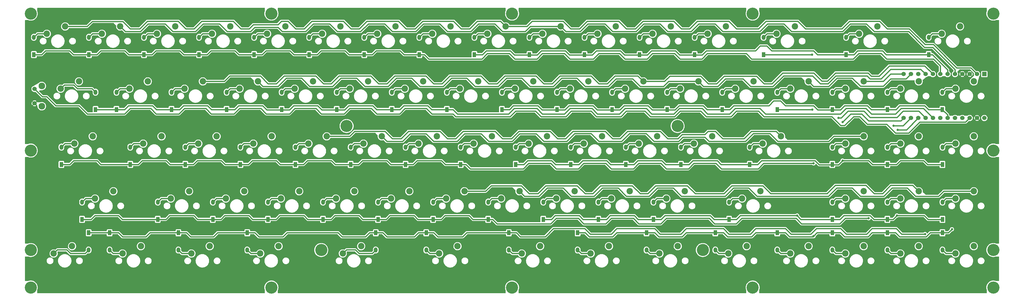
<source format=gbl>
G04 #@! TF.GenerationSoftware,KiCad,Pcbnew,(6.0.7)*
G04 #@! TF.CreationDate,2022-08-30T19:15:33+09:00*
G04 #@! TF.ProjectId,keyboard-layouter-playground,6b657962-6f61-4726-942d-6c61796f7574,rev?*
G04 #@! TF.SameCoordinates,PX17eef3cPY7a5a53a*
G04 #@! TF.FileFunction,Copper,L2,Bot*
G04 #@! TF.FilePolarity,Positive*
%FSLAX46Y46*%
G04 Gerber Fmt 4.6, Leading zero omitted, Abs format (unit mm)*
G04 Created by KiCad (PCBNEW (6.0.7)) date 2022-08-30 19:15:33*
%MOMM*%
%LPD*%
G01*
G04 APERTURE LIST*
G04 #@! TA.AperFunction,ComponentPad*
%ADD10O,1.300000X1.778000*%
G04 #@! TD*
G04 #@! TA.AperFunction,ComponentPad*
%ADD11R,1.300000X1.778000*%
G04 #@! TD*
G04 #@! TA.AperFunction,ComponentPad*
%ADD12C,2.200000*%
G04 #@! TD*
G04 #@! TA.AperFunction,ComponentPad*
%ADD13C,4.200000*%
G04 #@! TD*
G04 #@! TA.AperFunction,ComponentPad*
%ADD14R,1.524000X1.524000*%
G04 #@! TD*
G04 #@! TA.AperFunction,ComponentPad*
%ADD15C,1.524000*%
G04 #@! TD*
G04 #@! TA.AperFunction,ComponentPad*
%ADD16C,2.300000*%
G04 #@! TD*
G04 #@! TA.AperFunction,ViaPad*
%ADD17C,0.800000*%
G04 #@! TD*
G04 #@! TA.AperFunction,Conductor*
%ADD18C,0.400000*%
G04 #@! TD*
G04 APERTURE END LIST*
D10*
X4080904Y89783660D03*
D11*
X4080904Y83783660D03*
D10*
X23130904Y89783660D03*
D11*
X23130904Y83783660D03*
D10*
X42180904Y89783660D03*
D11*
X42180904Y83783660D03*
D10*
X61230904Y89783660D03*
D11*
X61230904Y83783660D03*
D10*
X80280904Y89783660D03*
D11*
X80280904Y83783660D03*
D10*
X99330904Y89783660D03*
D11*
X99330904Y83783660D03*
D10*
X118380904Y89783660D03*
D11*
X118380904Y83783660D03*
D10*
X137430904Y89783660D03*
D11*
X137430904Y83783660D03*
D10*
X156480904Y89783660D03*
D11*
X156480904Y83783660D03*
D10*
X175530904Y89783660D03*
D11*
X175530904Y83783660D03*
D10*
X194580904Y89783660D03*
D11*
X194580904Y83783660D03*
D10*
X213630904Y89783660D03*
D11*
X213630904Y83783660D03*
D10*
X232680904Y89783660D03*
D11*
X232680904Y83783660D03*
D10*
X285068404Y89783660D03*
D11*
X285068404Y83783660D03*
D10*
X313643404Y89783660D03*
D11*
X313643404Y83783660D03*
D10*
X32655904Y70733660D03*
D11*
X32655904Y64733660D03*
D10*
X51705904Y70733660D03*
D11*
X51705904Y64733660D03*
D10*
X70755904Y70733660D03*
D11*
X70755904Y64733660D03*
D10*
X89805904Y70733660D03*
D11*
X89805904Y64733660D03*
D10*
X108855904Y70733660D03*
D11*
X108855904Y64733660D03*
D10*
X127905904Y70733660D03*
D11*
X127905904Y64733660D03*
D10*
X146955904Y70733660D03*
D11*
X146955904Y64733660D03*
D10*
X166005904Y70733660D03*
D11*
X166005904Y64733660D03*
D10*
X185055904Y70733660D03*
D11*
X185055904Y64733660D03*
D10*
X204105904Y70733660D03*
D11*
X204105904Y64733660D03*
D10*
X223155904Y70733660D03*
D11*
X223155904Y64733660D03*
D10*
X242205904Y70733660D03*
D11*
X242205904Y64733660D03*
D10*
X261255904Y70733660D03*
D11*
X261255904Y64733660D03*
D10*
X280305904Y70733660D03*
D11*
X280305904Y64733660D03*
D10*
X299355904Y70733660D03*
D11*
X299355904Y64733660D03*
D10*
X37418404Y51683660D03*
D11*
X37418404Y45683660D03*
D10*
X56468404Y51683660D03*
D11*
X56468404Y45683660D03*
D10*
X75518404Y51683660D03*
D11*
X75518404Y45683660D03*
D10*
X94568404Y51683660D03*
D11*
X94568404Y45683660D03*
D10*
X113664585Y51683660D03*
D11*
X113664585Y45683660D03*
D10*
X132668404Y51683660D03*
D11*
X132668404Y45683660D03*
D10*
X151718404Y51683660D03*
D11*
X151718404Y45683660D03*
D10*
X170768404Y51683660D03*
D11*
X170768404Y45683660D03*
D10*
X189818404Y51683660D03*
D11*
X189818404Y45683660D03*
D10*
X208868404Y51683660D03*
D11*
X208868404Y45683660D03*
D10*
X227918404Y51683660D03*
D11*
X227918404Y45683660D03*
D10*
X280305904Y51683660D03*
D11*
X280305904Y45683660D03*
D10*
X299355904Y51683660D03*
D11*
X299355904Y45683660D03*
D10*
X318405904Y51683660D03*
D11*
X318405904Y45683660D03*
D10*
X46943404Y32633660D03*
D11*
X46943404Y26633660D03*
D10*
X65993404Y32633660D03*
D11*
X65993404Y26633660D03*
D10*
X85043404Y32633660D03*
D11*
X85043404Y26633660D03*
D10*
X104093404Y32633660D03*
D11*
X104093404Y26633660D03*
D10*
X123143404Y32633660D03*
D11*
X123143404Y26633660D03*
D10*
X142193404Y32633660D03*
D11*
X142193404Y26633660D03*
D10*
X161243404Y32633660D03*
D11*
X161243404Y26633660D03*
D10*
X180293404Y32633660D03*
D11*
X180293404Y26633660D03*
D10*
X199343404Y32633660D03*
D11*
X199343404Y26633660D03*
D10*
X218393404Y32633660D03*
D11*
X218393404Y26633660D03*
D10*
X280305904Y32633660D03*
D11*
X280305904Y26633660D03*
D10*
X299355904Y32633660D03*
D11*
X299355904Y26633660D03*
D10*
X318405904Y32633660D03*
D11*
X318405904Y26633660D03*
D10*
X239823384Y15996500D03*
D11*
X239823384Y21996500D03*
D10*
X280305904Y15996500D03*
D11*
X280305904Y21996500D03*
D10*
X299355904Y15996500D03*
D11*
X299355904Y21996500D03*
D10*
X318405904Y15996500D03*
D11*
X318405904Y21996500D03*
D10*
X30274404Y15996500D03*
D11*
X30274404Y21996500D03*
D10*
X77899404Y15996500D03*
D11*
X77899404Y21996500D03*
D10*
X168386904Y15996500D03*
D11*
X168386904Y21996500D03*
D10*
X192199404Y15996500D03*
D11*
X192199404Y21996500D03*
D10*
X216011904Y15996500D03*
D11*
X216011904Y21996500D03*
D10*
X261254464Y15995965D03*
D11*
X261254464Y21995965D03*
D10*
X256493904Y89783660D03*
D11*
X256493904Y83783660D03*
D10*
X25419944Y70733660D03*
D11*
X25419944Y64733660D03*
D10*
X13606404Y51683660D03*
D11*
X13606404Y45683660D03*
D10*
X251731404Y51683660D03*
D11*
X251731404Y45683660D03*
D10*
X20751424Y32633660D03*
D11*
X20751424Y26633660D03*
D10*
X244586384Y32633660D03*
D11*
X244586384Y26633660D03*
D10*
X122365144Y15996500D03*
D11*
X122365144Y21996500D03*
D10*
X139812404Y15996500D03*
D11*
X139812404Y21996500D03*
D10*
X54086904Y15996500D03*
D11*
X54086904Y21996500D03*
D10*
X23037385Y15997510D03*
D11*
X23037385Y21997510D03*
D12*
X14909004Y93530000D03*
X8559004Y90990000D03*
X33959004Y93530000D03*
X27609004Y90990000D03*
X53009004Y93530000D03*
X46659004Y90990000D03*
X72059004Y93530000D03*
X65709004Y90990000D03*
X91109004Y93530000D03*
X84759004Y90990000D03*
X110159004Y93530000D03*
X103809004Y90990000D03*
X129209004Y93530000D03*
X122859004Y90990000D03*
X148259004Y93530000D03*
X141909004Y90990000D03*
X167309004Y93530000D03*
X160959004Y90990000D03*
X186359004Y93530000D03*
X180009004Y90990000D03*
X205409004Y93530000D03*
X199059004Y90990000D03*
X224459004Y93530000D03*
X218109004Y90990000D03*
X243509004Y93530000D03*
X237159004Y90990000D03*
X295896504Y93530000D03*
X289546504Y90990000D03*
X324471504Y93530000D03*
X318121504Y90990000D03*
X43484004Y74480000D03*
X37134004Y71940000D03*
X62534004Y74480000D03*
X56184004Y71940000D03*
X81584004Y74480000D03*
X75234004Y71940000D03*
X100634004Y74480000D03*
X94284004Y71940000D03*
X119684004Y74480000D03*
X113334004Y71940000D03*
X138734004Y74480000D03*
X132384004Y71940000D03*
X157784004Y74480000D03*
X151434004Y71940000D03*
X176834004Y74480000D03*
X170484004Y71940000D03*
X195884004Y74480000D03*
X189534004Y71940000D03*
X214934004Y74480000D03*
X208584004Y71940000D03*
X233984004Y74480000D03*
X227634004Y71940000D03*
X253034004Y74480000D03*
X246684004Y71940000D03*
X272084004Y74480000D03*
X265734004Y71940000D03*
X291134004Y74480000D03*
X284784004Y71940000D03*
X310184004Y74480000D03*
X303834004Y71940000D03*
X329234004Y74480000D03*
X322884004Y71940000D03*
X48246504Y55430000D03*
X41896504Y52890000D03*
X67296504Y55430000D03*
X60946504Y52890000D03*
X86346504Y55430000D03*
X79996504Y52890000D03*
X105396504Y55430000D03*
X99046504Y52890000D03*
X124446504Y55430000D03*
X118096504Y52890000D03*
X143496504Y55430000D03*
X137146504Y52890000D03*
X162546504Y55430000D03*
X156196504Y52890000D03*
X181596504Y55430000D03*
X175246504Y52890000D03*
X200646504Y55430000D03*
X194296504Y52890000D03*
X219696504Y55430000D03*
X213346504Y52890000D03*
X238746504Y55430000D03*
X232396504Y52890000D03*
X291134004Y55430000D03*
X284784004Y52890000D03*
X310184004Y55430000D03*
X303834004Y52890000D03*
X329234004Y55430000D03*
X322884004Y52890000D03*
X57771504Y36380000D03*
X51421504Y33840000D03*
X76821504Y36380000D03*
X70471504Y33840000D03*
X95871504Y36380000D03*
X89521504Y33840000D03*
X114921504Y36380000D03*
X108571504Y33840000D03*
X133971504Y36380000D03*
X127621504Y33840000D03*
X153021504Y36380000D03*
X146671504Y33840000D03*
X172071504Y36380000D03*
X165721504Y33840000D03*
X191121504Y36380000D03*
X184771504Y33840000D03*
X210171504Y36380000D03*
X203821504Y33840000D03*
X229221504Y36380000D03*
X222871504Y33840000D03*
X291134004Y36380000D03*
X284784004Y33840000D03*
X310184004Y36380000D03*
X303834004Y33840000D03*
X329234004Y36380000D03*
X322884004Y33840000D03*
X250651484Y17330000D03*
X244301484Y14790000D03*
X291134004Y17330000D03*
X284784004Y14790000D03*
X310184004Y17330000D03*
X303834004Y14790000D03*
X329234004Y17330000D03*
X322884004Y14790000D03*
X17290000Y17330000D03*
X10940000Y14790000D03*
X41102500Y17330000D03*
X34752500Y14790000D03*
X64915004Y17330000D03*
X58565004Y14790000D03*
X88727504Y17330000D03*
X82377504Y14790000D03*
X179215004Y17330000D03*
X172865004Y14790000D03*
X203027504Y17330000D03*
X196677504Y14790000D03*
X226840004Y17330000D03*
X220490004Y14790000D03*
X272082480Y17330000D03*
X265732480Y14790000D03*
X267322004Y93530000D03*
X260972004Y90990000D03*
X19672004Y74480000D03*
X13322004Y71940000D03*
X24434504Y55430000D03*
X18084504Y52890000D03*
X262559504Y55430000D03*
X256209504Y52890000D03*
X31579024Y36380000D03*
X25229024Y33840000D03*
X255414484Y36380000D03*
X249064484Y33840000D03*
X117303004Y17330000D03*
X110953004Y14790000D03*
X150640504Y17330000D03*
X144290504Y14790000D03*
D13*
X336000004Y3000000D03*
X86250004Y98000000D03*
X169500004Y98000000D03*
X336000004Y98000000D03*
X86250004Y3000000D03*
X252750004Y3000000D03*
X252750004Y98000000D03*
X336000004Y50500000D03*
D10*
X318358984Y70733280D03*
D11*
X318358984Y64733280D03*
D13*
X103500000Y16000000D03*
D14*
X332885000Y77020000D03*
D15*
X330345000Y77020000D03*
X327805000Y77020000D03*
X325265000Y77020000D03*
X322725000Y77020000D03*
X320185000Y77020000D03*
X317645000Y77020000D03*
X315105000Y77020000D03*
X312565000Y77020000D03*
X310025000Y77020000D03*
X307485000Y77020000D03*
X304945000Y77020000D03*
X304945000Y61780000D03*
X307485000Y61780000D03*
X310025000Y61780000D03*
X312565000Y61780000D03*
X315105000Y61780000D03*
X317645000Y61780000D03*
X320185000Y61780000D03*
X322725000Y61780000D03*
X325265000Y61780000D03*
X327805000Y61780000D03*
X330345000Y61780000D03*
X332885000Y61780000D03*
X4324375Y66875000D03*
X4324375Y71875000D03*
D16*
X6814375Y65875000D03*
X6814375Y72885000D03*
D13*
X3000004Y3000000D03*
X3000004Y50500000D03*
X3000004Y98000000D03*
X226771875Y59000000D03*
X336000000Y16000000D03*
X112271875Y59000000D03*
X235500000Y16000000D03*
X3000000Y16000000D03*
X169500004Y3000000D03*
D17*
X273353750Y64733660D03*
X273830000Y20822500D03*
X321693125Y23203750D03*
X282402500Y61780000D03*
X273830000Y46063750D03*
X283831250Y47016250D03*
X283831254Y60351250D03*
X292880000Y27013750D03*
X301452500Y59081250D03*
X273257590Y83783660D03*
X302643125Y27966250D03*
X268115000Y27966250D03*
X302881250Y57684250D03*
X312370379Y21536875D03*
X335028125Y19393750D03*
X7320754Y96546250D03*
X164768750Y96546250D03*
X164768750Y14869375D03*
X262559504Y57970000D03*
X331456250Y96546250D03*
X4034375Y19393750D03*
D18*
X328201875Y79163125D02*
X330345000Y77020000D01*
X315263750Y87259375D02*
X323360000Y79163125D01*
X306929375Y92736250D02*
X312406250Y87259375D01*
X299309375Y92736250D02*
X306929375Y92736250D01*
X296690000Y95355625D02*
X299309375Y92736250D01*
X270973254Y92736250D02*
X283593125Y92736250D01*
X268353879Y95355625D02*
X270973254Y92736250D01*
X323360000Y79163125D02*
X328201875Y79163125D01*
X257370883Y95355625D02*
X268353879Y95355625D01*
X254751508Y92736250D02*
X257370883Y95355625D01*
X247160754Y92736250D02*
X254751508Y92736250D01*
X244541379Y95355625D02*
X247160754Y92736250D01*
X233587629Y95355625D02*
X244541379Y95355625D01*
X230968254Y92736250D02*
X233587629Y95355625D01*
X228110754Y92736250D02*
X230968254Y92736250D01*
X225491379Y95355625D02*
X228110754Y92736250D01*
X214776270Y95355625D02*
X225491379Y95355625D01*
X212156895Y92736250D02*
X214776270Y95355625D01*
X209060754Y92736250D02*
X212156895Y92736250D01*
X283593125Y92736250D02*
X286212500Y95355625D01*
X206436243Y95360761D02*
X209060754Y92736250D01*
X189773145Y92736250D02*
X192868770Y92736250D01*
X192868770Y92736250D02*
X195493281Y95360761D01*
X187148634Y95360761D02*
X189773145Y92736250D01*
X174611250Y93530000D02*
X176442011Y95360761D01*
X176442011Y95360761D02*
X187148634Y95360761D01*
X312406250Y87259375D02*
X315263750Y87259375D01*
X195493281Y95360761D02*
X206436243Y95360761D01*
X167309004Y93530000D02*
X174611250Y93530000D01*
X286212500Y95355625D02*
X296690000Y95355625D01*
X175801875Y93530000D02*
X186359004Y93530000D01*
X166198774Y91783750D02*
X174055625Y91783750D01*
X157905759Y94444489D02*
X163538035Y94444489D01*
X155245020Y91783750D02*
X157905759Y94444489D01*
X147147504Y91783750D02*
X155245020Y91783750D01*
X144486765Y94444489D02*
X147147504Y91783750D01*
X163538035Y94444489D02*
X166198774Y91783750D01*
X138855759Y94444489D02*
X144486765Y94444489D01*
X136195020Y91783750D02*
X138855759Y94444489D01*
X128097504Y91783750D02*
X136195020Y91783750D01*
X125436765Y94444489D02*
X128097504Y91783750D01*
X117114809Y91783750D02*
X119775548Y94444489D01*
X109047504Y91783750D02*
X117114809Y91783750D01*
X106386765Y94444489D02*
X109047504Y91783750D01*
X100755759Y94444489D02*
X106386765Y94444489D01*
X89997504Y91783750D02*
X98095020Y91783750D01*
X88568754Y93212500D02*
X89997504Y91783750D01*
X80473770Y93212500D02*
X88568754Y93212500D01*
X70930692Y91783750D02*
X79045020Y91783750D01*
X79045020Y91783750D02*
X80473770Y93212500D01*
X52135629Y91783750D02*
X59995020Y91783750D01*
X62655759Y94444489D02*
X68269953Y94444489D01*
X98095020Y91783750D02*
X100755759Y94444489D01*
X43564395Y94403125D02*
X49516254Y94403125D01*
X174055625Y91783750D02*
X175801875Y93530000D01*
X59995020Y91783750D02*
X62655759Y94444489D01*
X68269953Y94444489D02*
X70930692Y91783750D01*
X40945020Y91783750D02*
X43564395Y94403125D01*
X49516254Y94403125D02*
X52135629Y91783750D01*
X119775548Y94444489D02*
X125436765Y94444489D01*
X35705254Y91783750D02*
X40945020Y91783750D01*
X33959004Y93530000D02*
X35705254Y91783750D01*
X188105254Y91783750D02*
X186359004Y93530000D01*
X195725000Y94403125D02*
X193105625Y91783750D01*
X201678879Y94403125D02*
X195725000Y94403125D01*
X204298254Y91783750D02*
X201678879Y94403125D01*
X215014395Y94403125D02*
X212395020Y91783750D01*
X220728879Y94403125D02*
X215014395Y94403125D01*
X234063879Y94403125D02*
X231444504Y91783750D01*
X239778879Y94403125D02*
X234063879Y94403125D01*
X231444504Y91783750D02*
X223348254Y91783750D01*
X242398254Y91783750D02*
X239778879Y94403125D01*
X255257524Y91783750D02*
X242398254Y91783750D01*
X257918263Y94444489D02*
X255257524Y91783750D01*
X263550015Y94444489D02*
X257918263Y94444489D01*
X266210754Y91783750D02*
X263550015Y94444489D01*
X283831250Y91783750D02*
X266210754Y91783750D01*
X306691250Y91783750D02*
X294785000Y91783750D01*
X193105625Y91783750D02*
X188105254Y91783750D01*
X294785000Y91783750D02*
X292124261Y94444489D01*
X292124261Y94444489D02*
X286491989Y94444489D01*
X286491989Y94444489D02*
X283831250Y91783750D01*
X223348254Y91783750D02*
X220728879Y94403125D01*
X312168125Y86306875D02*
X306691250Y91783750D01*
X212395020Y91783750D02*
X204298254Y91783750D01*
X315025625Y86306875D02*
X312168125Y86306875D01*
X322725000Y78607500D02*
X315025625Y86306875D01*
X322725000Y77020000D02*
X322725000Y78607500D01*
X252320645Y57176250D02*
X260813254Y57176250D01*
X249780645Y54636250D02*
X252320645Y57176250D01*
X239857504Y57176250D02*
X242397504Y54636250D01*
X236206250Y56065000D02*
X237317500Y57176250D01*
X228348125Y56065000D02*
X236206250Y56065000D01*
X226919375Y54636250D02*
X228348125Y56065000D01*
X223347504Y54636250D02*
X226919375Y54636250D01*
X209458145Y57176250D02*
X220807504Y57176250D01*
X206918145Y54636250D02*
X209458145Y57176250D01*
X204297504Y54636250D02*
X206918145Y54636250D01*
X201757504Y57176250D02*
X204297504Y54636250D01*
X242397504Y54636250D02*
X249780645Y54636250D01*
X190527211Y57176250D02*
X201757504Y57176250D01*
X187987211Y54636250D02*
X190527211Y57176250D01*
X185247504Y54636250D02*
X187987211Y54636250D01*
X182707504Y57176250D02*
X185247504Y54636250D01*
X169293125Y54636250D02*
X171833125Y57176250D01*
X166197504Y54636250D02*
X169293125Y54636250D01*
X220807504Y57176250D02*
X223347504Y54636250D01*
X163657504Y57176250D02*
X166197504Y54636250D01*
X237317500Y57176250D02*
X239857504Y57176250D01*
X152546272Y57176250D02*
X163657504Y57176250D01*
X150006272Y54636250D02*
X152546272Y57176250D01*
X147147504Y54636250D02*
X150006272Y54636250D01*
X131105100Y54636250D02*
X133645100Y57176250D01*
X133645100Y57176250D02*
X144607504Y57176250D01*
X144607504Y57176250D02*
X147147504Y54636250D01*
X128097504Y54636250D02*
X131105100Y54636250D01*
X125557504Y57176250D02*
X128097504Y54636250D01*
X113333750Y55430000D02*
X115080000Y57176250D01*
X171833125Y57176250D02*
X182707504Y57176250D01*
X105396504Y55430000D02*
X113333750Y55430000D01*
X260813254Y57176250D02*
X262559504Y55430000D01*
X115080000Y57176250D02*
X125557504Y57176250D01*
X280815000Y55430000D02*
X291134004Y55430000D01*
X261447504Y53683750D02*
X279068750Y53683750D01*
X258755015Y56376239D02*
X261447504Y53683750D01*
X252949384Y56376239D02*
X258755015Y56376239D01*
X250256895Y53683750D02*
X252949384Y56376239D01*
X237635004Y53683750D02*
X250256895Y53683750D01*
X236206254Y55112500D02*
X237635004Y53683750D01*
X228586250Y55112500D02*
X236206254Y55112500D01*
X227157500Y53683750D02*
X228586250Y55112500D01*
X218585004Y53683750D02*
X227157500Y53683750D01*
X215892515Y56376239D02*
X218585004Y53683750D01*
X210086884Y56376239D02*
X215892515Y56376239D01*
X199535004Y53683750D02*
X207394395Y53683750D01*
X196842515Y56376239D02*
X199535004Y53683750D01*
X207394395Y53683750D02*
X210086884Y56376239D01*
X191136985Y56376239D02*
X196842515Y56376239D01*
X188444496Y53683750D02*
X191136985Y56376239D01*
X177865629Y56303125D02*
X180485004Y53683750D01*
X172151897Y56303125D02*
X177865629Y56303125D01*
X169532522Y53683750D02*
X172151897Y56303125D01*
X161435004Y53683750D02*
X169532522Y53683750D01*
X139748817Y56303125D02*
X142368192Y53683750D01*
X134290024Y56303125D02*
X139748817Y56303125D01*
X126197880Y53678624D02*
X131665523Y53678624D01*
X180485004Y53683750D02*
X188444496Y53683750D01*
X131665523Y53678624D02*
X134290024Y56303125D01*
X150482524Y53683750D02*
X153101899Y56303125D01*
X124446504Y55430000D02*
X126197880Y53678624D01*
X158815629Y56303125D02*
X161435004Y53683750D01*
X142368192Y53683750D02*
X150482524Y53683750D01*
X153101899Y56303125D02*
X158815629Y56303125D01*
X279068750Y53683750D02*
X280815000Y55430000D01*
X5287244Y90990000D02*
X4080904Y89783660D01*
X8559004Y90990000D02*
X5287244Y90990000D01*
X27609004Y90990000D02*
X24337244Y90990000D01*
X24337244Y90990000D02*
X23130904Y89783660D01*
X46659004Y90990000D02*
X43387244Y90990000D01*
X43387244Y90990000D02*
X42180904Y89783660D01*
X65709004Y90990000D02*
X62437244Y90990000D01*
X62437244Y90990000D02*
X61230904Y89783660D01*
X84759004Y90990000D02*
X81487244Y90990000D01*
X81487244Y90990000D02*
X80280904Y89783660D01*
X103809004Y90990000D02*
X100537244Y90990000D01*
X100537244Y90990000D02*
X99330904Y89783660D01*
X119587244Y90990000D02*
X118380904Y89783660D01*
X122859004Y90990000D02*
X119587244Y90990000D01*
X141909004Y90990000D02*
X138637244Y90990000D01*
X138637244Y90990000D02*
X137430904Y89783660D01*
X160959004Y90990000D02*
X157687244Y90990000D01*
X157687244Y90990000D02*
X156480904Y89783660D01*
X176737244Y90990000D02*
X175530904Y89783660D01*
X180009004Y90990000D02*
X176737244Y90990000D01*
X199059004Y90990000D02*
X195787244Y90990000D01*
X195787244Y90990000D02*
X194580904Y89783660D01*
X214837244Y90990000D02*
X213630904Y89783660D01*
X218109004Y90990000D02*
X214837244Y90990000D01*
X237159004Y90990000D02*
X233887244Y90990000D01*
X233887244Y90990000D02*
X232680904Y89783660D01*
X257700244Y90990000D02*
X256493904Y89783660D01*
X260972004Y90990000D02*
X257700244Y90990000D01*
X286274744Y90990000D02*
X285068404Y89783660D01*
X289546504Y90990000D02*
X286274744Y90990000D01*
X13322004Y71940000D02*
X14592004Y73210000D01*
X14592004Y73210000D02*
X17845625Y73210000D01*
X19115625Y71940000D02*
X24213604Y71940000D01*
X17845625Y73210000D02*
X19115625Y71940000D01*
X24213604Y71940000D02*
X25419944Y70733660D01*
X33862244Y71940000D02*
X32655904Y70733660D01*
X37134004Y71940000D02*
X33862244Y71940000D01*
X56184004Y71940000D02*
X52912244Y71940000D01*
X52912244Y71940000D02*
X51705904Y70733660D01*
X75234004Y71940000D02*
X71962244Y71940000D01*
X71962244Y71940000D02*
X70755904Y70733660D01*
X94284004Y71940000D02*
X91012244Y71940000D01*
X91012244Y71940000D02*
X89805904Y70733660D01*
X110062244Y71940000D02*
X108855904Y70733660D01*
X113334004Y71940000D02*
X110062244Y71940000D01*
X132384004Y71940000D02*
X129112244Y71940000D01*
X129112244Y71940000D02*
X127905904Y70733660D01*
X148162244Y71940000D02*
X146955904Y70733660D01*
X151434004Y71940000D02*
X148162244Y71940000D01*
X167212244Y71940000D02*
X166005904Y70733660D01*
X170484004Y71940000D02*
X167212244Y71940000D01*
X189534004Y71940000D02*
X186262244Y71940000D01*
X186262244Y71940000D02*
X185055904Y70733660D01*
X205312244Y71940000D02*
X204105904Y70733660D01*
X208584004Y71940000D02*
X205312244Y71940000D01*
X224362244Y71940000D02*
X223155904Y70733660D01*
X227634004Y71940000D02*
X224362244Y71940000D01*
X243412244Y71940000D02*
X242205904Y70733660D01*
X246684004Y71940000D02*
X243412244Y71940000D01*
X262462244Y71940000D02*
X261255904Y70733660D01*
X265734004Y71940000D02*
X262462244Y71940000D01*
X281512244Y71940000D02*
X280305904Y70733660D01*
X284784004Y71940000D02*
X281512244Y71940000D01*
X300562244Y71940000D02*
X299355904Y70733660D01*
X303834004Y71940000D02*
X300562244Y71940000D01*
X319565704Y71940000D02*
X318358984Y70733280D01*
X322884004Y71940000D02*
X319565704Y71940000D01*
X18084504Y52890000D02*
X14812744Y52890000D01*
X14812744Y52890000D02*
X13606404Y51683660D01*
X38624744Y52890000D02*
X37418404Y51683660D01*
X41896504Y52890000D02*
X38624744Y52890000D01*
X57674744Y52890000D02*
X56468404Y51683660D01*
X60946504Y52890000D02*
X57674744Y52890000D01*
X79996504Y52890000D02*
X76724744Y52890000D01*
X76724744Y52890000D02*
X75518404Y51683660D01*
X95774744Y52890000D02*
X94568404Y51683660D01*
X99046504Y52890000D02*
X95774744Y52890000D01*
X114870925Y52890000D02*
X118096504Y52890000D01*
X114870925Y52890000D02*
X113664585Y51683660D01*
X133874744Y52890000D02*
X132668404Y51683660D01*
X137146504Y52890000D02*
X133874744Y52890000D01*
X156196504Y52890000D02*
X152924744Y52890000D01*
X152924744Y52890000D02*
X151718404Y51683660D01*
X171974744Y52890000D02*
X170768404Y51683660D01*
X175246504Y52890000D02*
X171974744Y52890000D01*
X191024744Y52890000D02*
X189818404Y51683660D01*
X194296504Y52890000D02*
X191024744Y52890000D01*
X213346504Y52890000D02*
X210074744Y52890000D01*
X210074744Y52890000D02*
X208868404Y51683660D01*
X232396504Y52890000D02*
X229124744Y52890000D01*
X229124744Y52890000D02*
X227918404Y51683660D01*
X252937744Y52890000D02*
X251731404Y51683660D01*
X256209504Y52890000D02*
X252937744Y52890000D01*
X281512244Y52890000D02*
X280305904Y51683660D01*
X284784004Y52890000D02*
X281512244Y52890000D01*
X303834004Y52890000D02*
X300562244Y52890000D01*
X300562244Y52890000D02*
X299355904Y51683660D01*
X319612244Y52890000D02*
X318405904Y51683660D01*
X322884004Y52890000D02*
X319612244Y52890000D01*
X21957764Y33840000D02*
X20751424Y32633660D01*
X25229024Y33840000D02*
X21957764Y33840000D01*
X51421504Y33840000D02*
X48149744Y33840000D01*
X48149744Y33840000D02*
X46943404Y32633660D01*
X70471504Y33840000D02*
X67199744Y33840000D01*
X67199744Y33840000D02*
X65993404Y32633660D01*
X89521504Y33840000D02*
X86249744Y33840000D01*
X86249744Y33840000D02*
X85043404Y32633660D01*
X108571504Y33840000D02*
X105299744Y33840000D01*
X105299744Y33840000D02*
X104093404Y32633660D01*
X124349744Y33840000D02*
X123143404Y32633660D01*
X127621504Y33840000D02*
X124349744Y33840000D01*
X143399744Y33840000D02*
X142193404Y32633660D01*
X146671504Y33840000D02*
X143399744Y33840000D01*
X162449744Y33840000D02*
X161243404Y32633660D01*
X165721504Y33840000D02*
X162449744Y33840000D01*
X181499744Y33840000D02*
X180293404Y32633660D01*
X184771504Y33840000D02*
X181499744Y33840000D01*
X200549744Y33840000D02*
X199343404Y32633660D01*
X203821504Y33840000D02*
X200549744Y33840000D01*
X222871504Y33840000D02*
X219599744Y33840000D01*
X219599744Y33840000D02*
X218393404Y32633660D01*
X245792724Y33840000D02*
X244586384Y32633660D01*
X249064484Y33840000D02*
X245792724Y33840000D01*
X281512244Y33840000D02*
X280305904Y32633660D01*
X284784004Y33840000D02*
X281512244Y33840000D01*
X314849744Y90990000D02*
X313643404Y89783660D01*
X318121504Y90990000D02*
X314849744Y90990000D01*
X322884004Y33840000D02*
X319612244Y33840000D01*
X319612244Y33840000D02*
X318405904Y32633660D01*
X21829875Y14790000D02*
X23037385Y15997510D01*
X10940000Y14790000D02*
X12210000Y16060000D01*
X16734375Y14790000D02*
X21829875Y14790000D01*
X12210000Y16060000D02*
X15464375Y16060000D01*
X15464375Y16060000D02*
X16734375Y14790000D01*
X34752504Y14790000D02*
X31480904Y14790000D01*
X31480904Y14790000D02*
X30274404Y15996500D01*
X55293404Y14790000D02*
X54086904Y15996500D01*
X58565004Y14790000D02*
X55293404Y14790000D01*
X79105904Y14790000D02*
X77899404Y15996500D01*
X82377504Y14790000D02*
X79105904Y14790000D01*
X110953004Y14790000D02*
X112223004Y16060000D01*
X121158644Y14790000D02*
X122365144Y15996500D01*
X112223004Y16060000D02*
X115278438Y16060000D01*
X115278438Y16060000D02*
X116548438Y14790000D01*
X116548438Y14790000D02*
X121158644Y14790000D01*
X144290504Y14790000D02*
X141018904Y14790000D01*
X141018904Y14790000D02*
X139812404Y15996500D01*
X172865004Y14790000D02*
X169593404Y14790000D01*
X169593404Y14790000D02*
X168386904Y15996500D01*
X193405904Y14790000D02*
X192199404Y15996500D01*
X196677504Y14790000D02*
X193405904Y14790000D01*
X220490004Y14790000D02*
X217218404Y14790000D01*
X217218404Y14790000D02*
X216011904Y15996500D01*
X241029884Y14790000D02*
X239823384Y15996500D01*
X244301484Y14790000D02*
X241029884Y14790000D01*
X265732484Y14790000D02*
X262460429Y14790000D01*
X262460429Y14790000D02*
X261254464Y15995965D01*
X284784004Y14790000D02*
X281512404Y14790000D01*
X281512404Y14790000D02*
X280305904Y15996500D01*
X300562404Y14790000D02*
X299355904Y15996500D01*
X303834004Y14790000D02*
X300562404Y14790000D01*
X319612404Y14790000D02*
X318405904Y15996500D01*
X322884004Y14790000D02*
X319612404Y14790000D01*
X178103754Y82258750D02*
X170483754Y82258750D01*
X250493754Y84163750D02*
X237069311Y84163750D01*
X132162414Y83783660D02*
X130829824Y85116250D01*
X16416875Y85116250D02*
X8082500Y85116250D01*
X317645000Y77020000D02*
X317645000Y79877500D01*
X92729824Y85116250D02*
X84407684Y85116250D01*
X94062414Y83783660D02*
X92729824Y85116250D01*
X225728754Y84163750D02*
X218108754Y84163750D01*
X218108754Y84163750D02*
X216203754Y82258750D01*
X73679824Y85116250D02*
X65357684Y85116250D01*
X17749465Y83783660D02*
X16416875Y85116250D01*
X289427188Y84163750D02*
X287522188Y82258750D01*
X102125094Y83783660D02*
X94062414Y83783660D01*
X46307684Y85116250D02*
X44975094Y83783660D01*
X8082500Y85116250D02*
X6749910Y83783660D01*
X84407684Y85116250D02*
X83075094Y83783660D01*
X25925094Y83783660D02*
X17749465Y83783660D01*
X170483754Y82258750D02*
X168578754Y84163750D01*
X216203754Y82258750D02*
X208583754Y82258750D01*
X189533754Y82258750D02*
X187628754Y84163750D01*
X317645000Y79877500D02*
X315263750Y82258750D01*
X140670504Y82258750D02*
X139145594Y83783660D01*
X121175094Y83783660D02*
X113112414Y83783660D01*
X297166250Y84163750D02*
X289427188Y84163750D01*
X75012414Y83783660D02*
X73679824Y85116250D01*
X168578754Y84163750D02*
X160958754Y84163750D01*
X36912414Y83783660D02*
X35579824Y85116250D01*
X35579824Y85116250D02*
X27257684Y85116250D01*
X227633754Y82258750D02*
X225728754Y84163750D01*
X65357684Y85116250D02*
X64025094Y83783660D01*
X64025094Y83783660D02*
X55962414Y83783660D01*
X287522188Y82258750D02*
X252398754Y82258750D01*
X159053754Y82258750D02*
X140670504Y82258750D01*
X252398754Y82258750D02*
X250493754Y84163750D01*
X199535004Y84163750D02*
X197630004Y82258750D01*
X139145594Y83783660D02*
X132162414Y83783660D01*
X180008754Y84163750D02*
X178103754Y82258750D01*
X27257684Y85116250D02*
X25925094Y83783660D01*
X299071250Y82258750D02*
X297166250Y84163750D01*
X55962414Y83783660D02*
X54629824Y85116250D01*
X208583754Y82258750D02*
X206678754Y84163750D01*
X54629824Y85116250D02*
X46307684Y85116250D01*
X103457684Y85116250D02*
X102125094Y83783660D01*
X206678754Y84163750D02*
X199535004Y84163750D01*
X187628754Y84163750D02*
X180008754Y84163750D01*
X235164311Y82258750D02*
X227633754Y82258750D01*
X315263750Y82258750D02*
X299071250Y82258750D01*
X197630004Y82258750D02*
X189533754Y82258750D01*
X160958754Y84163750D02*
X159053754Y82258750D01*
X122507684Y85116250D02*
X121175094Y83783660D01*
X130829824Y85116250D02*
X122507684Y85116250D01*
X83075094Y83783660D02*
X75012414Y83783660D01*
X237069311Y84163750D02*
X235164311Y82258750D01*
X6749910Y83783660D02*
X4080904Y83783660D01*
X111779824Y85116250D02*
X103457684Y85116250D01*
X44975094Y83783660D02*
X36912414Y83783660D01*
X113112414Y83783660D02*
X111779824Y85116250D01*
X259304375Y85116250D02*
X257637500Y86783125D01*
X287737410Y83783660D02*
X285068404Y83783660D01*
X208458574Y83687500D02*
X207029824Y85116250D01*
X298975090Y83783660D02*
X297642500Y85116250D01*
X189408574Y83687500D02*
X187979824Y85116250D01*
X255375949Y86783125D02*
X253709074Y85116250D01*
X289070000Y85116250D02*
X287737410Y83783660D01*
X160607684Y85116250D02*
X159275094Y83783660D01*
X217757684Y85116250D02*
X216328934Y83687500D01*
X314929465Y83783660D02*
X298975090Y83783660D01*
X187979824Y85116250D02*
X179657684Y85116250D01*
X273830000Y85116250D02*
X259304375Y85116250D01*
X198707684Y85116250D02*
X197278934Y83687500D01*
X285068404Y83783660D02*
X275162590Y83783660D01*
X178228934Y83687500D02*
X170358574Y83687500D01*
X227508574Y83687500D02*
X226079824Y85116250D01*
X253709074Y85116250D02*
X236682504Y85116250D01*
X179657684Y85116250D02*
X178228934Y83687500D01*
X168929824Y85116250D02*
X160607684Y85116250D01*
X275162590Y83783660D02*
X273830000Y85116250D01*
X170358574Y83687500D02*
X168929824Y85116250D01*
X320185000Y77020000D02*
X320185000Y78528125D01*
X320185000Y78528125D02*
X314929465Y83783660D01*
X236682504Y85116250D02*
X235253754Y83687500D01*
X297642500Y85116250D02*
X289070000Y85116250D01*
X257637500Y86783125D02*
X255375949Y86783125D01*
X159275094Y83783660D02*
X156132924Y83783660D01*
X216328934Y83687500D02*
X208458574Y83687500D01*
X197278934Y83687500D02*
X189408574Y83687500D01*
X235253754Y83687500D02*
X227508574Y83687500D01*
X226079824Y85116250D02*
X217757684Y85116250D01*
X207029824Y85116250D02*
X198707684Y85116250D01*
X140354824Y66066250D02*
X141687414Y64733660D01*
X283116879Y63208750D02*
X285021879Y65113750D01*
X83204824Y66066250D02*
X84633574Y64637500D01*
X225490625Y63208750D02*
X227395625Y65113750D01*
X291927504Y65113750D02*
X293832504Y63208750D01*
X197153754Y65113750D02*
X199058754Y63208750D01*
X73550094Y64733660D02*
X74882684Y66066250D01*
X64154824Y66066250D02*
X65487414Y64733660D01*
X55832684Y66066250D02*
X64154824Y66066250D01*
X257161254Y63208750D02*
X283116879Y63208750D01*
X244778754Y63208750D02*
X246683754Y65113750D01*
X141687414Y64733660D02*
X149052500Y64733660D01*
X246683754Y65113750D02*
X255256254Y65113750D01*
X285021879Y65113750D02*
X291927504Y65113750D01*
X208583754Y65113750D02*
X215965629Y65113750D01*
X150577410Y63208750D02*
X168340627Y63208750D01*
X311771250Y65113750D02*
X315105000Y61780000D01*
X235253754Y65113750D02*
X237158754Y63208750D01*
X187628754Y63208750D02*
X189533754Y65113750D01*
X54500094Y64733660D02*
X55832684Y66066250D01*
X132032684Y66066250D02*
X140354824Y66066250D01*
X74882684Y66066250D02*
X83204824Y66066250D01*
X103683574Y64637500D02*
X111553934Y64637500D01*
X180008750Y63208750D02*
X187628754Y63208750D01*
X255256254Y65113750D02*
X257161254Y63208750D01*
X35450094Y64733660D02*
X36782684Y66066250D01*
X149052500Y64733660D02*
X150577410Y63208750D01*
X92503934Y64637500D02*
X93932684Y66066250D01*
X93932684Y66066250D02*
X102254824Y66066250D01*
X36782684Y66066250D02*
X45104824Y66066250D01*
X112982684Y66066250D02*
X121304824Y66066250D01*
X217870629Y63208750D02*
X225490625Y63208750D01*
X170245627Y65113750D02*
X178103750Y65113750D01*
X189533754Y65113750D02*
X197153754Y65113750D01*
X168340627Y63208750D02*
X170245627Y65113750D01*
X46437414Y64733660D02*
X54500094Y64733660D01*
X199058754Y63208750D02*
X206678754Y63208750D01*
X130700094Y64733660D02*
X132032684Y66066250D01*
X111553934Y64637500D02*
X112982684Y66066250D01*
X45104824Y66066250D02*
X46437414Y64733660D01*
X25419944Y64733660D02*
X35450094Y64733660D01*
X121304824Y66066250D02*
X122637414Y64733660D01*
X122637414Y64733660D02*
X130700094Y64733660D01*
X84633574Y64637500D02*
X92503934Y64637500D01*
X206678754Y63208750D02*
X208583754Y65113750D01*
X293832504Y63208750D02*
X302166875Y63208750D01*
X227395625Y65113750D02*
X235253754Y65113750D01*
X102254824Y66066250D02*
X103683574Y64637500D01*
X302166875Y63208750D02*
X304071875Y65113750D01*
X237158754Y63208750D02*
X244778754Y63208750D01*
X215965629Y65113750D02*
X217870629Y63208750D01*
X65487414Y64733660D02*
X73550094Y64733660D01*
X304071875Y65113750D02*
X311771250Y65113750D01*
X178103750Y65113750D02*
X180008750Y63208750D01*
X284545629Y66066250D02*
X292403754Y66066250D01*
X262400000Y67733125D02*
X264066875Y66066250D01*
X273830000Y66066250D02*
X275258750Y64637500D01*
X302293887Y64733660D02*
X303626477Y66066250D01*
X169951029Y66066250D02*
X178454824Y66066250D01*
X208232684Y66066250D02*
X216554824Y66066250D01*
X312263905Y66066250D02*
X313596875Y64733280D01*
X216554824Y66066250D02*
X217983574Y64637500D01*
X235604824Y66066250D02*
X236937414Y64733660D01*
X313596875Y64733280D02*
X318358984Y64733280D01*
X168618439Y64733660D02*
X169951029Y66066250D01*
X179883574Y64637500D02*
X187753934Y64637500D01*
X187753934Y64637500D02*
X189182684Y66066250D01*
X264066875Y66066250D02*
X273830000Y66066250D01*
X217983574Y64637500D02*
X225853934Y64637500D01*
X227282684Y66066250D02*
X235604824Y66066250D01*
X236937414Y64733660D02*
X244874914Y64733660D01*
X292403754Y66066250D02*
X293736344Y64733660D01*
X165657924Y64733660D02*
X168618439Y64733660D01*
X303626477Y66066250D02*
X312263905Y66066250D01*
X275258750Y64637500D02*
X283116879Y64637500D01*
X320185000Y62907264D02*
X320185000Y61780000D01*
X246207504Y66066250D02*
X258351875Y66066250D01*
X225853934Y64637500D02*
X227282684Y66066250D01*
X293736344Y64733660D02*
X302293887Y64733660D01*
X206803934Y64637500D02*
X208232684Y66066250D01*
X197504824Y66066250D02*
X198933574Y64637500D01*
X318358984Y64733280D02*
X320185000Y62907264D01*
X189182684Y66066250D02*
X197504824Y66066250D01*
X244874914Y64733660D02*
X246207504Y66066250D01*
X198933574Y64637500D02*
X206803934Y64637500D01*
X258351875Y66066250D02*
X260018750Y67733125D01*
X283116879Y64637500D02*
X284545629Y66066250D01*
X260018750Y67733125D02*
X262400000Y67733125D01*
X178454824Y66066250D02*
X179883574Y64637500D01*
X283133500Y21996500D02*
X284545625Y20584375D01*
X253810875Y21996500D02*
X264083500Y21996500D01*
X220251875Y20584375D02*
X228348125Y20584375D01*
X244064375Y20584375D02*
X252398750Y20584375D01*
X260907924Y64733660D02*
X273353750Y64733660D01*
X273591875Y20584375D02*
X275004000Y21996500D01*
X196201250Y20584375D02*
X204297500Y20584375D01*
X275004000Y21996500D02*
X283133500Y21996500D01*
X194789125Y21996500D02*
X196201250Y20584375D01*
X303595625Y20584375D02*
X312763437Y20584375D01*
X314175562Y21996500D02*
X320485875Y21996500D01*
X252398750Y20584375D02*
X253810875Y21996500D01*
X320485875Y21996500D02*
X321693125Y23203750D01*
X229760250Y21996500D02*
X242652250Y21996500D01*
X204297500Y20584375D02*
X205709625Y21996500D01*
X192199404Y21996500D02*
X194789125Y21996500D01*
X242652250Y21996500D02*
X244064375Y20584375D01*
X294054000Y21996500D02*
X302183500Y21996500D01*
X264083500Y21996500D02*
X265495625Y20584375D01*
X292641875Y20584375D02*
X294054000Y21996500D01*
X228348125Y20584375D02*
X229760250Y21996500D01*
X312763437Y20584375D02*
X314175562Y21996500D01*
X265495625Y20584375D02*
X273591875Y20584375D01*
X284545625Y20584375D02*
X292641875Y20584375D01*
X302183500Y21996500D02*
X303595625Y20584375D01*
X218839750Y21996500D02*
X220251875Y20584375D01*
X205709625Y21996500D02*
X218839750Y21996500D01*
X192392004Y44158750D02*
X194297004Y46063750D01*
X70249914Y45683660D02*
X78312594Y45683660D01*
X127592234Y45683660D02*
X135270274Y45683660D01*
X184772004Y44158750D02*
X192392004Y44158750D01*
X282402500Y61780000D02*
X283355000Y61780000D01*
X60595184Y47016250D02*
X68917324Y47016250D01*
X98695184Y47016250D02*
X107017324Y47016250D01*
X136602864Y47016250D02*
X145117324Y47016250D01*
X203822004Y44158750D02*
X211442004Y44158750D01*
X293356250Y62018125D02*
X302643125Y62018125D01*
X17845625Y47016250D02*
X25941875Y47016250D01*
X13606404Y45683660D02*
X16513035Y45683660D01*
X135270274Y45683660D02*
X136602864Y47016250D01*
X213347004Y46063750D02*
X220967004Y46063750D01*
X230492004Y44158750D02*
X232397004Y46063750D01*
X232397004Y46063750D02*
X240016250Y46063750D01*
X117745184Y47016250D02*
X126259644Y47016250D01*
X182867004Y46063750D02*
X184772004Y44158750D01*
X291213125Y64161250D02*
X293356250Y62018125D01*
X89299914Y45683660D02*
X97362594Y45683660D01*
X40212594Y45683660D02*
X41545184Y47016250D01*
X87967324Y47016250D02*
X89299914Y45683660D01*
X240016250Y46063750D02*
X241921250Y44158750D01*
X145117324Y47016250D02*
X146449914Y45683660D01*
X155054867Y44158750D02*
X173342004Y44158750D01*
X222872004Y44158750D02*
X230492004Y44158750D01*
X97362594Y45683660D02*
X98695184Y47016250D01*
X153529957Y45683660D02*
X155054867Y44158750D01*
X78312594Y45683660D02*
X79645184Y47016250D01*
X283355000Y61780000D02*
X285736250Y64161250D01*
X304786250Y64161250D02*
X310183750Y64161250D01*
X175247004Y46063750D02*
X182867004Y46063750D01*
X59262594Y45683660D02*
X60595184Y47016250D01*
X302643125Y62018125D02*
X304786250Y64161250D01*
X146449914Y45683660D02*
X153529957Y45683660D01*
X27274465Y45683660D02*
X40212594Y45683660D01*
X201917004Y46063750D02*
X203822004Y44158750D01*
X173342004Y44158750D02*
X175247004Y46063750D01*
X49867324Y47016250D02*
X51199914Y45683660D01*
X254621504Y44158750D02*
X256526504Y46063750D01*
X79645184Y47016250D02*
X87967324Y47016250D01*
X241921250Y44158750D02*
X254621504Y44158750D01*
X16513035Y45683660D02*
X17845625Y47016250D01*
X194297004Y46063750D02*
X201917004Y46063750D01*
X211442004Y44158750D02*
X213347004Y46063750D01*
X220967004Y46063750D02*
X222872004Y44158750D01*
X256526504Y46063750D02*
X273830000Y46063750D01*
X108349914Y45683660D02*
X116412594Y45683660D01*
X310183750Y64161250D02*
X312565000Y61780000D01*
X68917324Y47016250D02*
X70249914Y45683660D01*
X126259644Y47016250D02*
X127592234Y45683660D01*
X51199914Y45683660D02*
X59262594Y45683660D01*
X285736250Y64161250D02*
X291213125Y64161250D01*
X107017324Y47016250D02*
X108349914Y45683660D01*
X41545184Y47016250D02*
X49867324Y47016250D01*
X25941875Y47016250D02*
X27274465Y45683660D01*
X116412594Y45683660D02*
X117745184Y47016250D01*
X274306250Y47016250D02*
X275735000Y45587500D01*
X192612594Y45683660D02*
X193945184Y47016250D01*
X241825090Y45683660D02*
X254525094Y45683660D01*
X283831250Y47016250D02*
X292880004Y47016250D01*
X283831254Y60351250D02*
X286688754Y63208750D01*
X303833754Y47016250D02*
X311930004Y47016250D01*
X294212594Y45683660D02*
X302501164Y45683660D01*
X311930004Y47016250D02*
X313262594Y45683660D01*
X255857684Y47016250D02*
X274306250Y47016250D01*
X230712594Y45683660D02*
X232045184Y47016250D01*
X254525094Y45683660D02*
X255857684Y47016250D01*
X275735000Y45587500D02*
X282402500Y45587500D01*
X170420424Y45683660D02*
X173562594Y45683660D01*
X221317324Y47016250D02*
X222649914Y45683660D01*
X292880004Y47016250D02*
X294212594Y45683660D01*
X292880000Y60827500D02*
X303992500Y60827500D01*
X174895184Y47016250D02*
X183217324Y47016250D01*
X184549914Y45683660D02*
X192612594Y45683660D01*
X183217324Y47016250D02*
X184549914Y45683660D01*
X173562594Y45683660D02*
X174895184Y47016250D01*
X302501164Y45683660D02*
X303833754Y47016250D01*
X203599914Y45683660D02*
X211662594Y45683660D01*
X211662594Y45683660D02*
X212995184Y47016250D01*
X202267324Y47016250D02*
X203599914Y45683660D01*
X193945184Y47016250D02*
X202267324Y47016250D01*
X212995184Y47016250D02*
X221317324Y47016250D01*
X286688754Y63208750D02*
X290498750Y63208750D01*
X282402500Y45587500D02*
X283831250Y47016250D01*
X290498750Y63208750D02*
X292880000Y60827500D01*
X232045184Y47016250D02*
X240492500Y47016250D01*
X240492500Y47016250D02*
X241825090Y45683660D01*
X222649914Y45683660D02*
X230712594Y45683660D01*
X313262594Y45683660D02*
X318057924Y45683660D01*
X303992500Y60827500D02*
X304945000Y61780000D01*
X220966254Y25108750D02*
X222871254Y27013750D01*
X87837594Y26633660D02*
X89170184Y27966250D01*
X184771254Y27013750D02*
X192391254Y27013750D01*
X203821254Y27013750D02*
X211441254Y27013750D01*
X154642324Y27966250D02*
X155974914Y26633660D01*
X284783750Y27013750D02*
X292562754Y27013750D01*
X237708442Y27013750D02*
X239613442Y25108750D01*
X135592324Y27966250D02*
X136924914Y26633660D01*
X247065004Y25108750D02*
X248970004Y27013750D01*
X89170184Y27966250D02*
X97492324Y27966250D01*
X79774914Y26633660D02*
X87837594Y26633660D01*
X34656340Y26633660D02*
X49737594Y26633660D01*
X51070184Y27966250D02*
X59392324Y27966250D01*
X20751424Y26633660D02*
X23894910Y26633660D01*
X269662812Y25108750D02*
X282878750Y25108750D01*
X301452500Y59081250D02*
X304786250Y59081250D01*
X125937594Y26633660D02*
X127270184Y27966250D01*
X117874914Y26633660D02*
X125937594Y26633660D01*
X248970004Y27013750D02*
X267757812Y27013750D01*
X127270184Y27966250D02*
X135592324Y27966250D01*
X60724914Y26633660D02*
X68787594Y26633660D01*
X192391254Y27013750D02*
X194296254Y25108750D01*
X23894910Y26633660D02*
X25227500Y27966250D01*
X97492324Y27966250D02*
X98824914Y26633660D01*
X106887594Y26633660D02*
X108220184Y27966250D01*
X194296254Y25108750D02*
X201916254Y25108750D01*
X33323750Y27966250D02*
X34656340Y26633660D01*
X136924914Y26633660D02*
X144987594Y26633660D01*
X211441254Y27013750D02*
X213346254Y25108750D01*
X146320184Y27966250D02*
X154642324Y27966250D01*
X239613442Y25108750D02*
X247065004Y25108750D01*
X155974914Y26633660D02*
X162767594Y26633660D01*
X304786250Y59081250D02*
X307485000Y61780000D01*
X282878750Y25108750D02*
X284783750Y27013750D01*
X164292504Y25108750D02*
X182866254Y25108750D01*
X59392324Y27966250D02*
X60724914Y26633660D01*
X213346254Y25108750D02*
X220966254Y25108750D01*
X108220184Y27966250D02*
X116542324Y27966250D01*
X144987594Y26633660D02*
X146320184Y27966250D01*
X70120184Y27966250D02*
X78442324Y27966250D01*
X98824914Y26633660D02*
X106887594Y26633660D01*
X201916254Y25108750D02*
X203821254Y27013750D01*
X78442324Y27966250D02*
X79774914Y26633660D01*
X222871254Y27013750D02*
X237708442Y27013750D01*
X49737594Y26633660D02*
X51070184Y27966250D01*
X25227500Y27966250D02*
X33323750Y27966250D01*
X68787594Y26633660D02*
X70120184Y27966250D01*
X116542324Y27966250D02*
X117874914Y26633660D01*
X162767594Y26633660D02*
X164292504Y25108750D01*
X267757812Y27013750D02*
X269662812Y25108750D01*
X182866254Y25108750D02*
X184771254Y27013750D01*
X310025000Y61780000D02*
X305929250Y57684250D01*
X268098500Y27966250D02*
X248493754Y27966250D01*
X238065629Y27966250D02*
X222396524Y27966250D01*
X221063934Y26633660D02*
X213124914Y26633660D01*
X302643125Y27966250D02*
X301310535Y26633660D01*
X211792324Y27966250D02*
X203470184Y27966250D01*
X312073734Y27966250D02*
X313406324Y26633660D01*
X222396524Y27966250D02*
X221063934Y26633660D01*
X248493754Y27966250D02*
X247161164Y26633660D01*
X184420184Y27966250D02*
X183087594Y26633660D01*
X239398219Y26633660D02*
X238065629Y27966250D01*
X194074914Y26633660D02*
X192742324Y27966250D01*
X293356250Y27966250D02*
X284307500Y27966250D01*
X294688840Y26633660D02*
X293356250Y27966250D01*
X282974910Y26633660D02*
X269431090Y26633660D01*
X305929250Y57684250D02*
X302881250Y57684250D01*
X256145924Y83783660D02*
X273257590Y83783660D01*
X203470184Y27966250D02*
X202137594Y26633660D01*
X183087594Y26633660D02*
X179945424Y26633660D01*
X269431090Y26633660D02*
X268098500Y27966250D01*
X247161164Y26633660D02*
X239398219Y26633660D01*
X301310535Y26633660D02*
X294688840Y26633660D01*
X202137594Y26633660D02*
X194074914Y26633660D01*
X313406324Y26633660D02*
X318057924Y26633660D01*
X192742324Y27966250D02*
X184420184Y27966250D01*
X213124914Y26633660D02*
X211792324Y27966250D01*
X284307500Y27966250D02*
X282974910Y26633660D01*
X302643125Y27966250D02*
X312073734Y27966250D01*
X66185000Y20584375D02*
X67598135Y21997510D01*
X135717500Y20584375D02*
X137130635Y21997510D01*
X304310000Y21536875D02*
X312370379Y21536875D01*
X90235625Y20584375D02*
X91664375Y22013125D01*
X126192500Y20584375D02*
X135717500Y20584375D01*
X272877500Y21536875D02*
X274782500Y23441875D01*
X33339365Y21997510D02*
X34752500Y20584375D01*
X110714375Y20584375D02*
X118810625Y20584375D01*
X137130635Y21997510D02*
X142400615Y21997510D01*
X265971875Y21536875D02*
X272877500Y21536875D01*
X118810625Y20584375D02*
X120223760Y21997510D01*
X251922500Y21536875D02*
X253827500Y23441875D01*
X80488115Y21997510D02*
X81901250Y20584375D01*
X264066875Y23441875D02*
X265971875Y21536875D01*
X274782500Y23441875D02*
X283235938Y23441875D01*
X142400615Y21997510D02*
X143813750Y20584375D01*
X244540625Y21536875D02*
X251922500Y21536875D01*
X58326875Y20584375D02*
X66185000Y20584375D01*
X205726250Y23441875D02*
X218823125Y23441875D01*
X91664375Y22013125D02*
X109285625Y22013125D01*
X283235938Y23441875D02*
X285140938Y21536875D01*
X56913740Y21997510D02*
X58326875Y20584375D01*
X23037385Y21997510D02*
X33339365Y21997510D01*
X242635625Y23441875D02*
X244540625Y21536875D01*
X109285625Y22013125D02*
X110714375Y20584375D01*
X120223760Y21997510D02*
X124779365Y21997510D01*
X153799385Y21997510D02*
X170975615Y21997510D01*
X81901250Y20584375D02*
X90235625Y20584375D01*
X203821250Y21536875D02*
X205726250Y23441875D01*
X302405000Y23441875D02*
X304310000Y21536875D01*
X172388750Y20584375D02*
X180961250Y20584375D01*
X294070625Y23441875D02*
X302405000Y23441875D01*
X227871875Y21536875D02*
X229776875Y23441875D01*
X285140938Y21536875D02*
X292165625Y21536875D01*
X218823125Y23441875D02*
X220728125Y21536875D01*
X170975615Y21997510D02*
X172388750Y20584375D01*
X124779365Y21997510D02*
X126192500Y20584375D01*
X67598135Y21997510D02*
X80488115Y21997510D01*
X194653438Y23441875D02*
X196558438Y21536875D01*
X152386250Y20584375D02*
X153799385Y21997510D01*
X143813750Y20584375D02*
X152386250Y20584375D01*
X220728125Y21536875D02*
X227871875Y21536875D01*
X183818750Y23441875D02*
X194653438Y23441875D01*
X196558438Y21536875D02*
X203821250Y21536875D01*
X42848750Y20584375D02*
X44261885Y21997510D01*
X253827500Y23441875D02*
X264066875Y23441875D01*
X229776875Y23441875D02*
X242635625Y23441875D01*
X34752500Y20584375D02*
X42848750Y20584375D01*
X180961250Y20584375D02*
X183818750Y23441875D01*
X292165625Y21536875D02*
X294070625Y23441875D01*
X44261885Y21997510D02*
X56913740Y21997510D01*
X138576270Y95355625D02*
X149290629Y95355625D01*
X132860004Y92736250D02*
X135956895Y92736250D01*
X79997520Y94165000D02*
X88509537Y94165000D01*
X14909004Y93530000D02*
X22530000Y93530000D01*
X151910004Y92736250D02*
X154827950Y92736250D01*
X22530000Y93530000D02*
X24250000Y95250000D01*
X88509537Y94165000D02*
X89700162Y95355625D01*
X73090629Y95355625D02*
X75710004Y92736250D01*
X97618770Y92736250D02*
X100238145Y95355625D01*
X24250000Y95250000D02*
X34859395Y95250000D01*
X135956895Y92736250D02*
X138576270Y95355625D01*
X54040629Y95355625D02*
X56660004Y92736250D01*
X37373145Y92736250D02*
X40706895Y92736250D01*
X75710004Y92736250D02*
X78568770Y92736250D01*
X59518770Y92736250D02*
X62138145Y95355625D01*
X62138145Y95355625D02*
X73090629Y95355625D01*
X111190629Y95355625D02*
X113810004Y92736250D01*
X40706895Y92736250D02*
X43326270Y95355625D01*
X34859395Y95250000D02*
X37373145Y92736250D01*
X149290629Y95355625D02*
X151910004Y92736250D01*
X92022837Y95355625D02*
X94642212Y92736250D01*
X78568770Y92736250D02*
X79997520Y94165000D01*
X89700162Y95355625D02*
X92022837Y95355625D01*
X100238145Y95355625D02*
X111190629Y95355625D01*
X154827950Y92736250D02*
X157447325Y95355625D01*
X119288145Y95355625D02*
X130240629Y95355625D01*
X43326270Y95355625D02*
X54040629Y95355625D01*
X94642212Y92736250D02*
X97618770Y92736250D01*
X116668770Y92736250D02*
X119288145Y95355625D01*
X56660004Y92736250D02*
X59518770Y92736250D01*
X157447325Y95355625D02*
X165483379Y95355625D01*
X113810004Y92736250D02*
X116668770Y92736250D01*
X165483379Y95355625D02*
X167309004Y93530000D01*
X130240629Y95355625D02*
X132860004Y92736250D01*
X292641879Y77432750D02*
X293769004Y76305625D01*
X234778262Y76305625D02*
X237397637Y73686250D01*
X85116575Y73686250D02*
X87974707Y73686250D01*
X104285379Y73686250D02*
X106905645Y73686250D01*
X101586629Y76385000D02*
X104285379Y73686250D01*
X293769004Y76305625D02*
X296451879Y76305625D01*
X90673457Y76385000D02*
X101586629Y76385000D01*
X256685254Y73686250D02*
X259423564Y73686250D01*
X71885000Y76385000D02*
X82417825Y76385000D01*
X161435004Y73686250D02*
X164293137Y73686250D01*
X164293137Y73686250D02*
X166991887Y76385000D01*
X109604395Y76385000D02*
X120636254Y76385000D01*
X300023754Y79877500D02*
X312247500Y79877500D01*
X213029004Y76385000D02*
X214934004Y74480000D01*
X62534004Y74480000D02*
X69980000Y74480000D01*
X126193770Y73686250D02*
X128892520Y76385000D01*
X242875020Y76305625D02*
X254065879Y76305625D01*
X183343770Y73686250D02*
X186042520Y76385000D01*
X202393770Y73686250D02*
X205092520Y76385000D01*
X82417825Y76385000D02*
X85116575Y73686250D01*
X120636254Y76385000D02*
X123335004Y73686250D01*
X196836254Y76385000D02*
X199535004Y73686250D01*
X142385004Y73686250D02*
X145243770Y73686250D01*
X278592500Y74638750D02*
X281386500Y77432750D01*
X158736254Y76385000D02*
X161435004Y73686250D01*
X312247500Y79877500D02*
X315105000Y77020000D01*
X145243770Y73686250D02*
X147942520Y76385000D01*
X273893500Y77432750D02*
X276687500Y74638750D01*
X147942520Y76385000D02*
X158736254Y76385000D01*
X240255645Y73686250D02*
X242875020Y76305625D01*
X139686254Y76385000D02*
X142385004Y73686250D01*
X87974707Y73686250D02*
X90673457Y76385000D01*
X128892520Y76385000D02*
X139686254Y76385000D01*
X263170064Y77432750D02*
X273893500Y77432750D01*
X281386500Y77432750D02*
X292641879Y77432750D01*
X224063145Y76305625D02*
X234778262Y76305625D01*
X222237520Y74480000D02*
X224063145Y76305625D01*
X199535004Y73686250D02*
X202393770Y73686250D01*
X180485004Y73686250D02*
X183343770Y73686250D01*
X214934004Y74480000D02*
X222237520Y74480000D01*
X69980000Y74480000D02*
X71885000Y76385000D01*
X186042520Y76385000D02*
X196836254Y76385000D01*
X166991887Y76385000D02*
X177786254Y76385000D01*
X123335004Y73686250D02*
X126193770Y73686250D01*
X106905645Y73686250D02*
X109604395Y76385000D01*
X177786254Y76385000D02*
X180485004Y73686250D01*
X254065879Y76305625D02*
X256685254Y73686250D01*
X205092520Y76385000D02*
X213029004Y76385000D01*
X296451879Y76305625D02*
X300023754Y79877500D01*
X237397637Y73686250D02*
X240255645Y73686250D01*
X276687500Y74638750D02*
X278592500Y74638750D01*
X259423564Y73686250D02*
X263170064Y77432750D01*
X137622504Y72733750D02*
X145720020Y72733750D01*
X252002129Y72733750D02*
X259780752Y72733750D01*
X83330254Y72733750D02*
X88570020Y72733750D01*
X263432002Y76385000D02*
X273433125Y76385000D01*
X107452231Y72733750D02*
X110303470Y75584989D01*
X153821265Y75584989D02*
X156672504Y72733750D01*
X213822504Y72733750D02*
X221920020Y72733750D01*
X233984004Y74480000D02*
X235730254Y72733750D01*
X96631379Y75591250D02*
X99488879Y72733750D01*
X211203129Y75353125D02*
X213822504Y72733750D01*
X156672504Y72733750D02*
X164770020Y72733750D01*
X223666270Y74480000D02*
X233984004Y74480000D01*
X293356254Y75353125D02*
X297166254Y75353125D01*
X202869387Y72733750D02*
X205488762Y75353125D01*
X81584004Y74480000D02*
X83330254Y72733750D01*
X183820020Y72733750D02*
X186671259Y75584989D01*
X243351270Y75353125D02*
X249382754Y75353125D01*
X221920020Y72733750D02*
X223666270Y74480000D01*
X235730254Y72733750D02*
X240731895Y72733750D01*
X194772504Y72733750D02*
X202869387Y72733750D01*
X129521259Y75584989D02*
X134771265Y75584989D01*
X276131875Y73686250D02*
X278830625Y73686250D01*
X310898125Y78686875D02*
X312565000Y77020000D01*
X148571259Y75584989D02*
X153821265Y75584989D01*
X249382754Y75353125D02*
X252002129Y72733750D01*
X297166254Y75353125D02*
X300500004Y78686875D01*
X292324379Y76385000D02*
X293356254Y75353125D01*
X281529375Y76385000D02*
X292324379Y76385000D01*
X118572504Y72733750D02*
X126670020Y72733750D01*
X134771265Y75584989D02*
X137622504Y72733750D01*
X115721265Y75584989D02*
X118572504Y72733750D01*
X126670020Y72733750D02*
X129521259Y75584989D01*
X99488879Y72733750D02*
X107452231Y72733750D01*
X175722504Y72733750D02*
X183820020Y72733750D01*
X259780752Y72733750D02*
X263432002Y76385000D01*
X191921265Y75584989D02*
X194772504Y72733750D01*
X164770020Y72733750D02*
X167621259Y75584989D01*
X273433125Y76385000D02*
X276131875Y73686250D01*
X88570020Y72733750D02*
X91427520Y75591250D01*
X110303470Y75584989D02*
X115721265Y75584989D01*
X186671259Y75584989D02*
X191921265Y75584989D01*
X167621259Y75584989D02*
X172871265Y75584989D01*
X278830625Y73686250D02*
X281529375Y76385000D01*
X205488762Y75353125D02*
X211203129Y75353125D01*
X240731895Y72733750D02*
X243351270Y75353125D01*
X300500004Y78686875D02*
X310898125Y78686875D01*
X145720020Y72733750D02*
X148571259Y75584989D01*
X91427520Y75591250D02*
X96631379Y75591250D01*
X172871265Y75584989D02*
X175722504Y72733750D01*
X305818125Y75353125D02*
X307485000Y77020000D01*
X273830000Y72733750D02*
X279068750Y72733750D01*
X272084004Y74480000D02*
X272084004Y74479746D01*
X272084004Y74479746D02*
X273830000Y72733750D01*
X300500004Y75353125D02*
X305818125Y75353125D01*
X279068750Y72733750D02*
X281926250Y75591250D01*
X290021837Y72779999D02*
X297926878Y72779999D01*
X297926878Y72779999D02*
X300500004Y75353125D01*
X281926250Y75591250D02*
X287210586Y75591250D01*
X287210586Y75591250D02*
X290021837Y72779999D01*
X300500004Y77020000D02*
X304468750Y77020000D01*
X297960004Y74480000D02*
X300500004Y77020000D01*
X291134004Y74480000D02*
X297960004Y74480000D01*
X294785004Y35586250D02*
X297642504Y35586250D01*
X213822504Y35586250D02*
X216443145Y35586250D01*
X178462208Y35586250D02*
X181192708Y38316750D01*
X211092004Y38316750D02*
X213822504Y35586250D01*
X278496233Y35586250D02*
X278663429Y35753446D01*
X219173645Y38316750D02*
X230142004Y38316750D01*
X197392512Y35586250D02*
X200123012Y38316750D01*
X160380000Y36380000D02*
X162316750Y38316750D01*
X278496234Y35586250D02*
X278663429Y35753446D01*
X281353734Y38443750D02*
X291927504Y38443750D01*
X192042004Y38316750D02*
X194772504Y35586250D01*
X194772504Y35586250D02*
X197392512Y35586250D01*
X181192708Y38316750D02*
X192042004Y38316750D01*
X175436754Y35586250D02*
X178462208Y35586250D01*
X216443145Y35586250D02*
X219173645Y38316750D01*
X162316750Y38316750D02*
X172706254Y38316750D01*
X153021504Y36380000D02*
X160380000Y36380000D01*
X245509254Y38316750D02*
X256244504Y38316750D01*
X258975004Y35586250D02*
X278496233Y35586250D01*
X297642504Y35586250D02*
X300500004Y38443750D01*
X256244504Y38316750D02*
X258975004Y35586250D01*
X232872504Y35586250D02*
X242778754Y35586250D01*
X172706254Y38316750D02*
X175436754Y35586250D01*
X308120254Y38443750D02*
X310184004Y36380000D01*
X291927504Y38443750D02*
X294785004Y35586250D01*
X300500004Y38443750D02*
X308120254Y38443750D01*
X278663429Y35753446D02*
X281353734Y38443750D01*
X230142004Y38316750D02*
X232872504Y35586250D01*
X242778754Y35586250D02*
X245509254Y38316750D01*
X200123012Y38316750D02*
X211092004Y38316750D01*
X197869395Y34633750D02*
X200726895Y37491250D01*
X290068086Y34633750D02*
X298118754Y34633750D01*
X172071504Y36380000D02*
X173817754Y34633750D01*
X206202504Y37491250D02*
X209060004Y34633750D01*
X178819395Y34633750D02*
X181676895Y37491250D01*
X246112504Y37491250D02*
X251400629Y37491250D01*
X243255004Y34633750D02*
X246112504Y37491250D01*
X228110004Y34633750D02*
X243255004Y34633750D01*
X216919395Y34633750D02*
X219776895Y37491250D01*
X287210586Y37491250D02*
X290068086Y34633750D01*
X306260586Y37491250D02*
X309118086Y34633750D01*
X219776895Y37491250D02*
X225252504Y37491250D01*
X190010004Y34633750D02*
X197869395Y34633750D01*
X200726895Y37491250D02*
X206202504Y37491250D01*
X181676895Y37491250D02*
X187152504Y37491250D01*
X317072484Y34633750D02*
X318818734Y36380000D01*
X300976254Y37491250D02*
X306260586Y37491250D01*
X173817754Y34633750D02*
X178819395Y34633750D01*
X187152504Y37491250D02*
X190010004Y34633750D01*
X251400629Y37491250D02*
X254258129Y34633750D01*
X254258129Y34633750D02*
X278972484Y34633750D01*
X225252504Y37491250D02*
X228110004Y34633750D01*
X209060004Y34633750D02*
X216919395Y34633750D01*
X309118086Y34633750D02*
X317072484Y34633750D01*
X281829984Y37491250D02*
X287210586Y37491250D01*
X318818734Y36380000D02*
X329296234Y36380000D01*
X298118754Y34633750D02*
X300976254Y37491250D01*
X278972484Y34633750D02*
X281829984Y37491250D01*
X19750625Y66066250D02*
X11654375Y66066250D01*
X188105000Y62256250D02*
X179532500Y62256250D01*
X132502812Y65113750D02*
X130597812Y63208750D01*
X82615625Y65113750D02*
X75233750Y65113750D01*
X113333750Y65113750D02*
X111428750Y63208750D01*
X46420625Y63208750D02*
X44515625Y65113750D01*
X149052500Y63208750D02*
X141789688Y63208750D01*
X92497813Y63208750D02*
X84520625Y63208750D01*
X101665625Y65113750D02*
X94402813Y65113750D01*
X11654375Y66066250D02*
X8558750Y69161875D01*
X179532500Y62256250D02*
X177627500Y64161250D01*
X190010000Y64161250D02*
X188105000Y62256250D01*
X130597812Y63208750D02*
X122739687Y63208750D01*
X254780136Y64161250D02*
X247160000Y64161250D01*
X198701698Y62256250D02*
X196796698Y64161250D01*
X234777636Y64161250D02*
X227633750Y64161250D01*
X65470625Y63208750D02*
X63565625Y65113750D01*
X245255000Y62256250D02*
X236682636Y62256250D01*
X326376250Y60351250D02*
X310501250Y60351250D01*
X75233750Y65113750D02*
X73328750Y63208750D01*
X44515625Y65113750D02*
X37371875Y65113750D01*
X215489511Y64161250D02*
X209060000Y64161250D01*
X292403750Y59636875D02*
X289784375Y62256250D01*
X227633750Y64161250D02*
X225728750Y62256250D01*
X283235937Y59160625D02*
X280140312Y62256250D01*
X139884688Y65113750D02*
X132502812Y65113750D01*
X177627500Y64161250D02*
X170721875Y64161250D01*
X302166875Y56541250D02*
X299071250Y59636875D01*
X256685136Y62256250D02*
X254780136Y64161250D01*
X284545625Y59160625D02*
X283235937Y59160625D01*
X225728750Y62256250D02*
X217394511Y62256250D01*
X103570625Y63208750D02*
X101665625Y65113750D01*
X170721875Y64161250D02*
X168816875Y62256250D01*
X54278750Y63208750D02*
X46420625Y63208750D01*
X217394511Y62256250D02*
X215489511Y64161250D01*
X22608125Y63208750D02*
X19750625Y66066250D01*
X287641250Y62256250D02*
X284545625Y59160625D01*
X73328750Y63208750D02*
X65470625Y63208750D01*
X63565625Y65113750D02*
X56183750Y65113750D01*
X122739687Y63208750D02*
X120834687Y65113750D01*
X327805000Y61780000D02*
X326376250Y60351250D01*
X120834687Y65113750D02*
X113333750Y65113750D01*
X168816875Y62256250D02*
X150005000Y62256250D01*
X196796698Y64161250D02*
X190010000Y64161250D01*
X306691250Y56541250D02*
X302166875Y56541250D01*
X56183750Y65113750D02*
X54278750Y63208750D01*
X247160000Y64161250D02*
X245255000Y62256250D01*
X310501250Y60351250D02*
X306691250Y56541250D01*
X150005000Y62256250D02*
X149052500Y63208750D01*
X207155000Y62256250D02*
X198701698Y62256250D01*
X299071250Y59636875D02*
X292403750Y59636875D01*
X37371875Y65113750D02*
X35466875Y63208750D01*
X280140312Y62256250D02*
X256685136Y62256250D01*
X8558750Y69161875D02*
X7037500Y69161875D01*
X141789688Y63208750D02*
X139884688Y65113750D01*
X35466875Y63208750D02*
X22608125Y63208750D01*
X94402813Y65113750D02*
X92497813Y63208750D01*
X111428750Y63208750D02*
X103570625Y63208750D01*
X7037500Y69161875D02*
X4324375Y71875000D01*
X84520625Y63208750D02*
X82615625Y65113750D01*
X289784375Y62256250D02*
X287641250Y62256250D01*
X236682636Y62256250D02*
X234777636Y64161250D01*
X209060000Y64161250D02*
X207155000Y62256250D01*
X300562244Y33840000D02*
X299355904Y32633660D01*
X303834004Y33840000D02*
X300562244Y33840000D01*
G04 #@! TA.AperFunction,Conductor*
G36*
X83945336Y99981109D02*
G01*
X83989246Y99930434D01*
X84000000Y99881000D01*
X84000000Y98926952D01*
X83994176Y98890179D01*
X83959547Y98783602D01*
X83900913Y98603144D01*
X83900213Y98599476D01*
X83900213Y98599475D01*
X83889899Y98545409D01*
X83843842Y98303969D01*
X83824718Y98000000D01*
X83843842Y97696031D01*
X83900913Y97396856D01*
X83995030Y97107193D01*
X84124710Y96831610D01*
X84287906Y96574453D01*
X84482047Y96339777D01*
X84704069Y96131285D01*
X84950471Y95952263D01*
X84953743Y95950464D01*
X84953748Y95950461D01*
X85158568Y95837861D01*
X85217367Y95805536D01*
X85220835Y95804163D01*
X85220837Y95804162D01*
X85497068Y95694794D01*
X85497071Y95694793D01*
X85500549Y95693416D01*
X85795551Y95617672D01*
X85799254Y95617204D01*
X85799255Y95617204D01*
X85818594Y95614761D01*
X86097719Y95579500D01*
X86402289Y95579500D01*
X86681414Y95614761D01*
X86700753Y95617204D01*
X86700754Y95617204D01*
X86704457Y95617672D01*
X86999459Y95693416D01*
X87002937Y95694793D01*
X87002940Y95694794D01*
X87279171Y95804162D01*
X87279173Y95804163D01*
X87282641Y95805536D01*
X87341440Y95837861D01*
X87546260Y95950461D01*
X87546265Y95950464D01*
X87549537Y95952263D01*
X87795939Y96131285D01*
X88017961Y96339777D01*
X88212102Y96574453D01*
X88375298Y96831610D01*
X88504978Y97107193D01*
X88599095Y97396856D01*
X88656166Y97696031D01*
X88675290Y98000000D01*
X88656166Y98303969D01*
X88610109Y98545409D01*
X88599795Y98599475D01*
X88599795Y98599476D01*
X88599095Y98603144D01*
X88505824Y98890204D01*
X88500000Y98926976D01*
X88500000Y99881000D01*
X88518891Y99945336D01*
X88569566Y99989246D01*
X88619000Y100000000D01*
X167131000Y100000000D01*
X167195336Y99981109D01*
X167239246Y99930434D01*
X167250000Y99881000D01*
X167250000Y98926952D01*
X167244176Y98890179D01*
X167209547Y98783602D01*
X167150913Y98603144D01*
X167150213Y98599476D01*
X167150213Y98599475D01*
X167139899Y98545409D01*
X167093842Y98303969D01*
X167074718Y98000000D01*
X167093842Y97696031D01*
X167150913Y97396856D01*
X167245030Y97107193D01*
X167374710Y96831610D01*
X167537906Y96574453D01*
X167732047Y96339777D01*
X167954069Y96131285D01*
X168200471Y95952263D01*
X168203743Y95950464D01*
X168203748Y95950461D01*
X168408568Y95837861D01*
X168467367Y95805536D01*
X168470835Y95804163D01*
X168470837Y95804162D01*
X168747068Y95694794D01*
X168747071Y95694793D01*
X168750549Y95693416D01*
X169045551Y95617672D01*
X169049254Y95617204D01*
X169049255Y95617204D01*
X169068594Y95614761D01*
X169347719Y95579500D01*
X169652289Y95579500D01*
X169931414Y95614761D01*
X169950753Y95617204D01*
X169950754Y95617204D01*
X169954457Y95617672D01*
X170249459Y95693416D01*
X170252937Y95694793D01*
X170252940Y95694794D01*
X170529171Y95804162D01*
X170529173Y95804163D01*
X170532641Y95805536D01*
X170591440Y95837861D01*
X170796260Y95950461D01*
X170796265Y95950464D01*
X170799537Y95952263D01*
X171045939Y96131285D01*
X171267961Y96339777D01*
X171462102Y96574453D01*
X171625298Y96831610D01*
X171754978Y97107193D01*
X171849095Y97396856D01*
X171906166Y97696031D01*
X171925290Y98000000D01*
X171906166Y98303969D01*
X171860109Y98545409D01*
X171849795Y98599475D01*
X171849795Y98599476D01*
X171849095Y98603144D01*
X171755824Y98890204D01*
X171750000Y98926976D01*
X171750000Y99881000D01*
X171768891Y99945336D01*
X171819566Y99989246D01*
X171869000Y100000000D01*
X250381000Y100000000D01*
X250445336Y99981109D01*
X250489246Y99930434D01*
X250500000Y99881000D01*
X250500000Y98926952D01*
X250494176Y98890179D01*
X250459547Y98783602D01*
X250400913Y98603144D01*
X250400213Y98599476D01*
X250400213Y98599475D01*
X250389899Y98545409D01*
X250343842Y98303969D01*
X250324718Y98000000D01*
X250343842Y97696031D01*
X250400913Y97396856D01*
X250495030Y97107193D01*
X250624710Y96831610D01*
X250787906Y96574453D01*
X250982047Y96339777D01*
X251204069Y96131285D01*
X251450471Y95952263D01*
X251453743Y95950464D01*
X251453748Y95950461D01*
X251658568Y95837861D01*
X251717367Y95805536D01*
X251720835Y95804163D01*
X251720837Y95804162D01*
X251997068Y95694794D01*
X251997071Y95694793D01*
X252000549Y95693416D01*
X252295551Y95617672D01*
X252299254Y95617204D01*
X252299255Y95617204D01*
X252318594Y95614761D01*
X252597719Y95579500D01*
X252902289Y95579500D01*
X253181414Y95614761D01*
X253200753Y95617204D01*
X253200754Y95617204D01*
X253204457Y95617672D01*
X253499459Y95693416D01*
X253502937Y95694793D01*
X253502940Y95694794D01*
X253779171Y95804162D01*
X253779173Y95804163D01*
X253782641Y95805536D01*
X253841440Y95837861D01*
X254046260Y95950461D01*
X254046265Y95950464D01*
X254049537Y95952263D01*
X254295939Y96131285D01*
X254517961Y96339777D01*
X254712102Y96574453D01*
X254875298Y96831610D01*
X255004978Y97107193D01*
X255099095Y97396856D01*
X255156166Y97696031D01*
X255175290Y98000000D01*
X255156166Y98303969D01*
X255110109Y98545409D01*
X255099795Y98599475D01*
X255099795Y98599476D01*
X255099095Y98603144D01*
X255005824Y98890204D01*
X255000000Y98926976D01*
X255000000Y99881000D01*
X255018891Y99945336D01*
X255069566Y99989246D01*
X255119000Y100000000D01*
X333631000Y100000000D01*
X333695336Y99981109D01*
X333739246Y99930434D01*
X333750000Y99881000D01*
X333750000Y98926952D01*
X333744176Y98890179D01*
X333709547Y98783602D01*
X333650913Y98603144D01*
X333650213Y98599476D01*
X333650213Y98599475D01*
X333639899Y98545409D01*
X333593842Y98303969D01*
X333574718Y98000000D01*
X333593842Y97696031D01*
X333650913Y97396856D01*
X333745030Y97107193D01*
X333874710Y96831610D01*
X334037906Y96574453D01*
X334232047Y96339777D01*
X334454069Y96131285D01*
X334700471Y95952263D01*
X334703743Y95950464D01*
X334703748Y95950461D01*
X334908568Y95837861D01*
X334967367Y95805536D01*
X334970835Y95804163D01*
X334970837Y95804162D01*
X335247068Y95694794D01*
X335247071Y95694793D01*
X335250549Y95693416D01*
X335545551Y95617672D01*
X335549254Y95617204D01*
X335549255Y95617204D01*
X335568594Y95614761D01*
X335847719Y95579500D01*
X336152289Y95579500D01*
X336431414Y95614761D01*
X336450753Y95617204D01*
X336450754Y95617204D01*
X336454457Y95617672D01*
X336749459Y95693416D01*
X336752937Y95694793D01*
X336752940Y95694794D01*
X336871266Y95741643D01*
X336915073Y95750000D01*
X337881000Y95750000D01*
X337945336Y95731109D01*
X337989246Y95680434D01*
X338000000Y95631000D01*
X338000000Y52869000D01*
X337981109Y52804664D01*
X337930434Y52760754D01*
X337881000Y52750000D01*
X336915073Y52750000D01*
X336871266Y52758357D01*
X336752940Y52805206D01*
X336752937Y52805207D01*
X336749459Y52806584D01*
X336454457Y52882328D01*
X336450754Y52882796D01*
X336450753Y52882796D01*
X336340815Y52896684D01*
X336152289Y52920500D01*
X335847719Y52920500D01*
X335659193Y52896684D01*
X335549255Y52882796D01*
X335549254Y52882796D01*
X335545551Y52882328D01*
X335250549Y52806584D01*
X335247071Y52805207D01*
X335247068Y52805206D01*
X334978129Y52698725D01*
X334967367Y52694464D01*
X334964101Y52692669D01*
X334964102Y52692669D01*
X334703748Y52549539D01*
X334703743Y52549536D01*
X334700471Y52547737D01*
X334454069Y52368715D01*
X334451343Y52366155D01*
X334329628Y52251857D01*
X334232047Y52160223D01*
X334037906Y51925547D01*
X334035900Y51922387D01*
X334035897Y51922382D01*
X333961248Y51804753D01*
X333874710Y51668390D01*
X333745030Y51392807D01*
X333650913Y51103144D01*
X333593842Y50803969D01*
X333574718Y50500000D01*
X333593842Y50196031D01*
X333650913Y49896856D01*
X333745030Y49607193D01*
X333874710Y49331610D01*
X334037906Y49074453D01*
X334232047Y48839777D01*
X334454069Y48631285D01*
X334700471Y48452263D01*
X334703743Y48450464D01*
X334703748Y48450461D01*
X334907875Y48338242D01*
X334967367Y48305536D01*
X334970835Y48304163D01*
X334970837Y48304162D01*
X335247068Y48194794D01*
X335247071Y48194793D01*
X335250549Y48193416D01*
X335545551Y48117672D01*
X335549254Y48117204D01*
X335549255Y48117204D01*
X335608330Y48109741D01*
X335847719Y48079500D01*
X336152289Y48079500D01*
X336391678Y48109741D01*
X336450753Y48117204D01*
X336450754Y48117204D01*
X336454457Y48117672D01*
X336749459Y48193416D01*
X336752937Y48194793D01*
X336752940Y48194794D01*
X336871266Y48241643D01*
X336915073Y48250000D01*
X337881000Y48250000D01*
X337945336Y48231109D01*
X337989246Y48180434D01*
X338000000Y48131000D01*
X338000000Y18369000D01*
X337981109Y18304664D01*
X337930434Y18260754D01*
X337881000Y18250000D01*
X336915069Y18250000D01*
X336871262Y18258357D01*
X336752936Y18305206D01*
X336752933Y18305207D01*
X336749455Y18306584D01*
X336454453Y18382328D01*
X336450750Y18382796D01*
X336450749Y18382796D01*
X336391674Y18390259D01*
X336152285Y18420500D01*
X335847715Y18420500D01*
X335608326Y18390259D01*
X335549251Y18382796D01*
X335549250Y18382796D01*
X335545547Y18382328D01*
X335250545Y18306584D01*
X335247067Y18305207D01*
X335247064Y18305206D01*
X334970833Y18195838D01*
X334967363Y18194464D01*
X334964097Y18192669D01*
X334964098Y18192669D01*
X334703744Y18049539D01*
X334703739Y18049536D01*
X334700467Y18047737D01*
X334454065Y17868715D01*
X334232043Y17660223D01*
X334037902Y17425547D01*
X334035896Y17422387D01*
X334035893Y17422382D01*
X333979272Y17333160D01*
X333874706Y17168390D01*
X333873113Y17165004D01*
X333873111Y17165001D01*
X333825482Y17063785D01*
X333745026Y16892807D01*
X333650909Y16603144D01*
X333650209Y16599476D01*
X333650209Y16599475D01*
X333645286Y16573667D01*
X333593838Y16303969D01*
X333574714Y16000000D01*
X333593838Y15696031D01*
X333650909Y15396856D01*
X333745026Y15107193D01*
X333787027Y15017936D01*
X333870283Y14841010D01*
X333874706Y14831610D01*
X334037902Y14574453D01*
X334232043Y14339777D01*
X334234769Y14337218D01*
X334234770Y14337216D01*
X334364668Y14215234D01*
X334454065Y14131285D01*
X334700467Y13952263D01*
X334703739Y13950464D01*
X334703744Y13950461D01*
X334863305Y13862742D01*
X334967363Y13805536D01*
X334970831Y13804163D01*
X334970833Y13804162D01*
X335247064Y13694794D01*
X335247067Y13694793D01*
X335250545Y13693416D01*
X335545547Y13617672D01*
X335549250Y13617204D01*
X335549251Y13617204D01*
X335608326Y13609741D01*
X335847715Y13579500D01*
X336152285Y13579500D01*
X336391674Y13609741D01*
X336450749Y13617204D01*
X336450750Y13617204D01*
X336454453Y13617672D01*
X336749455Y13693416D01*
X336752933Y13694793D01*
X336752936Y13694794D01*
X336871262Y13741643D01*
X336915069Y13750000D01*
X337881000Y13750000D01*
X337945336Y13731109D01*
X337989246Y13680434D01*
X338000000Y13631000D01*
X338000000Y5369000D01*
X337981109Y5304664D01*
X337930434Y5260754D01*
X337881000Y5250000D01*
X336915073Y5250000D01*
X336871266Y5258357D01*
X336752940Y5305206D01*
X336752937Y5305207D01*
X336749459Y5306584D01*
X336454457Y5382328D01*
X336450754Y5382796D01*
X336450753Y5382796D01*
X336391678Y5390259D01*
X336152289Y5420500D01*
X335847719Y5420500D01*
X335608330Y5390259D01*
X335549255Y5382796D01*
X335549254Y5382796D01*
X335545551Y5382328D01*
X335250549Y5306584D01*
X335247071Y5305207D01*
X335247068Y5305206D01*
X334970837Y5195838D01*
X334967367Y5194464D01*
X334964101Y5192669D01*
X334964102Y5192669D01*
X334703748Y5049539D01*
X334703743Y5049536D01*
X334700471Y5047737D01*
X334454069Y4868715D01*
X334232047Y4660223D01*
X334037906Y4425547D01*
X333874710Y4168390D01*
X333745030Y3892807D01*
X333650913Y3603144D01*
X333593842Y3303969D01*
X333574718Y3000000D01*
X333593842Y2696031D01*
X333650913Y2396856D01*
X333709547Y2216398D01*
X333744176Y2109821D01*
X333750000Y2073048D01*
X333750000Y1119000D01*
X333731109Y1054664D01*
X333680434Y1010754D01*
X333631000Y1000000D01*
X255119000Y1000000D01*
X255054664Y1018891D01*
X255010754Y1069566D01*
X255000000Y1119000D01*
X255000000Y2073024D01*
X255005824Y2109797D01*
X255005832Y2109821D01*
X255099095Y2396856D01*
X255156166Y2696031D01*
X255175290Y3000000D01*
X255156166Y3303969D01*
X255099095Y3603144D01*
X255004978Y3892807D01*
X254875298Y4168390D01*
X254712102Y4425547D01*
X254517961Y4660223D01*
X254295939Y4868715D01*
X254049537Y5047737D01*
X254046265Y5049536D01*
X254046260Y5049539D01*
X253785906Y5192669D01*
X253785907Y5192669D01*
X253782641Y5194464D01*
X253779171Y5195838D01*
X253502940Y5305206D01*
X253502937Y5305207D01*
X253499459Y5306584D01*
X253204457Y5382328D01*
X253200754Y5382796D01*
X253200753Y5382796D01*
X253141678Y5390259D01*
X252902289Y5420500D01*
X252597719Y5420500D01*
X252358330Y5390259D01*
X252299255Y5382796D01*
X252299254Y5382796D01*
X252295551Y5382328D01*
X252000549Y5306584D01*
X251997071Y5305207D01*
X251997068Y5305206D01*
X251720837Y5195838D01*
X251717367Y5194464D01*
X251714101Y5192669D01*
X251714102Y5192669D01*
X251453748Y5049539D01*
X251453743Y5049536D01*
X251450471Y5047737D01*
X251204069Y4868715D01*
X250982047Y4660223D01*
X250787906Y4425547D01*
X250624710Y4168390D01*
X250495030Y3892807D01*
X250400913Y3603144D01*
X250343842Y3303969D01*
X250324718Y3000000D01*
X250343842Y2696031D01*
X250400913Y2396856D01*
X250459547Y2216398D01*
X250494176Y2109821D01*
X250500000Y2073048D01*
X250500000Y1119000D01*
X250481109Y1054664D01*
X250430434Y1010754D01*
X250381000Y1000000D01*
X171869000Y1000000D01*
X171804664Y1018891D01*
X171760754Y1069566D01*
X171750000Y1119000D01*
X171750000Y2073024D01*
X171755824Y2109797D01*
X171755832Y2109821D01*
X171849095Y2396856D01*
X171906166Y2696031D01*
X171925290Y3000000D01*
X171906166Y3303969D01*
X171849095Y3603144D01*
X171754978Y3892807D01*
X171625298Y4168390D01*
X171462102Y4425547D01*
X171267961Y4660223D01*
X171045939Y4868715D01*
X170799537Y5047737D01*
X170796265Y5049536D01*
X170796260Y5049539D01*
X170535906Y5192669D01*
X170535907Y5192669D01*
X170532641Y5194464D01*
X170529171Y5195838D01*
X170252940Y5305206D01*
X170252937Y5305207D01*
X170249459Y5306584D01*
X169954457Y5382328D01*
X169950754Y5382796D01*
X169950753Y5382796D01*
X169891678Y5390259D01*
X169652289Y5420500D01*
X169347719Y5420500D01*
X169108330Y5390259D01*
X169049255Y5382796D01*
X169049254Y5382796D01*
X169045551Y5382328D01*
X168750549Y5306584D01*
X168747071Y5305207D01*
X168747068Y5305206D01*
X168470837Y5195838D01*
X168467367Y5194464D01*
X168464101Y5192669D01*
X168464102Y5192669D01*
X168203748Y5049539D01*
X168203743Y5049536D01*
X168200471Y5047737D01*
X167954069Y4868715D01*
X167732047Y4660223D01*
X167537906Y4425547D01*
X167374710Y4168390D01*
X167245030Y3892807D01*
X167150913Y3603144D01*
X167093842Y3303969D01*
X167074718Y3000000D01*
X167093842Y2696031D01*
X167150913Y2396856D01*
X167209547Y2216398D01*
X167244176Y2109821D01*
X167250000Y2073048D01*
X167250000Y1119000D01*
X167231109Y1054664D01*
X167180434Y1010754D01*
X167131000Y1000000D01*
X88619000Y1000000D01*
X88554664Y1018891D01*
X88510754Y1069566D01*
X88500000Y1119000D01*
X88500000Y2073024D01*
X88505824Y2109797D01*
X88505832Y2109821D01*
X88599095Y2396856D01*
X88656166Y2696031D01*
X88675290Y3000000D01*
X88656166Y3303969D01*
X88599095Y3603144D01*
X88504978Y3892807D01*
X88375298Y4168390D01*
X88212102Y4425547D01*
X88017961Y4660223D01*
X87795939Y4868715D01*
X87549537Y5047737D01*
X87546265Y5049536D01*
X87546260Y5049539D01*
X87285906Y5192669D01*
X87285907Y5192669D01*
X87282641Y5194464D01*
X87279171Y5195838D01*
X87002940Y5305206D01*
X87002937Y5305207D01*
X86999459Y5306584D01*
X86704457Y5382328D01*
X86700754Y5382796D01*
X86700753Y5382796D01*
X86641678Y5390259D01*
X86402289Y5420500D01*
X86097719Y5420500D01*
X85858330Y5390259D01*
X85799255Y5382796D01*
X85799254Y5382796D01*
X85795551Y5382328D01*
X85500549Y5306584D01*
X85497071Y5305207D01*
X85497068Y5305206D01*
X85220837Y5195838D01*
X85217367Y5194464D01*
X85214101Y5192669D01*
X85214102Y5192669D01*
X84953748Y5049539D01*
X84953743Y5049536D01*
X84950471Y5047737D01*
X84704069Y4868715D01*
X84482047Y4660223D01*
X84287906Y4425547D01*
X84124710Y4168390D01*
X83995030Y3892807D01*
X83900913Y3603144D01*
X83843842Y3303969D01*
X83824718Y3000000D01*
X83843842Y2696031D01*
X83900913Y2396856D01*
X83959547Y2216398D01*
X83994176Y2109821D01*
X84000000Y2073048D01*
X84000000Y1119000D01*
X83981109Y1054664D01*
X83930434Y1010754D01*
X83881000Y1000000D01*
X5369000Y1000000D01*
X5304664Y1018891D01*
X5260754Y1069566D01*
X5250000Y1119000D01*
X5250000Y2073024D01*
X5255824Y2109797D01*
X5255832Y2109821D01*
X5349095Y2396856D01*
X5406166Y2696031D01*
X5425290Y3000000D01*
X5406166Y3303969D01*
X5349095Y3603144D01*
X5254978Y3892807D01*
X5125298Y4168390D01*
X4962102Y4425547D01*
X4767961Y4660223D01*
X4545939Y4868715D01*
X4299537Y5047737D01*
X4296265Y5049536D01*
X4296260Y5049539D01*
X4035906Y5192669D01*
X4035907Y5192669D01*
X4032641Y5194464D01*
X4029171Y5195838D01*
X3752940Y5305206D01*
X3752937Y5305207D01*
X3749459Y5306584D01*
X3454457Y5382328D01*
X3450754Y5382796D01*
X3450753Y5382796D01*
X3391678Y5390259D01*
X3152289Y5420500D01*
X2847719Y5420500D01*
X2608330Y5390259D01*
X2549255Y5382796D01*
X2549254Y5382796D01*
X2545551Y5382328D01*
X2250549Y5306584D01*
X2247071Y5305207D01*
X2247068Y5305206D01*
X2128742Y5258357D01*
X2084935Y5250000D01*
X1119000Y5250000D01*
X1054664Y5268891D01*
X1010754Y5319566D01*
X1000000Y5369000D01*
X1000000Y12157770D01*
X8498109Y12157770D01*
X8534540Y11945754D01*
X8536428Y11940635D01*
X8536429Y11940633D01*
X8547336Y11911069D01*
X8608997Y11743928D01*
X8611783Y11739245D01*
X8611784Y11739243D01*
X8625418Y11716327D01*
X8718988Y11559050D01*
X8722590Y11554943D01*
X8857230Y11401415D01*
X8857234Y11401411D01*
X8860829Y11397312D01*
X8953559Y11324209D01*
X9025487Y11267505D01*
X9025492Y11267502D01*
X9029769Y11264130D01*
X9220150Y11163966D01*
X9341430Y11126307D01*
X9420385Y11101791D01*
X9420389Y11101790D01*
X9425597Y11100173D01*
X9505127Y11090760D01*
X9596771Y11079913D01*
X9596774Y11079913D01*
X9600262Y11079500D01*
X9724578Y11079500D01*
X9884221Y11094169D01*
X9993897Y11125101D01*
X10086020Y11151082D01*
X10086022Y11151083D01*
X10091267Y11152562D01*
X10284205Y11247709D01*
X10456573Y11376422D01*
X10602599Y11534392D01*
X10618157Y11559050D01*
X10714479Y11711709D01*
X10714482Y11711715D01*
X10717392Y11716327D01*
X10719415Y11721397D01*
X10795086Y11911069D01*
X10795087Y11911074D01*
X10797107Y11916136D01*
X10839075Y12127125D01*
X10840684Y12250000D01*
X12424521Y12250000D01*
X12444416Y11946464D01*
X12450449Y11916136D01*
X12491112Y11711709D01*
X12503760Y11648122D01*
X12505009Y11644442D01*
X12505010Y11644439D01*
X12588899Y11397312D01*
X12601538Y11360078D01*
X12736076Y11087261D01*
X12905073Y10834338D01*
X13105638Y10605638D01*
X13334338Y10405073D01*
X13587261Y10236076D01*
X13860078Y10101538D01*
X13863759Y10100288D01*
X13863765Y10100286D01*
X14144439Y10005010D01*
X14144442Y10005009D01*
X14148122Y10003760D01*
X14151936Y10003001D01*
X14151941Y10003000D01*
X14350143Y9963575D01*
X14446464Y9944416D01*
X14551290Y9937545D01*
X14672093Y9929627D01*
X14672104Y9929627D01*
X14674036Y9929500D01*
X14825964Y9929500D01*
X14827896Y9929627D01*
X14827907Y9929627D01*
X14948710Y9937545D01*
X15053536Y9944416D01*
X15149857Y9963575D01*
X15348059Y10003000D01*
X15348064Y10003001D01*
X15351878Y10003760D01*
X15355558Y10005009D01*
X15355561Y10005010D01*
X15636235Y10100286D01*
X15636241Y10100288D01*
X15639922Y10101538D01*
X15912739Y10236076D01*
X16165662Y10405073D01*
X16394362Y10605638D01*
X16594927Y10834338D01*
X16758739Y11079500D01*
X16761758Y11084018D01*
X16761759Y11084021D01*
X16763924Y11087260D01*
X16898462Y11360078D01*
X16911102Y11397312D01*
X16994990Y11644439D01*
X16994991Y11644442D01*
X16996240Y11648122D01*
X17008889Y11711709D01*
X17049551Y11916136D01*
X17055584Y11946464D01*
X17069434Y12157770D01*
X18658109Y12157770D01*
X18694540Y11945754D01*
X18696428Y11940635D01*
X18696429Y11940633D01*
X18707336Y11911069D01*
X18768997Y11743928D01*
X18771783Y11739245D01*
X18771784Y11739243D01*
X18785418Y11716327D01*
X18878988Y11559050D01*
X18882590Y11554943D01*
X19017230Y11401415D01*
X19017234Y11401411D01*
X19020829Y11397312D01*
X19113559Y11324209D01*
X19185487Y11267505D01*
X19185492Y11267502D01*
X19189769Y11264130D01*
X19380150Y11163966D01*
X19501430Y11126307D01*
X19580385Y11101791D01*
X19580389Y11101790D01*
X19585597Y11100173D01*
X19665127Y11090760D01*
X19756771Y11079913D01*
X19756774Y11079913D01*
X19760262Y11079500D01*
X19884578Y11079500D01*
X20044221Y11094169D01*
X20153897Y11125101D01*
X20246020Y11151082D01*
X20246022Y11151083D01*
X20251267Y11152562D01*
X20444205Y11247709D01*
X20616573Y11376422D01*
X20762599Y11534392D01*
X20778157Y11559050D01*
X20874479Y11711709D01*
X20874482Y11711715D01*
X20877392Y11716327D01*
X20879415Y11721397D01*
X20955086Y11911069D01*
X20955087Y11911074D01*
X20957107Y11916136D01*
X20999075Y12127125D01*
X20999476Y12157770D01*
X32310609Y12157770D01*
X32347040Y11945754D01*
X32348928Y11940635D01*
X32348929Y11940633D01*
X32359836Y11911069D01*
X32421497Y11743928D01*
X32424283Y11739245D01*
X32424284Y11739243D01*
X32437918Y11716327D01*
X32531488Y11559050D01*
X32535090Y11554943D01*
X32669730Y11401415D01*
X32669734Y11401411D01*
X32673329Y11397312D01*
X32766059Y11324209D01*
X32837987Y11267505D01*
X32837992Y11267502D01*
X32842269Y11264130D01*
X33032650Y11163966D01*
X33153930Y11126307D01*
X33232885Y11101791D01*
X33232889Y11101790D01*
X33238097Y11100173D01*
X33317627Y11090760D01*
X33409271Y11079913D01*
X33409274Y11079913D01*
X33412762Y11079500D01*
X33537078Y11079500D01*
X33696721Y11094169D01*
X33806397Y11125101D01*
X33898520Y11151082D01*
X33898522Y11151083D01*
X33903767Y11152562D01*
X34096705Y11247709D01*
X34269073Y11376422D01*
X34415099Y11534392D01*
X34430657Y11559050D01*
X34526979Y11711709D01*
X34526982Y11711715D01*
X34529892Y11716327D01*
X34531915Y11721397D01*
X34607586Y11911069D01*
X34607587Y11911074D01*
X34609607Y11916136D01*
X34651575Y12127125D01*
X34653184Y12250000D01*
X36237021Y12250000D01*
X36256916Y11946464D01*
X36262949Y11916136D01*
X36303612Y11711709D01*
X36316260Y11648122D01*
X36317509Y11644442D01*
X36317510Y11644439D01*
X36401399Y11397312D01*
X36414038Y11360078D01*
X36548576Y11087261D01*
X36717573Y10834338D01*
X36918138Y10605638D01*
X37146838Y10405073D01*
X37399761Y10236076D01*
X37672578Y10101538D01*
X37676259Y10100288D01*
X37676265Y10100286D01*
X37956939Y10005010D01*
X37956942Y10005009D01*
X37960622Y10003760D01*
X37964436Y10003001D01*
X37964441Y10003000D01*
X38162643Y9963575D01*
X38258964Y9944416D01*
X38363790Y9937545D01*
X38484593Y9929627D01*
X38484604Y9929627D01*
X38486536Y9929500D01*
X38638464Y9929500D01*
X38640396Y9929627D01*
X38640407Y9929627D01*
X38761210Y9937545D01*
X38866036Y9944416D01*
X38962357Y9963575D01*
X39160559Y10003000D01*
X39160564Y10003001D01*
X39164378Y10003760D01*
X39168058Y10005009D01*
X39168061Y10005010D01*
X39448735Y10100286D01*
X39448741Y10100288D01*
X39452422Y10101538D01*
X39725239Y10236076D01*
X39978162Y10405073D01*
X40206862Y10605638D01*
X40407427Y10834338D01*
X40571239Y11079500D01*
X40574258Y11084018D01*
X40574259Y11084021D01*
X40576424Y11087260D01*
X40710962Y11360078D01*
X40723602Y11397312D01*
X40807490Y11644439D01*
X40807491Y11644442D01*
X40808740Y11648122D01*
X40821389Y11711709D01*
X40862051Y11916136D01*
X40868084Y11946464D01*
X40881934Y12157770D01*
X42470609Y12157770D01*
X42507040Y11945754D01*
X42508928Y11940635D01*
X42508929Y11940633D01*
X42519836Y11911069D01*
X42581497Y11743928D01*
X42584283Y11739245D01*
X42584284Y11739243D01*
X42597918Y11716327D01*
X42691488Y11559050D01*
X42695090Y11554943D01*
X42829730Y11401415D01*
X42829734Y11401411D01*
X42833329Y11397312D01*
X42926059Y11324209D01*
X42997987Y11267505D01*
X42997992Y11267502D01*
X43002269Y11264130D01*
X43192650Y11163966D01*
X43313930Y11126307D01*
X43392885Y11101791D01*
X43392889Y11101790D01*
X43398097Y11100173D01*
X43477627Y11090760D01*
X43569271Y11079913D01*
X43569274Y11079913D01*
X43572762Y11079500D01*
X43697078Y11079500D01*
X43856721Y11094169D01*
X43966397Y11125101D01*
X44058520Y11151082D01*
X44058522Y11151083D01*
X44063767Y11152562D01*
X44256705Y11247709D01*
X44429073Y11376422D01*
X44575099Y11534392D01*
X44590657Y11559050D01*
X44686979Y11711709D01*
X44686982Y11711715D01*
X44689892Y11716327D01*
X44691915Y11721397D01*
X44767586Y11911069D01*
X44767587Y11911074D01*
X44769607Y11916136D01*
X44811575Y12127125D01*
X44811976Y12157770D01*
X56123113Y12157770D01*
X56159544Y11945754D01*
X56161432Y11940635D01*
X56161433Y11940633D01*
X56172340Y11911069D01*
X56234001Y11743928D01*
X56236787Y11739245D01*
X56236788Y11739243D01*
X56250422Y11716327D01*
X56343992Y11559050D01*
X56347594Y11554943D01*
X56482234Y11401415D01*
X56482238Y11401411D01*
X56485833Y11397312D01*
X56578563Y11324209D01*
X56650491Y11267505D01*
X56650496Y11267502D01*
X56654773Y11264130D01*
X56845154Y11163966D01*
X56966434Y11126307D01*
X57045389Y11101791D01*
X57045393Y11101790D01*
X57050601Y11100173D01*
X57130131Y11090760D01*
X57221775Y11079913D01*
X57221778Y11079913D01*
X57225266Y11079500D01*
X57349582Y11079500D01*
X57509225Y11094169D01*
X57618901Y11125101D01*
X57711024Y11151082D01*
X57711026Y11151083D01*
X57716271Y11152562D01*
X57909209Y11247709D01*
X58081577Y11376422D01*
X58227603Y11534392D01*
X58243161Y11559050D01*
X58339483Y11711709D01*
X58339486Y11711715D01*
X58342396Y11716327D01*
X58344419Y11721397D01*
X58420090Y11911069D01*
X58420091Y11911074D01*
X58422111Y11916136D01*
X58464079Y12127125D01*
X58465688Y12250000D01*
X60049525Y12250000D01*
X60069420Y11946464D01*
X60075453Y11916136D01*
X60116116Y11711709D01*
X60128764Y11648122D01*
X60130013Y11644442D01*
X60130014Y11644439D01*
X60213903Y11397312D01*
X60226542Y11360078D01*
X60361080Y11087261D01*
X60530077Y10834338D01*
X60730642Y10605638D01*
X60959342Y10405073D01*
X61212265Y10236076D01*
X61485082Y10101538D01*
X61488763Y10100288D01*
X61488769Y10100286D01*
X61769443Y10005010D01*
X61769446Y10005009D01*
X61773126Y10003760D01*
X61776940Y10003001D01*
X61776945Y10003000D01*
X61975147Y9963575D01*
X62071468Y9944416D01*
X62176294Y9937545D01*
X62297097Y9929627D01*
X62297108Y9929627D01*
X62299040Y9929500D01*
X62450968Y9929500D01*
X62452900Y9929627D01*
X62452911Y9929627D01*
X62573714Y9937545D01*
X62678540Y9944416D01*
X62774861Y9963575D01*
X62973063Y10003000D01*
X62973068Y10003001D01*
X62976882Y10003760D01*
X62980562Y10005009D01*
X62980565Y10005010D01*
X63261239Y10100286D01*
X63261245Y10100288D01*
X63264926Y10101538D01*
X63537743Y10236076D01*
X63790666Y10405073D01*
X64019366Y10605638D01*
X64219931Y10834338D01*
X64383743Y11079500D01*
X64386762Y11084018D01*
X64386763Y11084021D01*
X64388928Y11087260D01*
X64523466Y11360078D01*
X64536106Y11397312D01*
X64619994Y11644439D01*
X64619995Y11644442D01*
X64621244Y11648122D01*
X64633893Y11711709D01*
X64674555Y11916136D01*
X64680588Y11946464D01*
X64694438Y12157770D01*
X66283113Y12157770D01*
X66319544Y11945754D01*
X66321432Y11940635D01*
X66321433Y11940633D01*
X66332340Y11911069D01*
X66394001Y11743928D01*
X66396787Y11739245D01*
X66396788Y11739243D01*
X66410422Y11716327D01*
X66503992Y11559050D01*
X66507594Y11554943D01*
X66642234Y11401415D01*
X66642238Y11401411D01*
X66645833Y11397312D01*
X66738563Y11324209D01*
X66810491Y11267505D01*
X66810496Y11267502D01*
X66814773Y11264130D01*
X67005154Y11163966D01*
X67126434Y11126307D01*
X67205389Y11101791D01*
X67205393Y11101790D01*
X67210601Y11100173D01*
X67290131Y11090760D01*
X67381775Y11079913D01*
X67381778Y11079913D01*
X67385266Y11079500D01*
X67509582Y11079500D01*
X67669225Y11094169D01*
X67778901Y11125101D01*
X67871024Y11151082D01*
X67871026Y11151083D01*
X67876271Y11152562D01*
X68069209Y11247709D01*
X68241577Y11376422D01*
X68387603Y11534392D01*
X68403161Y11559050D01*
X68499483Y11711709D01*
X68499486Y11711715D01*
X68502396Y11716327D01*
X68504419Y11721397D01*
X68580090Y11911069D01*
X68580091Y11911074D01*
X68582111Y11916136D01*
X68624079Y12127125D01*
X68624480Y12157770D01*
X79935613Y12157770D01*
X79972044Y11945754D01*
X79973932Y11940635D01*
X79973933Y11940633D01*
X79984840Y11911069D01*
X80046501Y11743928D01*
X80049287Y11739245D01*
X80049288Y11739243D01*
X80062922Y11716327D01*
X80156492Y11559050D01*
X80160094Y11554943D01*
X80294734Y11401415D01*
X80294738Y11401411D01*
X80298333Y11397312D01*
X80391063Y11324209D01*
X80462991Y11267505D01*
X80462996Y11267502D01*
X80467273Y11264130D01*
X80657654Y11163966D01*
X80778934Y11126307D01*
X80857889Y11101791D01*
X80857893Y11101790D01*
X80863101Y11100173D01*
X80942631Y11090760D01*
X81034275Y11079913D01*
X81034278Y11079913D01*
X81037766Y11079500D01*
X81162082Y11079500D01*
X81321725Y11094169D01*
X81431401Y11125101D01*
X81523524Y11151082D01*
X81523526Y11151083D01*
X81528771Y11152562D01*
X81721709Y11247709D01*
X81894077Y11376422D01*
X82040103Y11534392D01*
X82055661Y11559050D01*
X82151983Y11711709D01*
X82151986Y11711715D01*
X82154896Y11716327D01*
X82156919Y11721397D01*
X82232590Y11911069D01*
X82232591Y11911074D01*
X82234611Y11916136D01*
X82276579Y12127125D01*
X82278188Y12250000D01*
X83862025Y12250000D01*
X83881920Y11946464D01*
X83887953Y11916136D01*
X83928616Y11711709D01*
X83941264Y11648122D01*
X83942513Y11644442D01*
X83942514Y11644439D01*
X84026403Y11397312D01*
X84039042Y11360078D01*
X84173580Y11087261D01*
X84342577Y10834338D01*
X84543142Y10605638D01*
X84771842Y10405073D01*
X85024765Y10236076D01*
X85297582Y10101538D01*
X85301263Y10100288D01*
X85301269Y10100286D01*
X85581943Y10005010D01*
X85581946Y10005009D01*
X85585626Y10003760D01*
X85589440Y10003001D01*
X85589445Y10003000D01*
X85787647Y9963575D01*
X85883968Y9944416D01*
X85988794Y9937545D01*
X86109597Y9929627D01*
X86109608Y9929627D01*
X86111540Y9929500D01*
X86263468Y9929500D01*
X86265400Y9929627D01*
X86265411Y9929627D01*
X86386214Y9937545D01*
X86491040Y9944416D01*
X86587361Y9963575D01*
X86785563Y10003000D01*
X86785568Y10003001D01*
X86789382Y10003760D01*
X86793062Y10005009D01*
X86793065Y10005010D01*
X87073739Y10100286D01*
X87073745Y10100288D01*
X87077426Y10101538D01*
X87350243Y10236076D01*
X87603166Y10405073D01*
X87831866Y10605638D01*
X88032431Y10834338D01*
X88196243Y11079500D01*
X88199262Y11084018D01*
X88199263Y11084021D01*
X88201428Y11087260D01*
X88335966Y11360078D01*
X88348606Y11397312D01*
X88432494Y11644439D01*
X88432495Y11644442D01*
X88433744Y11648122D01*
X88446393Y11711709D01*
X88487055Y11916136D01*
X88493088Y11946464D01*
X88506938Y12157770D01*
X90095613Y12157770D01*
X90132044Y11945754D01*
X90133932Y11940635D01*
X90133933Y11940633D01*
X90144840Y11911069D01*
X90206501Y11743928D01*
X90209287Y11739245D01*
X90209288Y11739243D01*
X90222922Y11716327D01*
X90316492Y11559050D01*
X90320094Y11554943D01*
X90454734Y11401415D01*
X90454738Y11401411D01*
X90458333Y11397312D01*
X90551063Y11324209D01*
X90622991Y11267505D01*
X90622996Y11267502D01*
X90627273Y11264130D01*
X90817654Y11163966D01*
X90938934Y11126307D01*
X91017889Y11101791D01*
X91017893Y11101790D01*
X91023101Y11100173D01*
X91102631Y11090760D01*
X91194275Y11079913D01*
X91194278Y11079913D01*
X91197766Y11079500D01*
X91322082Y11079500D01*
X91481725Y11094169D01*
X91591401Y11125101D01*
X91683524Y11151082D01*
X91683526Y11151083D01*
X91688771Y11152562D01*
X91881709Y11247709D01*
X92054077Y11376422D01*
X92200103Y11534392D01*
X92215661Y11559050D01*
X92311983Y11711709D01*
X92311986Y11711715D01*
X92314896Y11716327D01*
X92316919Y11721397D01*
X92392590Y11911069D01*
X92392591Y11911074D01*
X92394611Y11916136D01*
X92436579Y12127125D01*
X92436980Y12157770D01*
X108511113Y12157770D01*
X108547544Y11945754D01*
X108549432Y11940635D01*
X108549433Y11940633D01*
X108560340Y11911069D01*
X108622001Y11743928D01*
X108624787Y11739245D01*
X108624788Y11739243D01*
X108638422Y11716327D01*
X108731992Y11559050D01*
X108735594Y11554943D01*
X108870234Y11401415D01*
X108870238Y11401411D01*
X108873833Y11397312D01*
X108966563Y11324209D01*
X109038491Y11267505D01*
X109038496Y11267502D01*
X109042773Y11264130D01*
X109233154Y11163966D01*
X109354434Y11126307D01*
X109433389Y11101791D01*
X109433393Y11101790D01*
X109438601Y11100173D01*
X109518131Y11090760D01*
X109609775Y11079913D01*
X109609778Y11079913D01*
X109613266Y11079500D01*
X109737582Y11079500D01*
X109897225Y11094169D01*
X110006901Y11125101D01*
X110099024Y11151082D01*
X110099026Y11151083D01*
X110104271Y11152562D01*
X110297209Y11247709D01*
X110469577Y11376422D01*
X110615603Y11534392D01*
X110631161Y11559050D01*
X110727483Y11711709D01*
X110727486Y11711715D01*
X110730396Y11716327D01*
X110732419Y11721397D01*
X110808090Y11911069D01*
X110808091Y11911074D01*
X110810111Y11916136D01*
X110852079Y12127125D01*
X110853688Y12250000D01*
X112437525Y12250000D01*
X112457420Y11946464D01*
X112463453Y11916136D01*
X112504116Y11711709D01*
X112516764Y11648122D01*
X112518013Y11644442D01*
X112518014Y11644439D01*
X112601903Y11397312D01*
X112614542Y11360078D01*
X112749080Y11087261D01*
X112918077Y10834338D01*
X113118642Y10605638D01*
X113347342Y10405073D01*
X113600265Y10236076D01*
X113873082Y10101538D01*
X113876763Y10100288D01*
X113876769Y10100286D01*
X114157443Y10005010D01*
X114157446Y10005009D01*
X114161126Y10003760D01*
X114164940Y10003001D01*
X114164945Y10003000D01*
X114363147Y9963575D01*
X114459468Y9944416D01*
X114564294Y9937545D01*
X114685097Y9929627D01*
X114685108Y9929627D01*
X114687040Y9929500D01*
X114838968Y9929500D01*
X114840900Y9929627D01*
X114840911Y9929627D01*
X114961714Y9937545D01*
X115066540Y9944416D01*
X115162861Y9963575D01*
X115361063Y10003000D01*
X115361068Y10003001D01*
X115364882Y10003760D01*
X115368562Y10005009D01*
X115368565Y10005010D01*
X115649239Y10100286D01*
X115649245Y10100288D01*
X115652926Y10101538D01*
X115925743Y10236076D01*
X116178666Y10405073D01*
X116407366Y10605638D01*
X116607931Y10834338D01*
X116771743Y11079500D01*
X116774762Y11084018D01*
X116774763Y11084021D01*
X116776928Y11087260D01*
X116911466Y11360078D01*
X116924106Y11397312D01*
X117007994Y11644439D01*
X117007995Y11644442D01*
X117009244Y11648122D01*
X117021893Y11711709D01*
X117062555Y11916136D01*
X117068588Y11946464D01*
X117082438Y12157770D01*
X118671113Y12157770D01*
X118707544Y11945754D01*
X118709432Y11940635D01*
X118709433Y11940633D01*
X118720340Y11911069D01*
X118782001Y11743928D01*
X118784787Y11739245D01*
X118784788Y11739243D01*
X118798422Y11716327D01*
X118891992Y11559050D01*
X118895594Y11554943D01*
X119030234Y11401415D01*
X119030238Y11401411D01*
X119033833Y11397312D01*
X119126563Y11324209D01*
X119198491Y11267505D01*
X119198496Y11267502D01*
X119202773Y11264130D01*
X119393154Y11163966D01*
X119514434Y11126307D01*
X119593389Y11101791D01*
X119593393Y11101790D01*
X119598601Y11100173D01*
X119678131Y11090760D01*
X119769775Y11079913D01*
X119769778Y11079913D01*
X119773266Y11079500D01*
X119897582Y11079500D01*
X120057225Y11094169D01*
X120166901Y11125101D01*
X120259024Y11151082D01*
X120259026Y11151083D01*
X120264271Y11152562D01*
X120457209Y11247709D01*
X120629577Y11376422D01*
X120775603Y11534392D01*
X120791161Y11559050D01*
X120887483Y11711709D01*
X120887486Y11711715D01*
X120890396Y11716327D01*
X120892419Y11721397D01*
X120968090Y11911069D01*
X120968091Y11911074D01*
X120970111Y11916136D01*
X121012079Y12127125D01*
X121012480Y12157770D01*
X141848613Y12157770D01*
X141885044Y11945754D01*
X141886932Y11940635D01*
X141886933Y11940633D01*
X141897840Y11911069D01*
X141959501Y11743928D01*
X141962287Y11739245D01*
X141962288Y11739243D01*
X141975922Y11716327D01*
X142069492Y11559050D01*
X142073094Y11554943D01*
X142207734Y11401415D01*
X142207738Y11401411D01*
X142211333Y11397312D01*
X142304063Y11324209D01*
X142375991Y11267505D01*
X142375996Y11267502D01*
X142380273Y11264130D01*
X142570654Y11163966D01*
X142691934Y11126307D01*
X142770889Y11101791D01*
X142770893Y11101790D01*
X142776101Y11100173D01*
X142855631Y11090760D01*
X142947275Y11079913D01*
X142947278Y11079913D01*
X142950766Y11079500D01*
X143075082Y11079500D01*
X143234725Y11094169D01*
X143344401Y11125101D01*
X143436524Y11151082D01*
X143436526Y11151083D01*
X143441771Y11152562D01*
X143634709Y11247709D01*
X143807077Y11376422D01*
X143953103Y11534392D01*
X143968661Y11559050D01*
X144064983Y11711709D01*
X144064986Y11711715D01*
X144067896Y11716327D01*
X144069919Y11721397D01*
X144145590Y11911069D01*
X144145591Y11911074D01*
X144147611Y11916136D01*
X144189579Y12127125D01*
X144191188Y12250000D01*
X145775025Y12250000D01*
X145794920Y11946464D01*
X145800953Y11916136D01*
X145841616Y11711709D01*
X145854264Y11648122D01*
X145855513Y11644442D01*
X145855514Y11644439D01*
X145939403Y11397312D01*
X145952042Y11360078D01*
X146086580Y11087261D01*
X146255577Y10834338D01*
X146456142Y10605638D01*
X146684842Y10405073D01*
X146937765Y10236076D01*
X147210582Y10101538D01*
X147214263Y10100288D01*
X147214269Y10100286D01*
X147494943Y10005010D01*
X147494946Y10005009D01*
X147498626Y10003760D01*
X147502440Y10003001D01*
X147502445Y10003000D01*
X147700647Y9963575D01*
X147796968Y9944416D01*
X147901794Y9937545D01*
X148022597Y9929627D01*
X148022608Y9929627D01*
X148024540Y9929500D01*
X148176468Y9929500D01*
X148178400Y9929627D01*
X148178411Y9929627D01*
X148299214Y9937545D01*
X148404040Y9944416D01*
X148500361Y9963575D01*
X148698563Y10003000D01*
X148698568Y10003001D01*
X148702382Y10003760D01*
X148706062Y10005009D01*
X148706065Y10005010D01*
X148986739Y10100286D01*
X148986745Y10100288D01*
X148990426Y10101538D01*
X149263243Y10236076D01*
X149516166Y10405073D01*
X149744866Y10605638D01*
X149945431Y10834338D01*
X150109243Y11079500D01*
X150112262Y11084018D01*
X150112263Y11084021D01*
X150114428Y11087260D01*
X150248966Y11360078D01*
X150261606Y11397312D01*
X150345494Y11644439D01*
X150345495Y11644442D01*
X150346744Y11648122D01*
X150359393Y11711709D01*
X150400055Y11916136D01*
X150406088Y11946464D01*
X150419938Y12157770D01*
X152008613Y12157770D01*
X152045044Y11945754D01*
X152046932Y11940635D01*
X152046933Y11940633D01*
X152057840Y11911069D01*
X152119501Y11743928D01*
X152122287Y11739245D01*
X152122288Y11739243D01*
X152135922Y11716327D01*
X152229492Y11559050D01*
X152233094Y11554943D01*
X152367734Y11401415D01*
X152367738Y11401411D01*
X152371333Y11397312D01*
X152464063Y11324209D01*
X152535991Y11267505D01*
X152535996Y11267502D01*
X152540273Y11264130D01*
X152730654Y11163966D01*
X152851934Y11126307D01*
X152930889Y11101791D01*
X152930893Y11101790D01*
X152936101Y11100173D01*
X153015631Y11090760D01*
X153107275Y11079913D01*
X153107278Y11079913D01*
X153110766Y11079500D01*
X153235082Y11079500D01*
X153394725Y11094169D01*
X153504401Y11125101D01*
X153596524Y11151082D01*
X153596526Y11151083D01*
X153601771Y11152562D01*
X153794709Y11247709D01*
X153967077Y11376422D01*
X154113103Y11534392D01*
X154128661Y11559050D01*
X154224983Y11711709D01*
X154224986Y11711715D01*
X154227896Y11716327D01*
X154229919Y11721397D01*
X154305590Y11911069D01*
X154305591Y11911074D01*
X154307611Y11916136D01*
X154349579Y12127125D01*
X154349980Y12157770D01*
X170423113Y12157770D01*
X170459544Y11945754D01*
X170461432Y11940635D01*
X170461433Y11940633D01*
X170472340Y11911069D01*
X170534001Y11743928D01*
X170536787Y11739245D01*
X170536788Y11739243D01*
X170550422Y11716327D01*
X170643992Y11559050D01*
X170647594Y11554943D01*
X170782234Y11401415D01*
X170782238Y11401411D01*
X170785833Y11397312D01*
X170878563Y11324209D01*
X170950491Y11267505D01*
X170950496Y11267502D01*
X170954773Y11264130D01*
X171145154Y11163966D01*
X171266434Y11126307D01*
X171345389Y11101791D01*
X171345393Y11101790D01*
X171350601Y11100173D01*
X171430131Y11090760D01*
X171521775Y11079913D01*
X171521778Y11079913D01*
X171525266Y11079500D01*
X171649582Y11079500D01*
X171809225Y11094169D01*
X171918901Y11125101D01*
X172011024Y11151082D01*
X172011026Y11151083D01*
X172016271Y11152562D01*
X172209209Y11247709D01*
X172381577Y11376422D01*
X172527603Y11534392D01*
X172543161Y11559050D01*
X172639483Y11711709D01*
X172639486Y11711715D01*
X172642396Y11716327D01*
X172644419Y11721397D01*
X172720090Y11911069D01*
X172720091Y11911074D01*
X172722111Y11916136D01*
X172764079Y12127125D01*
X172765688Y12250000D01*
X174349525Y12250000D01*
X174369420Y11946464D01*
X174375453Y11916136D01*
X174416116Y11711709D01*
X174428764Y11648122D01*
X174430013Y11644442D01*
X174430014Y11644439D01*
X174513903Y11397312D01*
X174526542Y11360078D01*
X174661080Y11087261D01*
X174830077Y10834338D01*
X175030642Y10605638D01*
X175259342Y10405073D01*
X175512265Y10236076D01*
X175785082Y10101538D01*
X175788763Y10100288D01*
X175788769Y10100286D01*
X176069443Y10005010D01*
X176069446Y10005009D01*
X176073126Y10003760D01*
X176076940Y10003001D01*
X176076945Y10003000D01*
X176275147Y9963575D01*
X176371468Y9944416D01*
X176476294Y9937545D01*
X176597097Y9929627D01*
X176597108Y9929627D01*
X176599040Y9929500D01*
X176750968Y9929500D01*
X176752900Y9929627D01*
X176752911Y9929627D01*
X176873714Y9937545D01*
X176978540Y9944416D01*
X177074861Y9963575D01*
X177273063Y10003000D01*
X177273068Y10003001D01*
X177276882Y10003760D01*
X177280562Y10005009D01*
X177280565Y10005010D01*
X177561239Y10100286D01*
X177561245Y10100288D01*
X177564926Y10101538D01*
X177837743Y10236076D01*
X178090666Y10405073D01*
X178319366Y10605638D01*
X178519931Y10834338D01*
X178683743Y11079500D01*
X178686762Y11084018D01*
X178686763Y11084021D01*
X178688928Y11087260D01*
X178823466Y11360078D01*
X178836106Y11397312D01*
X178919994Y11644439D01*
X178919995Y11644442D01*
X178921244Y11648122D01*
X178933893Y11711709D01*
X178974555Y11916136D01*
X178980588Y11946464D01*
X178994438Y12157770D01*
X180583113Y12157770D01*
X180619544Y11945754D01*
X180621432Y11940635D01*
X180621433Y11940633D01*
X180632340Y11911069D01*
X180694001Y11743928D01*
X180696787Y11739245D01*
X180696788Y11739243D01*
X180710422Y11716327D01*
X180803992Y11559050D01*
X180807594Y11554943D01*
X180942234Y11401415D01*
X180942238Y11401411D01*
X180945833Y11397312D01*
X181038563Y11324209D01*
X181110491Y11267505D01*
X181110496Y11267502D01*
X181114773Y11264130D01*
X181305154Y11163966D01*
X181426434Y11126307D01*
X181505389Y11101791D01*
X181505393Y11101790D01*
X181510601Y11100173D01*
X181590131Y11090760D01*
X181681775Y11079913D01*
X181681778Y11079913D01*
X181685266Y11079500D01*
X181809582Y11079500D01*
X181969225Y11094169D01*
X182078901Y11125101D01*
X182171024Y11151082D01*
X182171026Y11151083D01*
X182176271Y11152562D01*
X182369209Y11247709D01*
X182541577Y11376422D01*
X182687603Y11534392D01*
X182703161Y11559050D01*
X182799483Y11711709D01*
X182799486Y11711715D01*
X182802396Y11716327D01*
X182804419Y11721397D01*
X182880090Y11911069D01*
X182880091Y11911074D01*
X182882111Y11916136D01*
X182924079Y12127125D01*
X182924480Y12157770D01*
X194235613Y12157770D01*
X194272044Y11945754D01*
X194273932Y11940635D01*
X194273933Y11940633D01*
X194284840Y11911069D01*
X194346501Y11743928D01*
X194349287Y11739245D01*
X194349288Y11739243D01*
X194362922Y11716327D01*
X194456492Y11559050D01*
X194460094Y11554943D01*
X194594734Y11401415D01*
X194594738Y11401411D01*
X194598333Y11397312D01*
X194691063Y11324209D01*
X194762991Y11267505D01*
X194762996Y11267502D01*
X194767273Y11264130D01*
X194957654Y11163966D01*
X195078934Y11126307D01*
X195157889Y11101791D01*
X195157893Y11101790D01*
X195163101Y11100173D01*
X195242631Y11090760D01*
X195334275Y11079913D01*
X195334278Y11079913D01*
X195337766Y11079500D01*
X195462082Y11079500D01*
X195621725Y11094169D01*
X195731401Y11125101D01*
X195823524Y11151082D01*
X195823526Y11151083D01*
X195828771Y11152562D01*
X196021709Y11247709D01*
X196194077Y11376422D01*
X196340103Y11534392D01*
X196355661Y11559050D01*
X196451983Y11711709D01*
X196451986Y11711715D01*
X196454896Y11716327D01*
X196456919Y11721397D01*
X196532590Y11911069D01*
X196532591Y11911074D01*
X196534611Y11916136D01*
X196576579Y12127125D01*
X196578188Y12250000D01*
X198162025Y12250000D01*
X198181920Y11946464D01*
X198187953Y11916136D01*
X198228616Y11711709D01*
X198241264Y11648122D01*
X198242513Y11644442D01*
X198242514Y11644439D01*
X198326403Y11397312D01*
X198339042Y11360078D01*
X198473580Y11087261D01*
X198642577Y10834338D01*
X198843142Y10605638D01*
X199071842Y10405073D01*
X199324765Y10236076D01*
X199597582Y10101538D01*
X199601263Y10100288D01*
X199601269Y10100286D01*
X199881943Y10005010D01*
X199881946Y10005009D01*
X199885626Y10003760D01*
X199889440Y10003001D01*
X199889445Y10003000D01*
X200087647Y9963575D01*
X200183968Y9944416D01*
X200288794Y9937545D01*
X200409597Y9929627D01*
X200409608Y9929627D01*
X200411540Y9929500D01*
X200563468Y9929500D01*
X200565400Y9929627D01*
X200565411Y9929627D01*
X200686214Y9937545D01*
X200791040Y9944416D01*
X200887361Y9963575D01*
X201085563Y10003000D01*
X201085568Y10003001D01*
X201089382Y10003760D01*
X201093062Y10005009D01*
X201093065Y10005010D01*
X201373739Y10100286D01*
X201373745Y10100288D01*
X201377426Y10101538D01*
X201650243Y10236076D01*
X201903166Y10405073D01*
X202131866Y10605638D01*
X202332431Y10834338D01*
X202496243Y11079500D01*
X202499262Y11084018D01*
X202499263Y11084021D01*
X202501428Y11087260D01*
X202635966Y11360078D01*
X202648606Y11397312D01*
X202732494Y11644439D01*
X202732495Y11644442D01*
X202733744Y11648122D01*
X202746393Y11711709D01*
X202787055Y11916136D01*
X202793088Y11946464D01*
X202806938Y12157770D01*
X204395613Y12157770D01*
X204432044Y11945754D01*
X204433932Y11940635D01*
X204433933Y11940633D01*
X204444840Y11911069D01*
X204506501Y11743928D01*
X204509287Y11739245D01*
X204509288Y11739243D01*
X204522922Y11716327D01*
X204616492Y11559050D01*
X204620094Y11554943D01*
X204754734Y11401415D01*
X204754738Y11401411D01*
X204758333Y11397312D01*
X204851063Y11324209D01*
X204922991Y11267505D01*
X204922996Y11267502D01*
X204927273Y11264130D01*
X205117654Y11163966D01*
X205238934Y11126307D01*
X205317889Y11101791D01*
X205317893Y11101790D01*
X205323101Y11100173D01*
X205402631Y11090760D01*
X205494275Y11079913D01*
X205494278Y11079913D01*
X205497766Y11079500D01*
X205622082Y11079500D01*
X205781725Y11094169D01*
X205891401Y11125101D01*
X205983524Y11151082D01*
X205983526Y11151083D01*
X205988771Y11152562D01*
X206181709Y11247709D01*
X206354077Y11376422D01*
X206500103Y11534392D01*
X206515661Y11559050D01*
X206611983Y11711709D01*
X206611986Y11711715D01*
X206614896Y11716327D01*
X206616919Y11721397D01*
X206692590Y11911069D01*
X206692591Y11911074D01*
X206694611Y11916136D01*
X206736579Y12127125D01*
X206736980Y12157770D01*
X218048113Y12157770D01*
X218084544Y11945754D01*
X218086432Y11940635D01*
X218086433Y11940633D01*
X218097340Y11911069D01*
X218159001Y11743928D01*
X218161787Y11739245D01*
X218161788Y11739243D01*
X218175422Y11716327D01*
X218268992Y11559050D01*
X218272594Y11554943D01*
X218407234Y11401415D01*
X218407238Y11401411D01*
X218410833Y11397312D01*
X218503563Y11324209D01*
X218575491Y11267505D01*
X218575496Y11267502D01*
X218579773Y11264130D01*
X218770154Y11163966D01*
X218891434Y11126307D01*
X218970389Y11101791D01*
X218970393Y11101790D01*
X218975601Y11100173D01*
X219055131Y11090760D01*
X219146775Y11079913D01*
X219146778Y11079913D01*
X219150266Y11079500D01*
X219274582Y11079500D01*
X219434225Y11094169D01*
X219543901Y11125101D01*
X219636024Y11151082D01*
X219636026Y11151083D01*
X219641271Y11152562D01*
X219834209Y11247709D01*
X220006577Y11376422D01*
X220152603Y11534392D01*
X220168161Y11559050D01*
X220264483Y11711709D01*
X220264486Y11711715D01*
X220267396Y11716327D01*
X220269419Y11721397D01*
X220345090Y11911069D01*
X220345091Y11911074D01*
X220347111Y11916136D01*
X220389079Y12127125D01*
X220390688Y12250000D01*
X221974525Y12250000D01*
X221994420Y11946464D01*
X222000453Y11916136D01*
X222041116Y11711709D01*
X222053764Y11648122D01*
X222055013Y11644442D01*
X222055014Y11644439D01*
X222138903Y11397312D01*
X222151542Y11360078D01*
X222286080Y11087261D01*
X222455077Y10834338D01*
X222655642Y10605638D01*
X222884342Y10405073D01*
X223137265Y10236076D01*
X223410082Y10101538D01*
X223413763Y10100288D01*
X223413769Y10100286D01*
X223694443Y10005010D01*
X223694446Y10005009D01*
X223698126Y10003760D01*
X223701940Y10003001D01*
X223701945Y10003000D01*
X223900147Y9963575D01*
X223996468Y9944416D01*
X224101294Y9937545D01*
X224222097Y9929627D01*
X224222108Y9929627D01*
X224224040Y9929500D01*
X224375968Y9929500D01*
X224377900Y9929627D01*
X224377911Y9929627D01*
X224498714Y9937545D01*
X224603540Y9944416D01*
X224699861Y9963575D01*
X224898063Y10003000D01*
X224898068Y10003001D01*
X224901882Y10003760D01*
X224905562Y10005009D01*
X224905565Y10005010D01*
X225186239Y10100286D01*
X225186245Y10100288D01*
X225189926Y10101538D01*
X225462743Y10236076D01*
X225715666Y10405073D01*
X225944366Y10605638D01*
X226144931Y10834338D01*
X226308743Y11079500D01*
X226311762Y11084018D01*
X226311763Y11084021D01*
X226313928Y11087260D01*
X226448466Y11360078D01*
X226461106Y11397312D01*
X226544994Y11644439D01*
X226544995Y11644442D01*
X226546244Y11648122D01*
X226558893Y11711709D01*
X226599555Y11916136D01*
X226605588Y11946464D01*
X226619438Y12157770D01*
X228208113Y12157770D01*
X228244544Y11945754D01*
X228246432Y11940635D01*
X228246433Y11940633D01*
X228257340Y11911069D01*
X228319001Y11743928D01*
X228321787Y11739245D01*
X228321788Y11739243D01*
X228335422Y11716327D01*
X228428992Y11559050D01*
X228432594Y11554943D01*
X228567234Y11401415D01*
X228567238Y11401411D01*
X228570833Y11397312D01*
X228663563Y11324209D01*
X228735491Y11267505D01*
X228735496Y11267502D01*
X228739773Y11264130D01*
X228930154Y11163966D01*
X229051434Y11126307D01*
X229130389Y11101791D01*
X229130393Y11101790D01*
X229135601Y11100173D01*
X229215131Y11090760D01*
X229306775Y11079913D01*
X229306778Y11079913D01*
X229310266Y11079500D01*
X229434582Y11079500D01*
X229594225Y11094169D01*
X229703901Y11125101D01*
X229796024Y11151082D01*
X229796026Y11151083D01*
X229801271Y11152562D01*
X229994209Y11247709D01*
X230166577Y11376422D01*
X230312603Y11534392D01*
X230328161Y11559050D01*
X230424483Y11711709D01*
X230424486Y11711715D01*
X230427396Y11716327D01*
X230429419Y11721397D01*
X230505090Y11911069D01*
X230505091Y11911074D01*
X230507111Y11916136D01*
X230549079Y12127125D01*
X230549480Y12157770D01*
X241859593Y12157770D01*
X241896024Y11945754D01*
X241897912Y11940635D01*
X241897913Y11940633D01*
X241908820Y11911069D01*
X241970481Y11743928D01*
X241973267Y11739245D01*
X241973268Y11739243D01*
X241986902Y11716327D01*
X242080472Y11559050D01*
X242084074Y11554943D01*
X242218714Y11401415D01*
X242218718Y11401411D01*
X242222313Y11397312D01*
X242315043Y11324209D01*
X242386971Y11267505D01*
X242386976Y11267502D01*
X242391253Y11264130D01*
X242581634Y11163966D01*
X242702914Y11126307D01*
X242781869Y11101791D01*
X242781873Y11101790D01*
X242787081Y11100173D01*
X242866611Y11090760D01*
X242958255Y11079913D01*
X242958258Y11079913D01*
X242961746Y11079500D01*
X243086062Y11079500D01*
X243245705Y11094169D01*
X243355381Y11125101D01*
X243447504Y11151082D01*
X243447506Y11151083D01*
X243452751Y11152562D01*
X243645689Y11247709D01*
X243818057Y11376422D01*
X243964083Y11534392D01*
X243979641Y11559050D01*
X244075963Y11711709D01*
X244075966Y11711715D01*
X244078876Y11716327D01*
X244080899Y11721397D01*
X244156570Y11911069D01*
X244156571Y11911074D01*
X244158591Y11916136D01*
X244200559Y12127125D01*
X244202168Y12250000D01*
X245786005Y12250000D01*
X245805900Y11946464D01*
X245811933Y11916136D01*
X245852596Y11711709D01*
X245865244Y11648122D01*
X245866493Y11644442D01*
X245866494Y11644439D01*
X245950383Y11397312D01*
X245963022Y11360078D01*
X246097560Y11087261D01*
X246266557Y10834338D01*
X246467122Y10605638D01*
X246695822Y10405073D01*
X246948745Y10236076D01*
X247221562Y10101538D01*
X247225243Y10100288D01*
X247225249Y10100286D01*
X247505923Y10005010D01*
X247505926Y10005009D01*
X247509606Y10003760D01*
X247513420Y10003001D01*
X247513425Y10003000D01*
X247711627Y9963575D01*
X247807948Y9944416D01*
X247912774Y9937545D01*
X248033577Y9929627D01*
X248033588Y9929627D01*
X248035520Y9929500D01*
X248187448Y9929500D01*
X248189380Y9929627D01*
X248189391Y9929627D01*
X248310194Y9937545D01*
X248415020Y9944416D01*
X248511341Y9963575D01*
X248709543Y10003000D01*
X248709548Y10003001D01*
X248713362Y10003760D01*
X248717042Y10005009D01*
X248717045Y10005010D01*
X248997719Y10100286D01*
X248997725Y10100288D01*
X249001406Y10101538D01*
X249274223Y10236076D01*
X249527146Y10405073D01*
X249755846Y10605638D01*
X249956411Y10834338D01*
X250120223Y11079500D01*
X250123242Y11084018D01*
X250123243Y11084021D01*
X250125408Y11087260D01*
X250259946Y11360078D01*
X250272586Y11397312D01*
X250356474Y11644439D01*
X250356475Y11644442D01*
X250357724Y11648122D01*
X250370373Y11711709D01*
X250411035Y11916136D01*
X250417068Y11946464D01*
X250430918Y12157770D01*
X252019593Y12157770D01*
X252056024Y11945754D01*
X252057912Y11940635D01*
X252057913Y11940633D01*
X252068820Y11911069D01*
X252130481Y11743928D01*
X252133267Y11739245D01*
X252133268Y11739243D01*
X252146902Y11716327D01*
X252240472Y11559050D01*
X252244074Y11554943D01*
X252378714Y11401415D01*
X252378718Y11401411D01*
X252382313Y11397312D01*
X252475043Y11324209D01*
X252546971Y11267505D01*
X252546976Y11267502D01*
X252551253Y11264130D01*
X252741634Y11163966D01*
X252862914Y11126307D01*
X252941869Y11101791D01*
X252941873Y11101790D01*
X252947081Y11100173D01*
X253026611Y11090760D01*
X253118255Y11079913D01*
X253118258Y11079913D01*
X253121746Y11079500D01*
X253246062Y11079500D01*
X253405705Y11094169D01*
X253515381Y11125101D01*
X253607504Y11151082D01*
X253607506Y11151083D01*
X253612751Y11152562D01*
X253805689Y11247709D01*
X253978057Y11376422D01*
X254124083Y11534392D01*
X254139641Y11559050D01*
X254235963Y11711709D01*
X254235966Y11711715D01*
X254238876Y11716327D01*
X254240899Y11721397D01*
X254316570Y11911069D01*
X254316571Y11911074D01*
X254318591Y11916136D01*
X254360559Y12127125D01*
X254360960Y12157770D01*
X263290589Y12157770D01*
X263327020Y11945754D01*
X263328908Y11940635D01*
X263328909Y11940633D01*
X263339816Y11911069D01*
X263401477Y11743928D01*
X263404263Y11739245D01*
X263404264Y11739243D01*
X263417898Y11716327D01*
X263511468Y11559050D01*
X263515070Y11554943D01*
X263649710Y11401415D01*
X263649714Y11401411D01*
X263653309Y11397312D01*
X263746039Y11324209D01*
X263817967Y11267505D01*
X263817972Y11267502D01*
X263822249Y11264130D01*
X264012630Y11163966D01*
X264133910Y11126307D01*
X264212865Y11101791D01*
X264212869Y11101790D01*
X264218077Y11100173D01*
X264297607Y11090760D01*
X264389251Y11079913D01*
X264389254Y11079913D01*
X264392742Y11079500D01*
X264517058Y11079500D01*
X264676701Y11094169D01*
X264786377Y11125101D01*
X264878500Y11151082D01*
X264878502Y11151083D01*
X264883747Y11152562D01*
X265076685Y11247709D01*
X265249053Y11376422D01*
X265395079Y11534392D01*
X265410637Y11559050D01*
X265506959Y11711709D01*
X265506962Y11711715D01*
X265509872Y11716327D01*
X265511895Y11721397D01*
X265587566Y11911069D01*
X265587567Y11911074D01*
X265589587Y11916136D01*
X265631555Y12127125D01*
X265633164Y12250000D01*
X267217001Y12250000D01*
X267236896Y11946464D01*
X267242929Y11916136D01*
X267283592Y11711709D01*
X267296240Y11648122D01*
X267297489Y11644442D01*
X267297490Y11644439D01*
X267381379Y11397312D01*
X267394018Y11360078D01*
X267528556Y11087261D01*
X267697553Y10834338D01*
X267898118Y10605638D01*
X268126818Y10405073D01*
X268379741Y10236076D01*
X268652558Y10101538D01*
X268656239Y10100288D01*
X268656245Y10100286D01*
X268936919Y10005010D01*
X268936922Y10005009D01*
X268940602Y10003760D01*
X268944416Y10003001D01*
X268944421Y10003000D01*
X269142623Y9963575D01*
X269238944Y9944416D01*
X269343770Y9937545D01*
X269464573Y9929627D01*
X269464584Y9929627D01*
X269466516Y9929500D01*
X269618444Y9929500D01*
X269620376Y9929627D01*
X269620387Y9929627D01*
X269741190Y9937545D01*
X269846016Y9944416D01*
X269942337Y9963575D01*
X270140539Y10003000D01*
X270140544Y10003001D01*
X270144358Y10003760D01*
X270148038Y10005009D01*
X270148041Y10005010D01*
X270428715Y10100286D01*
X270428721Y10100288D01*
X270432402Y10101538D01*
X270705219Y10236076D01*
X270958142Y10405073D01*
X271186842Y10605638D01*
X271387407Y10834338D01*
X271551219Y11079500D01*
X271554238Y11084018D01*
X271554239Y11084021D01*
X271556404Y11087260D01*
X271690942Y11360078D01*
X271703582Y11397312D01*
X271787470Y11644439D01*
X271787471Y11644442D01*
X271788720Y11648122D01*
X271801369Y11711709D01*
X271842031Y11916136D01*
X271848064Y11946464D01*
X271861914Y12157770D01*
X273450589Y12157770D01*
X273487020Y11945754D01*
X273488908Y11940635D01*
X273488909Y11940633D01*
X273499816Y11911069D01*
X273561477Y11743928D01*
X273564263Y11739245D01*
X273564264Y11739243D01*
X273577898Y11716327D01*
X273671468Y11559050D01*
X273675070Y11554943D01*
X273809710Y11401415D01*
X273809714Y11401411D01*
X273813309Y11397312D01*
X273906039Y11324209D01*
X273977967Y11267505D01*
X273977972Y11267502D01*
X273982249Y11264130D01*
X274172630Y11163966D01*
X274293910Y11126307D01*
X274372865Y11101791D01*
X274372869Y11101790D01*
X274378077Y11100173D01*
X274457607Y11090760D01*
X274549251Y11079913D01*
X274549254Y11079913D01*
X274552742Y11079500D01*
X274677058Y11079500D01*
X274836701Y11094169D01*
X274946377Y11125101D01*
X275038500Y11151082D01*
X275038502Y11151083D01*
X275043747Y11152562D01*
X275236685Y11247709D01*
X275409053Y11376422D01*
X275555079Y11534392D01*
X275570637Y11559050D01*
X275666959Y11711709D01*
X275666962Y11711715D01*
X275669872Y11716327D01*
X275671895Y11721397D01*
X275747566Y11911069D01*
X275747567Y11911074D01*
X275749587Y11916136D01*
X275791555Y12127125D01*
X275791956Y12157770D01*
X282342113Y12157770D01*
X282378544Y11945754D01*
X282380432Y11940635D01*
X282380433Y11940633D01*
X282391340Y11911069D01*
X282453001Y11743928D01*
X282455787Y11739245D01*
X282455788Y11739243D01*
X282469422Y11716327D01*
X282562992Y11559050D01*
X282566594Y11554943D01*
X282701234Y11401415D01*
X282701238Y11401411D01*
X282704833Y11397312D01*
X282797563Y11324209D01*
X282869491Y11267505D01*
X282869496Y11267502D01*
X282873773Y11264130D01*
X283064154Y11163966D01*
X283185434Y11126307D01*
X283264389Y11101791D01*
X283264393Y11101790D01*
X283269601Y11100173D01*
X283349131Y11090760D01*
X283440775Y11079913D01*
X283440778Y11079913D01*
X283444266Y11079500D01*
X283568582Y11079500D01*
X283728225Y11094169D01*
X283837901Y11125101D01*
X283930024Y11151082D01*
X283930026Y11151083D01*
X283935271Y11152562D01*
X284128209Y11247709D01*
X284300577Y11376422D01*
X284446603Y11534392D01*
X284462161Y11559050D01*
X284558483Y11711709D01*
X284558486Y11711715D01*
X284561396Y11716327D01*
X284563419Y11721397D01*
X284639090Y11911069D01*
X284639091Y11911074D01*
X284641111Y11916136D01*
X284683079Y12127125D01*
X284684688Y12250000D01*
X286268525Y12250000D01*
X286288420Y11946464D01*
X286294453Y11916136D01*
X286335116Y11711709D01*
X286347764Y11648122D01*
X286349013Y11644442D01*
X286349014Y11644439D01*
X286432903Y11397312D01*
X286445542Y11360078D01*
X286580080Y11087261D01*
X286749077Y10834338D01*
X286949642Y10605638D01*
X287178342Y10405073D01*
X287431265Y10236076D01*
X287704082Y10101538D01*
X287707763Y10100288D01*
X287707769Y10100286D01*
X287988443Y10005010D01*
X287988446Y10005009D01*
X287992126Y10003760D01*
X287995940Y10003001D01*
X287995945Y10003000D01*
X288194147Y9963575D01*
X288290468Y9944416D01*
X288395294Y9937545D01*
X288516097Y9929627D01*
X288516108Y9929627D01*
X288518040Y9929500D01*
X288669968Y9929500D01*
X288671900Y9929627D01*
X288671911Y9929627D01*
X288792714Y9937545D01*
X288897540Y9944416D01*
X288993861Y9963575D01*
X289192063Y10003000D01*
X289192068Y10003001D01*
X289195882Y10003760D01*
X289199562Y10005009D01*
X289199565Y10005010D01*
X289480239Y10100286D01*
X289480245Y10100288D01*
X289483926Y10101538D01*
X289756743Y10236076D01*
X290009666Y10405073D01*
X290238366Y10605638D01*
X290438931Y10834338D01*
X290602743Y11079500D01*
X290605762Y11084018D01*
X290605763Y11084021D01*
X290607928Y11087260D01*
X290742466Y11360078D01*
X290755106Y11397312D01*
X290838994Y11644439D01*
X290838995Y11644442D01*
X290840244Y11648122D01*
X290852893Y11711709D01*
X290893555Y11916136D01*
X290899588Y11946464D01*
X290913438Y12157770D01*
X292502113Y12157770D01*
X292538544Y11945754D01*
X292540432Y11940635D01*
X292540433Y11940633D01*
X292551340Y11911069D01*
X292613001Y11743928D01*
X292615787Y11739245D01*
X292615788Y11739243D01*
X292629422Y11716327D01*
X292722992Y11559050D01*
X292726594Y11554943D01*
X292861234Y11401415D01*
X292861238Y11401411D01*
X292864833Y11397312D01*
X292957563Y11324209D01*
X293029491Y11267505D01*
X293029496Y11267502D01*
X293033773Y11264130D01*
X293224154Y11163966D01*
X293345434Y11126307D01*
X293424389Y11101791D01*
X293424393Y11101790D01*
X293429601Y11100173D01*
X293509131Y11090760D01*
X293600775Y11079913D01*
X293600778Y11079913D01*
X293604266Y11079500D01*
X293728582Y11079500D01*
X293888225Y11094169D01*
X293997901Y11125101D01*
X294090024Y11151082D01*
X294090026Y11151083D01*
X294095271Y11152562D01*
X294288209Y11247709D01*
X294460577Y11376422D01*
X294606603Y11534392D01*
X294622161Y11559050D01*
X294718483Y11711709D01*
X294718486Y11711715D01*
X294721396Y11716327D01*
X294723419Y11721397D01*
X294799090Y11911069D01*
X294799091Y11911074D01*
X294801111Y11916136D01*
X294843079Y12127125D01*
X294843480Y12157770D01*
X301392113Y12157770D01*
X301428544Y11945754D01*
X301430432Y11940635D01*
X301430433Y11940633D01*
X301441340Y11911069D01*
X301503001Y11743928D01*
X301505787Y11739245D01*
X301505788Y11739243D01*
X301519422Y11716327D01*
X301612992Y11559050D01*
X301616594Y11554943D01*
X301751234Y11401415D01*
X301751238Y11401411D01*
X301754833Y11397312D01*
X301847563Y11324209D01*
X301919491Y11267505D01*
X301919496Y11267502D01*
X301923773Y11264130D01*
X302114154Y11163966D01*
X302235434Y11126307D01*
X302314389Y11101791D01*
X302314393Y11101790D01*
X302319601Y11100173D01*
X302399131Y11090760D01*
X302490775Y11079913D01*
X302490778Y11079913D01*
X302494266Y11079500D01*
X302618582Y11079500D01*
X302778225Y11094169D01*
X302887901Y11125101D01*
X302980024Y11151082D01*
X302980026Y11151083D01*
X302985271Y11152562D01*
X303178209Y11247709D01*
X303350577Y11376422D01*
X303496603Y11534392D01*
X303512161Y11559050D01*
X303608483Y11711709D01*
X303608486Y11711715D01*
X303611396Y11716327D01*
X303613419Y11721397D01*
X303689090Y11911069D01*
X303689091Y11911074D01*
X303691111Y11916136D01*
X303733079Y12127125D01*
X303734688Y12250000D01*
X305318525Y12250000D01*
X305338420Y11946464D01*
X305344453Y11916136D01*
X305385116Y11711709D01*
X305397764Y11648122D01*
X305399013Y11644442D01*
X305399014Y11644439D01*
X305482903Y11397312D01*
X305495542Y11360078D01*
X305630080Y11087261D01*
X305799077Y10834338D01*
X305999642Y10605638D01*
X306228342Y10405073D01*
X306481265Y10236076D01*
X306754082Y10101538D01*
X306757763Y10100288D01*
X306757769Y10100286D01*
X307038443Y10005010D01*
X307038446Y10005009D01*
X307042126Y10003760D01*
X307045940Y10003001D01*
X307045945Y10003000D01*
X307244147Y9963575D01*
X307340468Y9944416D01*
X307445294Y9937545D01*
X307566097Y9929627D01*
X307566108Y9929627D01*
X307568040Y9929500D01*
X307719968Y9929500D01*
X307721900Y9929627D01*
X307721911Y9929627D01*
X307842714Y9937545D01*
X307947540Y9944416D01*
X308043861Y9963575D01*
X308242063Y10003000D01*
X308242068Y10003001D01*
X308245882Y10003760D01*
X308249562Y10005009D01*
X308249565Y10005010D01*
X308530239Y10100286D01*
X308530245Y10100288D01*
X308533926Y10101538D01*
X308806743Y10236076D01*
X309059666Y10405073D01*
X309288366Y10605638D01*
X309488931Y10834338D01*
X309652743Y11079500D01*
X309655762Y11084018D01*
X309655763Y11084021D01*
X309657928Y11087260D01*
X309792466Y11360078D01*
X309805106Y11397312D01*
X309888994Y11644439D01*
X309888995Y11644442D01*
X309890244Y11648122D01*
X309902893Y11711709D01*
X309943555Y11916136D01*
X309949588Y11946464D01*
X309963438Y12157770D01*
X311552113Y12157770D01*
X311588544Y11945754D01*
X311590432Y11940635D01*
X311590433Y11940633D01*
X311601340Y11911069D01*
X311663001Y11743928D01*
X311665787Y11739245D01*
X311665788Y11739243D01*
X311679422Y11716327D01*
X311772992Y11559050D01*
X311776594Y11554943D01*
X311911234Y11401415D01*
X311911238Y11401411D01*
X311914833Y11397312D01*
X312007563Y11324209D01*
X312079491Y11267505D01*
X312079496Y11267502D01*
X312083773Y11264130D01*
X312274154Y11163966D01*
X312395434Y11126307D01*
X312474389Y11101791D01*
X312474393Y11101790D01*
X312479601Y11100173D01*
X312559131Y11090760D01*
X312650775Y11079913D01*
X312650778Y11079913D01*
X312654266Y11079500D01*
X312778582Y11079500D01*
X312938225Y11094169D01*
X313047901Y11125101D01*
X313140024Y11151082D01*
X313140026Y11151083D01*
X313145271Y11152562D01*
X313338209Y11247709D01*
X313510577Y11376422D01*
X313656603Y11534392D01*
X313672161Y11559050D01*
X313768483Y11711709D01*
X313768486Y11711715D01*
X313771396Y11716327D01*
X313773419Y11721397D01*
X313849090Y11911069D01*
X313849091Y11911074D01*
X313851111Y11916136D01*
X313893079Y12127125D01*
X313893480Y12157770D01*
X320442113Y12157770D01*
X320478544Y11945754D01*
X320480432Y11940635D01*
X320480433Y11940633D01*
X320491340Y11911069D01*
X320553001Y11743928D01*
X320555787Y11739245D01*
X320555788Y11739243D01*
X320569422Y11716327D01*
X320662992Y11559050D01*
X320666594Y11554943D01*
X320801234Y11401415D01*
X320801238Y11401411D01*
X320804833Y11397312D01*
X320897563Y11324209D01*
X320969491Y11267505D01*
X320969496Y11267502D01*
X320973773Y11264130D01*
X321164154Y11163966D01*
X321285434Y11126307D01*
X321364389Y11101791D01*
X321364393Y11101790D01*
X321369601Y11100173D01*
X321449131Y11090760D01*
X321540775Y11079913D01*
X321540778Y11079913D01*
X321544266Y11079500D01*
X321668582Y11079500D01*
X321828225Y11094169D01*
X321937901Y11125101D01*
X322030024Y11151082D01*
X322030026Y11151083D01*
X322035271Y11152562D01*
X322228209Y11247709D01*
X322400577Y11376422D01*
X322546603Y11534392D01*
X322562161Y11559050D01*
X322658483Y11711709D01*
X322658486Y11711715D01*
X322661396Y11716327D01*
X322663419Y11721397D01*
X322739090Y11911069D01*
X322739091Y11911074D01*
X322741111Y11916136D01*
X322783079Y12127125D01*
X322784688Y12250000D01*
X324368525Y12250000D01*
X324388420Y11946464D01*
X324394453Y11916136D01*
X324435116Y11711709D01*
X324447764Y11648122D01*
X324449013Y11644442D01*
X324449014Y11644439D01*
X324532903Y11397312D01*
X324545542Y11360078D01*
X324680080Y11087261D01*
X324849077Y10834338D01*
X325049642Y10605638D01*
X325278342Y10405073D01*
X325531265Y10236076D01*
X325804082Y10101538D01*
X325807763Y10100288D01*
X325807769Y10100286D01*
X326088443Y10005010D01*
X326088446Y10005009D01*
X326092126Y10003760D01*
X326095940Y10003001D01*
X326095945Y10003000D01*
X326294147Y9963575D01*
X326390468Y9944416D01*
X326495294Y9937545D01*
X326616097Y9929627D01*
X326616108Y9929627D01*
X326618040Y9929500D01*
X326769968Y9929500D01*
X326771900Y9929627D01*
X326771911Y9929627D01*
X326892714Y9937545D01*
X326997540Y9944416D01*
X327093861Y9963575D01*
X327292063Y10003000D01*
X327292068Y10003001D01*
X327295882Y10003760D01*
X327299562Y10005009D01*
X327299565Y10005010D01*
X327580239Y10100286D01*
X327580245Y10100288D01*
X327583926Y10101538D01*
X327856743Y10236076D01*
X328109666Y10405073D01*
X328338366Y10605638D01*
X328538931Y10834338D01*
X328702743Y11079500D01*
X328705762Y11084018D01*
X328705763Y11084021D01*
X328707928Y11087260D01*
X328842466Y11360078D01*
X328855106Y11397312D01*
X328938994Y11644439D01*
X328938995Y11644442D01*
X328940244Y11648122D01*
X328952893Y11711709D01*
X328993555Y11916136D01*
X328999588Y11946464D01*
X329013438Y12157770D01*
X330602113Y12157770D01*
X330638544Y11945754D01*
X330640432Y11940635D01*
X330640433Y11940633D01*
X330651340Y11911069D01*
X330713001Y11743928D01*
X330715787Y11739245D01*
X330715788Y11739243D01*
X330729422Y11716327D01*
X330822992Y11559050D01*
X330826594Y11554943D01*
X330961234Y11401415D01*
X330961238Y11401411D01*
X330964833Y11397312D01*
X331057563Y11324209D01*
X331129491Y11267505D01*
X331129496Y11267502D01*
X331133773Y11264130D01*
X331324154Y11163966D01*
X331445434Y11126307D01*
X331524389Y11101791D01*
X331524393Y11101790D01*
X331529601Y11100173D01*
X331609131Y11090760D01*
X331700775Y11079913D01*
X331700778Y11079913D01*
X331704266Y11079500D01*
X331828582Y11079500D01*
X331988225Y11094169D01*
X332097901Y11125101D01*
X332190024Y11151082D01*
X332190026Y11151083D01*
X332195271Y11152562D01*
X332388209Y11247709D01*
X332560577Y11376422D01*
X332706603Y11534392D01*
X332722161Y11559050D01*
X332818483Y11711709D01*
X332818486Y11711715D01*
X332821396Y11716327D01*
X332823419Y11721397D01*
X332899090Y11911069D01*
X332899091Y11911074D01*
X332901111Y11916136D01*
X332943079Y12127125D01*
X332945895Y12342230D01*
X332909464Y12554246D01*
X332898538Y12583864D01*
X332836893Y12750960D01*
X332836893Y12750961D01*
X332835007Y12756072D01*
X332821603Y12778603D01*
X332727809Y12936255D01*
X332725016Y12940950D01*
X332688502Y12982586D01*
X332586774Y13098585D01*
X332586770Y13098589D01*
X332583175Y13102688D01*
X332490445Y13175791D01*
X332418517Y13232495D01*
X332418512Y13232498D01*
X332414235Y13235870D01*
X332223854Y13336034D01*
X332096324Y13375633D01*
X332023619Y13398209D01*
X332023615Y13398210D01*
X332018407Y13399827D01*
X331909306Y13412740D01*
X331847233Y13420087D01*
X331847230Y13420087D01*
X331843742Y13420500D01*
X331719426Y13420500D01*
X331559783Y13405831D01*
X331452709Y13375633D01*
X331357984Y13348918D01*
X331357982Y13348917D01*
X331352737Y13347438D01*
X331159799Y13252291D01*
X330987431Y13123578D01*
X330841405Y12965608D01*
X330838494Y12960994D01*
X330838493Y12960993D01*
X330729525Y12788291D01*
X330729522Y12788285D01*
X330726612Y12783673D01*
X330724590Y12778606D01*
X330724589Y12778603D01*
X330648918Y12588931D01*
X330648917Y12588926D01*
X330646897Y12583864D01*
X330604929Y12372875D01*
X330602113Y12157770D01*
X329013438Y12157770D01*
X329019483Y12250000D01*
X328999588Y12553536D01*
X328958369Y12760757D01*
X328941004Y12848059D01*
X328941003Y12848064D01*
X328940244Y12851878D01*
X328908614Y12945057D01*
X328843718Y13136235D01*
X328843716Y13136241D01*
X328842466Y13139922D01*
X328707928Y13412739D01*
X328538931Y13665662D01*
X328338366Y13894362D01*
X328109666Y14094927D01*
X327931400Y14214040D01*
X327859985Y14261758D01*
X327859983Y14261759D01*
X327856743Y14263924D01*
X327583926Y14398462D01*
X327580245Y14399712D01*
X327580239Y14399714D01*
X327299565Y14494990D01*
X327299562Y14494991D01*
X327295882Y14496240D01*
X327292068Y14496999D01*
X327292063Y14497000D01*
X327093861Y14536425D01*
X326997540Y14555584D01*
X326892714Y14562455D01*
X326771911Y14570373D01*
X326771900Y14570373D01*
X326769968Y14570500D01*
X326618040Y14570500D01*
X326616108Y14570373D01*
X326616097Y14570373D01*
X326495294Y14562455D01*
X326390468Y14555584D01*
X326294147Y14536425D01*
X326095945Y14497000D01*
X326095940Y14496999D01*
X326092126Y14496240D01*
X326088446Y14494991D01*
X326088443Y14494990D01*
X325807769Y14399714D01*
X325807763Y14399712D01*
X325804082Y14398462D01*
X325531265Y14263924D01*
X325528025Y14261759D01*
X325528023Y14261758D01*
X325456608Y14214040D01*
X325278342Y14094927D01*
X325049642Y13894362D01*
X324849077Y13665662D01*
X324784155Y13568499D01*
X324682246Y13415982D01*
X324682245Y13415979D01*
X324680080Y13412740D01*
X324545542Y13139922D01*
X324544292Y13136241D01*
X324544290Y13136235D01*
X324479394Y12945057D01*
X324447764Y12851878D01*
X324447005Y12848064D01*
X324447004Y12848059D01*
X324429639Y12760757D01*
X324388420Y12553536D01*
X324368525Y12250000D01*
X322784688Y12250000D01*
X322785895Y12342230D01*
X322749464Y12554246D01*
X322738538Y12583864D01*
X322676893Y12750960D01*
X322676893Y12750961D01*
X322675007Y12756072D01*
X322661603Y12778603D01*
X322567809Y12936255D01*
X322565016Y12940950D01*
X322528502Y12982586D01*
X322426774Y13098585D01*
X322426770Y13098589D01*
X322423175Y13102688D01*
X322330445Y13175791D01*
X322258517Y13232495D01*
X322258512Y13232498D01*
X322254235Y13235870D01*
X322063854Y13336034D01*
X321936324Y13375633D01*
X321863619Y13398209D01*
X321863615Y13398210D01*
X321858407Y13399827D01*
X321749306Y13412740D01*
X321687233Y13420087D01*
X321687230Y13420087D01*
X321683742Y13420500D01*
X321559426Y13420500D01*
X321399783Y13405831D01*
X321292709Y13375633D01*
X321197984Y13348918D01*
X321197982Y13348917D01*
X321192737Y13347438D01*
X320999799Y13252291D01*
X320827431Y13123578D01*
X320681405Y12965608D01*
X320678494Y12960994D01*
X320678493Y12960993D01*
X320569525Y12788291D01*
X320569522Y12788285D01*
X320566612Y12783673D01*
X320564590Y12778606D01*
X320564589Y12778603D01*
X320488918Y12588931D01*
X320488917Y12588926D01*
X320486897Y12583864D01*
X320444929Y12372875D01*
X320442113Y12157770D01*
X313893480Y12157770D01*
X313895895Y12342230D01*
X313859464Y12554246D01*
X313848538Y12583864D01*
X313786893Y12750960D01*
X313786893Y12750961D01*
X313785007Y12756072D01*
X313771603Y12778603D01*
X313677809Y12936255D01*
X313675016Y12940950D01*
X313638502Y12982586D01*
X313536774Y13098585D01*
X313536770Y13098589D01*
X313533175Y13102688D01*
X313440445Y13175791D01*
X313368517Y13232495D01*
X313368512Y13232498D01*
X313364235Y13235870D01*
X313173854Y13336034D01*
X313046324Y13375633D01*
X312973619Y13398209D01*
X312973615Y13398210D01*
X312968407Y13399827D01*
X312859306Y13412740D01*
X312797233Y13420087D01*
X312797230Y13420087D01*
X312793742Y13420500D01*
X312669426Y13420500D01*
X312509783Y13405831D01*
X312402709Y13375633D01*
X312307984Y13348918D01*
X312307982Y13348917D01*
X312302737Y13347438D01*
X312109799Y13252291D01*
X311937431Y13123578D01*
X311791405Y12965608D01*
X311788494Y12960994D01*
X311788493Y12960993D01*
X311679525Y12788291D01*
X311679522Y12788285D01*
X311676612Y12783673D01*
X311674590Y12778606D01*
X311674589Y12778603D01*
X311598918Y12588931D01*
X311598917Y12588926D01*
X311596897Y12583864D01*
X311554929Y12372875D01*
X311552113Y12157770D01*
X309963438Y12157770D01*
X309969483Y12250000D01*
X309949588Y12553536D01*
X309908369Y12760757D01*
X309891004Y12848059D01*
X309891003Y12848064D01*
X309890244Y12851878D01*
X309858614Y12945057D01*
X309793718Y13136235D01*
X309793716Y13136241D01*
X309792466Y13139922D01*
X309657928Y13412739D01*
X309488931Y13665662D01*
X309288366Y13894362D01*
X309059666Y14094927D01*
X308881400Y14214040D01*
X308809985Y14261758D01*
X308809983Y14261759D01*
X308806743Y14263924D01*
X308533926Y14398462D01*
X308530245Y14399712D01*
X308530239Y14399714D01*
X308249565Y14494990D01*
X308249562Y14494991D01*
X308245882Y14496240D01*
X308242068Y14496999D01*
X308242063Y14497000D01*
X308043861Y14536425D01*
X307947540Y14555584D01*
X307842714Y14562455D01*
X307721911Y14570373D01*
X307721900Y14570373D01*
X307719968Y14570500D01*
X307568040Y14570500D01*
X307566108Y14570373D01*
X307566097Y14570373D01*
X307445294Y14562455D01*
X307340468Y14555584D01*
X307244147Y14536425D01*
X307045945Y14497000D01*
X307045940Y14496999D01*
X307042126Y14496240D01*
X307038446Y14494991D01*
X307038443Y14494990D01*
X306757769Y14399714D01*
X306757763Y14399712D01*
X306754082Y14398462D01*
X306481265Y14263924D01*
X306478025Y14261759D01*
X306478023Y14261758D01*
X306406608Y14214040D01*
X306228342Y14094927D01*
X305999642Y13894362D01*
X305799077Y13665662D01*
X305734155Y13568499D01*
X305632246Y13415982D01*
X305632245Y13415979D01*
X305630080Y13412740D01*
X305495542Y13139922D01*
X305494292Y13136241D01*
X305494290Y13136235D01*
X305429394Y12945057D01*
X305397764Y12851878D01*
X305397005Y12848064D01*
X305397004Y12848059D01*
X305379639Y12760757D01*
X305338420Y12553536D01*
X305318525Y12250000D01*
X303734688Y12250000D01*
X303735895Y12342230D01*
X303699464Y12554246D01*
X303688538Y12583864D01*
X303626893Y12750960D01*
X303626893Y12750961D01*
X303625007Y12756072D01*
X303611603Y12778603D01*
X303517809Y12936255D01*
X303515016Y12940950D01*
X303478502Y12982586D01*
X303376774Y13098585D01*
X303376770Y13098589D01*
X303373175Y13102688D01*
X303280445Y13175791D01*
X303208517Y13232495D01*
X303208512Y13232498D01*
X303204235Y13235870D01*
X303013854Y13336034D01*
X302886324Y13375633D01*
X302813619Y13398209D01*
X302813615Y13398210D01*
X302808407Y13399827D01*
X302699306Y13412740D01*
X302637233Y13420087D01*
X302637230Y13420087D01*
X302633742Y13420500D01*
X302509426Y13420500D01*
X302349783Y13405831D01*
X302242709Y13375633D01*
X302147984Y13348918D01*
X302147982Y13348917D01*
X302142737Y13347438D01*
X301949799Y13252291D01*
X301777431Y13123578D01*
X301631405Y12965608D01*
X301628494Y12960994D01*
X301628493Y12960993D01*
X301519525Y12788291D01*
X301519522Y12788285D01*
X301516612Y12783673D01*
X301514590Y12778606D01*
X301514589Y12778603D01*
X301438918Y12588931D01*
X301438917Y12588926D01*
X301436897Y12583864D01*
X301394929Y12372875D01*
X301392113Y12157770D01*
X294843480Y12157770D01*
X294845895Y12342230D01*
X294809464Y12554246D01*
X294798538Y12583864D01*
X294736893Y12750960D01*
X294736893Y12750961D01*
X294735007Y12756072D01*
X294721603Y12778603D01*
X294627809Y12936255D01*
X294625016Y12940950D01*
X294588502Y12982586D01*
X294486774Y13098585D01*
X294486770Y13098589D01*
X294483175Y13102688D01*
X294390445Y13175791D01*
X294318517Y13232495D01*
X294318512Y13232498D01*
X294314235Y13235870D01*
X294123854Y13336034D01*
X293996324Y13375633D01*
X293923619Y13398209D01*
X293923615Y13398210D01*
X293918407Y13399827D01*
X293809306Y13412740D01*
X293747233Y13420087D01*
X293747230Y13420087D01*
X293743742Y13420500D01*
X293619426Y13420500D01*
X293459783Y13405831D01*
X293352709Y13375633D01*
X293257984Y13348918D01*
X293257982Y13348917D01*
X293252737Y13347438D01*
X293059799Y13252291D01*
X292887431Y13123578D01*
X292741405Y12965608D01*
X292738494Y12960994D01*
X292738493Y12960993D01*
X292629525Y12788291D01*
X292629522Y12788285D01*
X292626612Y12783673D01*
X292624590Y12778606D01*
X292624589Y12778603D01*
X292548918Y12588931D01*
X292548917Y12588926D01*
X292546897Y12583864D01*
X292504929Y12372875D01*
X292502113Y12157770D01*
X290913438Y12157770D01*
X290919483Y12250000D01*
X290899588Y12553536D01*
X290858369Y12760757D01*
X290841004Y12848059D01*
X290841003Y12848064D01*
X290840244Y12851878D01*
X290808614Y12945057D01*
X290743718Y13136235D01*
X290743716Y13136241D01*
X290742466Y13139922D01*
X290607928Y13412739D01*
X290438931Y13665662D01*
X290238366Y13894362D01*
X290009666Y14094927D01*
X289831400Y14214040D01*
X289759985Y14261758D01*
X289759983Y14261759D01*
X289756743Y14263924D01*
X289483926Y14398462D01*
X289480245Y14399712D01*
X289480239Y14399714D01*
X289199565Y14494990D01*
X289199562Y14494991D01*
X289195882Y14496240D01*
X289192068Y14496999D01*
X289192063Y14497000D01*
X288993861Y14536425D01*
X288897540Y14555584D01*
X288792714Y14562455D01*
X288671911Y14570373D01*
X288671900Y14570373D01*
X288669968Y14570500D01*
X288518040Y14570500D01*
X288516108Y14570373D01*
X288516097Y14570373D01*
X288395294Y14562455D01*
X288290468Y14555584D01*
X288194147Y14536425D01*
X287995945Y14497000D01*
X287995940Y14496999D01*
X287992126Y14496240D01*
X287988446Y14494991D01*
X287988443Y14494990D01*
X287707769Y14399714D01*
X287707763Y14399712D01*
X287704082Y14398462D01*
X287431265Y14263924D01*
X287428025Y14261759D01*
X287428023Y14261758D01*
X287356608Y14214040D01*
X287178342Y14094927D01*
X286949642Y13894362D01*
X286749077Y13665662D01*
X286684155Y13568499D01*
X286582246Y13415982D01*
X286582245Y13415979D01*
X286580080Y13412740D01*
X286445542Y13139922D01*
X286444292Y13136241D01*
X286444290Y13136235D01*
X286379394Y12945057D01*
X286347764Y12851878D01*
X286347005Y12848064D01*
X286347004Y12848059D01*
X286329639Y12760757D01*
X286288420Y12553536D01*
X286268525Y12250000D01*
X284684688Y12250000D01*
X284685895Y12342230D01*
X284649464Y12554246D01*
X284638538Y12583864D01*
X284576893Y12750960D01*
X284576893Y12750961D01*
X284575007Y12756072D01*
X284561603Y12778603D01*
X284467809Y12936255D01*
X284465016Y12940950D01*
X284428502Y12982586D01*
X284326774Y13098585D01*
X284326770Y13098589D01*
X284323175Y13102688D01*
X284230445Y13175791D01*
X284158517Y13232495D01*
X284158512Y13232498D01*
X284154235Y13235870D01*
X283963854Y13336034D01*
X283836324Y13375633D01*
X283763619Y13398209D01*
X283763615Y13398210D01*
X283758407Y13399827D01*
X283649306Y13412740D01*
X283587233Y13420087D01*
X283587230Y13420087D01*
X283583742Y13420500D01*
X283459426Y13420500D01*
X283299783Y13405831D01*
X283192709Y13375633D01*
X283097984Y13348918D01*
X283097982Y13348917D01*
X283092737Y13347438D01*
X282899799Y13252291D01*
X282727431Y13123578D01*
X282581405Y12965608D01*
X282578494Y12960994D01*
X282578493Y12960993D01*
X282469525Y12788291D01*
X282469522Y12788285D01*
X282466612Y12783673D01*
X282464590Y12778606D01*
X282464589Y12778603D01*
X282388918Y12588931D01*
X282388917Y12588926D01*
X282386897Y12583864D01*
X282344929Y12372875D01*
X282342113Y12157770D01*
X275791956Y12157770D01*
X275794371Y12342230D01*
X275757940Y12554246D01*
X275747014Y12583864D01*
X275685369Y12750960D01*
X275685369Y12750961D01*
X275683483Y12756072D01*
X275670079Y12778603D01*
X275576285Y12936255D01*
X275573492Y12940950D01*
X275536978Y12982586D01*
X275435250Y13098585D01*
X275435246Y13098589D01*
X275431651Y13102688D01*
X275338921Y13175791D01*
X275266993Y13232495D01*
X275266988Y13232498D01*
X275262711Y13235870D01*
X275072330Y13336034D01*
X274944800Y13375633D01*
X274872095Y13398209D01*
X274872091Y13398210D01*
X274866883Y13399827D01*
X274757782Y13412740D01*
X274695709Y13420087D01*
X274695706Y13420087D01*
X274692218Y13420500D01*
X274567902Y13420500D01*
X274408259Y13405831D01*
X274301185Y13375633D01*
X274206460Y13348918D01*
X274206458Y13348917D01*
X274201213Y13347438D01*
X274008275Y13252291D01*
X273835907Y13123578D01*
X273689881Y12965608D01*
X273686970Y12960994D01*
X273686969Y12960993D01*
X273578001Y12788291D01*
X273577998Y12788285D01*
X273575088Y12783673D01*
X273573066Y12778606D01*
X273573065Y12778603D01*
X273497394Y12588931D01*
X273497393Y12588926D01*
X273495373Y12583864D01*
X273453405Y12372875D01*
X273450589Y12157770D01*
X271861914Y12157770D01*
X271867959Y12250000D01*
X271848064Y12553536D01*
X271806845Y12760757D01*
X271789480Y12848059D01*
X271789479Y12848064D01*
X271788720Y12851878D01*
X271757090Y12945057D01*
X271692194Y13136235D01*
X271692192Y13136241D01*
X271690942Y13139922D01*
X271556404Y13412739D01*
X271387407Y13665662D01*
X271186842Y13894362D01*
X270958142Y14094927D01*
X270779876Y14214040D01*
X270708461Y14261758D01*
X270708459Y14261759D01*
X270705219Y14263924D01*
X270432402Y14398462D01*
X270428721Y14399712D01*
X270428715Y14399714D01*
X270148041Y14494990D01*
X270148038Y14494991D01*
X270144358Y14496240D01*
X270140544Y14496999D01*
X270140539Y14497000D01*
X269942337Y14536425D01*
X269846016Y14555584D01*
X269741190Y14562455D01*
X269620387Y14570373D01*
X269620376Y14570373D01*
X269618444Y14570500D01*
X269466516Y14570500D01*
X269464584Y14570373D01*
X269464573Y14570373D01*
X269343770Y14562455D01*
X269238944Y14555584D01*
X269142623Y14536425D01*
X268944421Y14497000D01*
X268944416Y14496999D01*
X268940602Y14496240D01*
X268936922Y14494991D01*
X268936919Y14494990D01*
X268656245Y14399714D01*
X268656239Y14399712D01*
X268652558Y14398462D01*
X268379741Y14263924D01*
X268376501Y14261759D01*
X268376499Y14261758D01*
X268305084Y14214040D01*
X268126818Y14094927D01*
X267898118Y13894362D01*
X267697553Y13665662D01*
X267632631Y13568499D01*
X267530722Y13415982D01*
X267530721Y13415979D01*
X267528556Y13412740D01*
X267394018Y13139922D01*
X267392768Y13136241D01*
X267392766Y13136235D01*
X267327870Y12945057D01*
X267296240Y12851878D01*
X267295481Y12848064D01*
X267295480Y12848059D01*
X267278115Y12760757D01*
X267236896Y12553536D01*
X267217001Y12250000D01*
X265633164Y12250000D01*
X265634371Y12342230D01*
X265597940Y12554246D01*
X265587014Y12583864D01*
X265525369Y12750960D01*
X265525369Y12750961D01*
X265523483Y12756072D01*
X265510079Y12778603D01*
X265416285Y12936255D01*
X265413492Y12940950D01*
X265376978Y12982586D01*
X265275250Y13098585D01*
X265275246Y13098589D01*
X265271651Y13102688D01*
X265178921Y13175791D01*
X265106993Y13232495D01*
X265106988Y13232498D01*
X265102711Y13235870D01*
X264912330Y13336034D01*
X264784800Y13375633D01*
X264712095Y13398209D01*
X264712091Y13398210D01*
X264706883Y13399827D01*
X264597782Y13412740D01*
X264535709Y13420087D01*
X264535706Y13420087D01*
X264532218Y13420500D01*
X264407902Y13420500D01*
X264248259Y13405831D01*
X264141185Y13375633D01*
X264046460Y13348918D01*
X264046458Y13348917D01*
X264041213Y13347438D01*
X263848275Y13252291D01*
X263675907Y13123578D01*
X263529881Y12965608D01*
X263526970Y12960994D01*
X263526969Y12960993D01*
X263418001Y12788291D01*
X263417998Y12788285D01*
X263415088Y12783673D01*
X263413066Y12778606D01*
X263413065Y12778603D01*
X263337394Y12588931D01*
X263337393Y12588926D01*
X263335373Y12583864D01*
X263293405Y12372875D01*
X263290589Y12157770D01*
X254360960Y12157770D01*
X254363375Y12342230D01*
X254326944Y12554246D01*
X254316018Y12583864D01*
X254254373Y12750960D01*
X254254373Y12750961D01*
X254252487Y12756072D01*
X254239083Y12778603D01*
X254145289Y12936255D01*
X254142496Y12940950D01*
X254105982Y12982586D01*
X254004254Y13098585D01*
X254004250Y13098589D01*
X254000655Y13102688D01*
X253907925Y13175791D01*
X253835997Y13232495D01*
X253835992Y13232498D01*
X253831715Y13235870D01*
X253641334Y13336034D01*
X253513804Y13375633D01*
X253441099Y13398209D01*
X253441095Y13398210D01*
X253435887Y13399827D01*
X253326786Y13412740D01*
X253264713Y13420087D01*
X253264710Y13420087D01*
X253261222Y13420500D01*
X253136906Y13420500D01*
X252977263Y13405831D01*
X252870189Y13375633D01*
X252775464Y13348918D01*
X252775462Y13348917D01*
X252770217Y13347438D01*
X252577279Y13252291D01*
X252404911Y13123578D01*
X252258885Y12965608D01*
X252255974Y12960994D01*
X252255973Y12960993D01*
X252147005Y12788291D01*
X252147002Y12788285D01*
X252144092Y12783673D01*
X252142070Y12778606D01*
X252142069Y12778603D01*
X252066398Y12588931D01*
X252066397Y12588926D01*
X252064377Y12583864D01*
X252022409Y12372875D01*
X252019593Y12157770D01*
X250430918Y12157770D01*
X250436963Y12250000D01*
X250417068Y12553536D01*
X250375849Y12760757D01*
X250358484Y12848059D01*
X250358483Y12848064D01*
X250357724Y12851878D01*
X250326094Y12945057D01*
X250261198Y13136235D01*
X250261196Y13136241D01*
X250259946Y13139922D01*
X250125408Y13412739D01*
X249956411Y13665662D01*
X249755846Y13894362D01*
X249527146Y14094927D01*
X249348880Y14214040D01*
X249277465Y14261758D01*
X249277463Y14261759D01*
X249274223Y14263924D01*
X249001406Y14398462D01*
X248997725Y14399712D01*
X248997719Y14399714D01*
X248717045Y14494990D01*
X248717042Y14494991D01*
X248713362Y14496240D01*
X248709548Y14496999D01*
X248709543Y14497000D01*
X248511341Y14536425D01*
X248415020Y14555584D01*
X248310194Y14562455D01*
X248189391Y14570373D01*
X248189380Y14570373D01*
X248187448Y14570500D01*
X248035520Y14570500D01*
X248033588Y14570373D01*
X248033577Y14570373D01*
X247912774Y14562455D01*
X247807948Y14555584D01*
X247711627Y14536425D01*
X247513425Y14497000D01*
X247513420Y14496999D01*
X247509606Y14496240D01*
X247505926Y14494991D01*
X247505923Y14494990D01*
X247225249Y14399714D01*
X247225243Y14399712D01*
X247221562Y14398462D01*
X246948745Y14263924D01*
X246945505Y14261759D01*
X246945503Y14261758D01*
X246874088Y14214040D01*
X246695822Y14094927D01*
X246467122Y13894362D01*
X246266557Y13665662D01*
X246201635Y13568499D01*
X246099726Y13415982D01*
X246099725Y13415979D01*
X246097560Y13412740D01*
X245963022Y13139922D01*
X245961772Y13136241D01*
X245961770Y13136235D01*
X245896874Y12945057D01*
X245865244Y12851878D01*
X245864485Y12848064D01*
X245864484Y12848059D01*
X245847119Y12760757D01*
X245805900Y12553536D01*
X245786005Y12250000D01*
X244202168Y12250000D01*
X244203375Y12342230D01*
X244166944Y12554246D01*
X244156018Y12583864D01*
X244094373Y12750960D01*
X244094373Y12750961D01*
X244092487Y12756072D01*
X244079083Y12778603D01*
X243985289Y12936255D01*
X243982496Y12940950D01*
X243945982Y12982586D01*
X243844254Y13098585D01*
X243844250Y13098589D01*
X243840655Y13102688D01*
X243747925Y13175791D01*
X243675997Y13232495D01*
X243675992Y13232498D01*
X243671715Y13235870D01*
X243481334Y13336034D01*
X243353804Y13375633D01*
X243281099Y13398209D01*
X243281095Y13398210D01*
X243275887Y13399827D01*
X243166786Y13412740D01*
X243104713Y13420087D01*
X243104710Y13420087D01*
X243101222Y13420500D01*
X242976906Y13420500D01*
X242817263Y13405831D01*
X242710189Y13375633D01*
X242615464Y13348918D01*
X242615462Y13348917D01*
X242610217Y13347438D01*
X242417279Y13252291D01*
X242244911Y13123578D01*
X242098885Y12965608D01*
X242095974Y12960994D01*
X242095973Y12960993D01*
X241987005Y12788291D01*
X241987002Y12788285D01*
X241984092Y12783673D01*
X241982070Y12778606D01*
X241982069Y12778603D01*
X241906398Y12588931D01*
X241906397Y12588926D01*
X241904377Y12583864D01*
X241862409Y12372875D01*
X241859593Y12157770D01*
X230549480Y12157770D01*
X230551895Y12342230D01*
X230515464Y12554246D01*
X230504538Y12583864D01*
X230442893Y12750960D01*
X230442893Y12750961D01*
X230441007Y12756072D01*
X230427603Y12778603D01*
X230333809Y12936255D01*
X230331016Y12940950D01*
X230294502Y12982586D01*
X230192774Y13098585D01*
X230192770Y13098589D01*
X230189175Y13102688D01*
X230096445Y13175791D01*
X230024517Y13232495D01*
X230024512Y13232498D01*
X230020235Y13235870D01*
X229829854Y13336034D01*
X229702324Y13375633D01*
X229629619Y13398209D01*
X229629615Y13398210D01*
X229624407Y13399827D01*
X229515306Y13412740D01*
X229453233Y13420087D01*
X229453230Y13420087D01*
X229449742Y13420500D01*
X229325426Y13420500D01*
X229165783Y13405831D01*
X229058709Y13375633D01*
X228963984Y13348918D01*
X228963982Y13348917D01*
X228958737Y13347438D01*
X228765799Y13252291D01*
X228593431Y13123578D01*
X228447405Y12965608D01*
X228444494Y12960994D01*
X228444493Y12960993D01*
X228335525Y12788291D01*
X228335522Y12788285D01*
X228332612Y12783673D01*
X228330590Y12778606D01*
X228330589Y12778603D01*
X228254918Y12588931D01*
X228254917Y12588926D01*
X228252897Y12583864D01*
X228210929Y12372875D01*
X228208113Y12157770D01*
X226619438Y12157770D01*
X226625483Y12250000D01*
X226605588Y12553536D01*
X226564369Y12760757D01*
X226547004Y12848059D01*
X226547003Y12848064D01*
X226546244Y12851878D01*
X226514614Y12945057D01*
X226449718Y13136235D01*
X226449716Y13136241D01*
X226448466Y13139922D01*
X226313928Y13412739D01*
X226144931Y13665662D01*
X225944366Y13894362D01*
X225715666Y14094927D01*
X225537400Y14214040D01*
X225465985Y14261758D01*
X225465983Y14261759D01*
X225462743Y14263924D01*
X225189926Y14398462D01*
X225186245Y14399712D01*
X225186239Y14399714D01*
X224905565Y14494990D01*
X224905562Y14494991D01*
X224901882Y14496240D01*
X224898068Y14496999D01*
X224898063Y14497000D01*
X224699861Y14536425D01*
X224603540Y14555584D01*
X224498714Y14562455D01*
X224377911Y14570373D01*
X224377900Y14570373D01*
X224375968Y14570500D01*
X224224040Y14570500D01*
X224222108Y14570373D01*
X224222097Y14570373D01*
X224101294Y14562455D01*
X223996468Y14555584D01*
X223900147Y14536425D01*
X223701945Y14497000D01*
X223701940Y14496999D01*
X223698126Y14496240D01*
X223694446Y14494991D01*
X223694443Y14494990D01*
X223413769Y14399714D01*
X223413763Y14399712D01*
X223410082Y14398462D01*
X223137265Y14263924D01*
X223134025Y14261759D01*
X223134023Y14261758D01*
X223062608Y14214040D01*
X222884342Y14094927D01*
X222655642Y13894362D01*
X222455077Y13665662D01*
X222390155Y13568499D01*
X222288246Y13415982D01*
X222288245Y13415979D01*
X222286080Y13412740D01*
X222151542Y13139922D01*
X222150292Y13136241D01*
X222150290Y13136235D01*
X222085394Y12945057D01*
X222053764Y12851878D01*
X222053005Y12848064D01*
X222053004Y12848059D01*
X222035639Y12760757D01*
X221994420Y12553536D01*
X221974525Y12250000D01*
X220390688Y12250000D01*
X220391895Y12342230D01*
X220355464Y12554246D01*
X220344538Y12583864D01*
X220282893Y12750960D01*
X220282893Y12750961D01*
X220281007Y12756072D01*
X220267603Y12778603D01*
X220173809Y12936255D01*
X220171016Y12940950D01*
X220134502Y12982586D01*
X220032774Y13098585D01*
X220032770Y13098589D01*
X220029175Y13102688D01*
X219936445Y13175791D01*
X219864517Y13232495D01*
X219864512Y13232498D01*
X219860235Y13235870D01*
X219669854Y13336034D01*
X219542324Y13375633D01*
X219469619Y13398209D01*
X219469615Y13398210D01*
X219464407Y13399827D01*
X219355306Y13412740D01*
X219293233Y13420087D01*
X219293230Y13420087D01*
X219289742Y13420500D01*
X219165426Y13420500D01*
X219005783Y13405831D01*
X218898709Y13375633D01*
X218803984Y13348918D01*
X218803982Y13348917D01*
X218798737Y13347438D01*
X218605799Y13252291D01*
X218433431Y13123578D01*
X218287405Y12965608D01*
X218284494Y12960994D01*
X218284493Y12960993D01*
X218175525Y12788291D01*
X218175522Y12788285D01*
X218172612Y12783673D01*
X218170590Y12778606D01*
X218170589Y12778603D01*
X218094918Y12588931D01*
X218094917Y12588926D01*
X218092897Y12583864D01*
X218050929Y12372875D01*
X218048113Y12157770D01*
X206736980Y12157770D01*
X206739395Y12342230D01*
X206702964Y12554246D01*
X206692038Y12583864D01*
X206630393Y12750960D01*
X206630393Y12750961D01*
X206628507Y12756072D01*
X206615103Y12778603D01*
X206521309Y12936255D01*
X206518516Y12940950D01*
X206482002Y12982586D01*
X206380274Y13098585D01*
X206380270Y13098589D01*
X206376675Y13102688D01*
X206283945Y13175791D01*
X206212017Y13232495D01*
X206212012Y13232498D01*
X206207735Y13235870D01*
X206017354Y13336034D01*
X205889824Y13375633D01*
X205817119Y13398209D01*
X205817115Y13398210D01*
X205811907Y13399827D01*
X205702806Y13412740D01*
X205640733Y13420087D01*
X205640730Y13420087D01*
X205637242Y13420500D01*
X205512926Y13420500D01*
X205353283Y13405831D01*
X205246209Y13375633D01*
X205151484Y13348918D01*
X205151482Y13348917D01*
X205146237Y13347438D01*
X204953299Y13252291D01*
X204780931Y13123578D01*
X204634905Y12965608D01*
X204631994Y12960994D01*
X204631993Y12960993D01*
X204523025Y12788291D01*
X204523022Y12788285D01*
X204520112Y12783673D01*
X204518090Y12778606D01*
X204518089Y12778603D01*
X204442418Y12588931D01*
X204442417Y12588926D01*
X204440397Y12583864D01*
X204398429Y12372875D01*
X204395613Y12157770D01*
X202806938Y12157770D01*
X202812983Y12250000D01*
X202793088Y12553536D01*
X202751869Y12760757D01*
X202734504Y12848059D01*
X202734503Y12848064D01*
X202733744Y12851878D01*
X202702114Y12945057D01*
X202637218Y13136235D01*
X202637216Y13136241D01*
X202635966Y13139922D01*
X202501428Y13412739D01*
X202332431Y13665662D01*
X202131866Y13894362D01*
X201903166Y14094927D01*
X201724900Y14214040D01*
X201653485Y14261758D01*
X201653483Y14261759D01*
X201650243Y14263924D01*
X201377426Y14398462D01*
X201373745Y14399712D01*
X201373739Y14399714D01*
X201093065Y14494990D01*
X201093062Y14494991D01*
X201089382Y14496240D01*
X201085568Y14496999D01*
X201085563Y14497000D01*
X200887361Y14536425D01*
X200791040Y14555584D01*
X200686214Y14562455D01*
X200565411Y14570373D01*
X200565400Y14570373D01*
X200563468Y14570500D01*
X200411540Y14570500D01*
X200409608Y14570373D01*
X200409597Y14570373D01*
X200288794Y14562455D01*
X200183968Y14555584D01*
X200087647Y14536425D01*
X199889445Y14497000D01*
X199889440Y14496999D01*
X199885626Y14496240D01*
X199881946Y14494991D01*
X199881943Y14494990D01*
X199601269Y14399714D01*
X199601263Y14399712D01*
X199597582Y14398462D01*
X199324765Y14263924D01*
X199321525Y14261759D01*
X199321523Y14261758D01*
X199250108Y14214040D01*
X199071842Y14094927D01*
X198843142Y13894362D01*
X198642577Y13665662D01*
X198577655Y13568499D01*
X198475746Y13415982D01*
X198475745Y13415979D01*
X198473580Y13412740D01*
X198339042Y13139922D01*
X198337792Y13136241D01*
X198337790Y13136235D01*
X198272894Y12945057D01*
X198241264Y12851878D01*
X198240505Y12848064D01*
X198240504Y12848059D01*
X198223139Y12760757D01*
X198181920Y12553536D01*
X198162025Y12250000D01*
X196578188Y12250000D01*
X196579395Y12342230D01*
X196542964Y12554246D01*
X196532038Y12583864D01*
X196470393Y12750960D01*
X196470393Y12750961D01*
X196468507Y12756072D01*
X196455103Y12778603D01*
X196361309Y12936255D01*
X196358516Y12940950D01*
X196322002Y12982586D01*
X196220274Y13098585D01*
X196220270Y13098589D01*
X196216675Y13102688D01*
X196123945Y13175791D01*
X196052017Y13232495D01*
X196052012Y13232498D01*
X196047735Y13235870D01*
X195857354Y13336034D01*
X195729824Y13375633D01*
X195657119Y13398209D01*
X195657115Y13398210D01*
X195651907Y13399827D01*
X195542806Y13412740D01*
X195480733Y13420087D01*
X195480730Y13420087D01*
X195477242Y13420500D01*
X195352926Y13420500D01*
X195193283Y13405831D01*
X195086209Y13375633D01*
X194991484Y13348918D01*
X194991482Y13348917D01*
X194986237Y13347438D01*
X194793299Y13252291D01*
X194620931Y13123578D01*
X194474905Y12965608D01*
X194471994Y12960994D01*
X194471993Y12960993D01*
X194363025Y12788291D01*
X194363022Y12788285D01*
X194360112Y12783673D01*
X194358090Y12778606D01*
X194358089Y12778603D01*
X194282418Y12588931D01*
X194282417Y12588926D01*
X194280397Y12583864D01*
X194238429Y12372875D01*
X194235613Y12157770D01*
X182924480Y12157770D01*
X182926895Y12342230D01*
X182890464Y12554246D01*
X182879538Y12583864D01*
X182817893Y12750960D01*
X182817893Y12750961D01*
X182816007Y12756072D01*
X182802603Y12778603D01*
X182708809Y12936255D01*
X182706016Y12940950D01*
X182669502Y12982586D01*
X182567774Y13098585D01*
X182567770Y13098589D01*
X182564175Y13102688D01*
X182471445Y13175791D01*
X182399517Y13232495D01*
X182399512Y13232498D01*
X182395235Y13235870D01*
X182204854Y13336034D01*
X182077324Y13375633D01*
X182004619Y13398209D01*
X182004615Y13398210D01*
X181999407Y13399827D01*
X181890306Y13412740D01*
X181828233Y13420087D01*
X181828230Y13420087D01*
X181824742Y13420500D01*
X181700426Y13420500D01*
X181540783Y13405831D01*
X181433709Y13375633D01*
X181338984Y13348918D01*
X181338982Y13348917D01*
X181333737Y13347438D01*
X181140799Y13252291D01*
X180968431Y13123578D01*
X180822405Y12965608D01*
X180819494Y12960994D01*
X180819493Y12960993D01*
X180710525Y12788291D01*
X180710522Y12788285D01*
X180707612Y12783673D01*
X180705590Y12778606D01*
X180705589Y12778603D01*
X180629918Y12588931D01*
X180629917Y12588926D01*
X180627897Y12583864D01*
X180585929Y12372875D01*
X180583113Y12157770D01*
X178994438Y12157770D01*
X179000483Y12250000D01*
X178980588Y12553536D01*
X178939369Y12760757D01*
X178922004Y12848059D01*
X178922003Y12848064D01*
X178921244Y12851878D01*
X178889614Y12945057D01*
X178824718Y13136235D01*
X178824716Y13136241D01*
X178823466Y13139922D01*
X178688928Y13412739D01*
X178519931Y13665662D01*
X178319366Y13894362D01*
X178090666Y14094927D01*
X177912400Y14214040D01*
X177840985Y14261758D01*
X177840983Y14261759D01*
X177837743Y14263924D01*
X177564926Y14398462D01*
X177561245Y14399712D01*
X177561239Y14399714D01*
X177280565Y14494990D01*
X177280562Y14494991D01*
X177276882Y14496240D01*
X177273068Y14496999D01*
X177273063Y14497000D01*
X177074861Y14536425D01*
X176978540Y14555584D01*
X176873714Y14562455D01*
X176752911Y14570373D01*
X176752900Y14570373D01*
X176750968Y14570500D01*
X176599040Y14570500D01*
X176597108Y14570373D01*
X176597097Y14570373D01*
X176476294Y14562455D01*
X176371468Y14555584D01*
X176275147Y14536425D01*
X176076945Y14497000D01*
X176076940Y14496999D01*
X176073126Y14496240D01*
X176069446Y14494991D01*
X176069443Y14494990D01*
X175788769Y14399714D01*
X175788763Y14399712D01*
X175785082Y14398462D01*
X175512265Y14263924D01*
X175509025Y14261759D01*
X175509023Y14261758D01*
X175437608Y14214040D01*
X175259342Y14094927D01*
X175030642Y13894362D01*
X174830077Y13665662D01*
X174765155Y13568499D01*
X174663246Y13415982D01*
X174663245Y13415979D01*
X174661080Y13412740D01*
X174526542Y13139922D01*
X174525292Y13136241D01*
X174525290Y13136235D01*
X174460394Y12945057D01*
X174428764Y12851878D01*
X174428005Y12848064D01*
X174428004Y12848059D01*
X174410639Y12760757D01*
X174369420Y12553536D01*
X174349525Y12250000D01*
X172765688Y12250000D01*
X172766895Y12342230D01*
X172730464Y12554246D01*
X172719538Y12583864D01*
X172657893Y12750960D01*
X172657893Y12750961D01*
X172656007Y12756072D01*
X172642603Y12778603D01*
X172548809Y12936255D01*
X172546016Y12940950D01*
X172509502Y12982586D01*
X172407774Y13098585D01*
X172407770Y13098589D01*
X172404175Y13102688D01*
X172311445Y13175791D01*
X172239517Y13232495D01*
X172239512Y13232498D01*
X172235235Y13235870D01*
X172044854Y13336034D01*
X171917324Y13375633D01*
X171844619Y13398209D01*
X171844615Y13398210D01*
X171839407Y13399827D01*
X171730306Y13412740D01*
X171668233Y13420087D01*
X171668230Y13420087D01*
X171664742Y13420500D01*
X171540426Y13420500D01*
X171380783Y13405831D01*
X171273709Y13375633D01*
X171178984Y13348918D01*
X171178982Y13348917D01*
X171173737Y13347438D01*
X170980799Y13252291D01*
X170808431Y13123578D01*
X170662405Y12965608D01*
X170659494Y12960994D01*
X170659493Y12960993D01*
X170550525Y12788291D01*
X170550522Y12788285D01*
X170547612Y12783673D01*
X170545590Y12778606D01*
X170545589Y12778603D01*
X170469918Y12588931D01*
X170469917Y12588926D01*
X170467897Y12583864D01*
X170425929Y12372875D01*
X170423113Y12157770D01*
X154349980Y12157770D01*
X154352395Y12342230D01*
X154315964Y12554246D01*
X154305038Y12583864D01*
X154243393Y12750960D01*
X154243393Y12750961D01*
X154241507Y12756072D01*
X154228103Y12778603D01*
X154134309Y12936255D01*
X154131516Y12940950D01*
X154095002Y12982586D01*
X153993274Y13098585D01*
X153993270Y13098589D01*
X153989675Y13102688D01*
X153896945Y13175791D01*
X153825017Y13232495D01*
X153825012Y13232498D01*
X153820735Y13235870D01*
X153630354Y13336034D01*
X153502824Y13375633D01*
X153430119Y13398209D01*
X153430115Y13398210D01*
X153424907Y13399827D01*
X153315806Y13412740D01*
X153253733Y13420087D01*
X153253730Y13420087D01*
X153250242Y13420500D01*
X153125926Y13420500D01*
X152966283Y13405831D01*
X152859209Y13375633D01*
X152764484Y13348918D01*
X152764482Y13348917D01*
X152759237Y13347438D01*
X152566299Y13252291D01*
X152393931Y13123578D01*
X152247905Y12965608D01*
X152244994Y12960994D01*
X152244993Y12960993D01*
X152136025Y12788291D01*
X152136022Y12788285D01*
X152133112Y12783673D01*
X152131090Y12778606D01*
X152131089Y12778603D01*
X152055418Y12588931D01*
X152055417Y12588926D01*
X152053397Y12583864D01*
X152011429Y12372875D01*
X152008613Y12157770D01*
X150419938Y12157770D01*
X150425983Y12250000D01*
X150406088Y12553536D01*
X150364869Y12760757D01*
X150347504Y12848059D01*
X150347503Y12848064D01*
X150346744Y12851878D01*
X150315114Y12945057D01*
X150250218Y13136235D01*
X150250216Y13136241D01*
X150248966Y13139922D01*
X150114428Y13412739D01*
X149945431Y13665662D01*
X149744866Y13894362D01*
X149516166Y14094927D01*
X149337900Y14214040D01*
X149266485Y14261758D01*
X149266483Y14261759D01*
X149263243Y14263924D01*
X148990426Y14398462D01*
X148986745Y14399712D01*
X148986739Y14399714D01*
X148706065Y14494990D01*
X148706062Y14494991D01*
X148702382Y14496240D01*
X148698568Y14496999D01*
X148698563Y14497000D01*
X148500361Y14536425D01*
X148404040Y14555584D01*
X148299214Y14562455D01*
X148178411Y14570373D01*
X148178400Y14570373D01*
X148176468Y14570500D01*
X148024540Y14570500D01*
X148022608Y14570373D01*
X148022597Y14570373D01*
X147901794Y14562455D01*
X147796968Y14555584D01*
X147700647Y14536425D01*
X147502445Y14497000D01*
X147502440Y14496999D01*
X147498626Y14496240D01*
X147494946Y14494991D01*
X147494943Y14494990D01*
X147214269Y14399714D01*
X147214263Y14399712D01*
X147210582Y14398462D01*
X146937765Y14263924D01*
X146934525Y14261759D01*
X146934523Y14261758D01*
X146863108Y14214040D01*
X146684842Y14094927D01*
X146456142Y13894362D01*
X146255577Y13665662D01*
X146190655Y13568499D01*
X146088746Y13415982D01*
X146088745Y13415979D01*
X146086580Y13412740D01*
X145952042Y13139922D01*
X145950792Y13136241D01*
X145950790Y13136235D01*
X145885894Y12945057D01*
X145854264Y12851878D01*
X145853505Y12848064D01*
X145853504Y12848059D01*
X145836139Y12760757D01*
X145794920Y12553536D01*
X145775025Y12250000D01*
X144191188Y12250000D01*
X144192395Y12342230D01*
X144155964Y12554246D01*
X144145038Y12583864D01*
X144083393Y12750960D01*
X144083393Y12750961D01*
X144081507Y12756072D01*
X144068103Y12778603D01*
X143974309Y12936255D01*
X143971516Y12940950D01*
X143935002Y12982586D01*
X143833274Y13098585D01*
X143833270Y13098589D01*
X143829675Y13102688D01*
X143736945Y13175791D01*
X143665017Y13232495D01*
X143665012Y13232498D01*
X143660735Y13235870D01*
X143470354Y13336034D01*
X143342824Y13375633D01*
X143270119Y13398209D01*
X143270115Y13398210D01*
X143264907Y13399827D01*
X143155806Y13412740D01*
X143093733Y13420087D01*
X143093730Y13420087D01*
X143090242Y13420500D01*
X142965926Y13420500D01*
X142806283Y13405831D01*
X142699209Y13375633D01*
X142604484Y13348918D01*
X142604482Y13348917D01*
X142599237Y13347438D01*
X142406299Y13252291D01*
X142233931Y13123578D01*
X142087905Y12965608D01*
X142084994Y12960994D01*
X142084993Y12960993D01*
X141976025Y12788291D01*
X141976022Y12788285D01*
X141973112Y12783673D01*
X141971090Y12778606D01*
X141971089Y12778603D01*
X141895418Y12588931D01*
X141895417Y12588926D01*
X141893397Y12583864D01*
X141851429Y12372875D01*
X141848613Y12157770D01*
X121012480Y12157770D01*
X121014895Y12342230D01*
X120978464Y12554246D01*
X120967538Y12583864D01*
X120905893Y12750960D01*
X120905893Y12750961D01*
X120904007Y12756072D01*
X120890603Y12778603D01*
X120796809Y12936255D01*
X120794016Y12940950D01*
X120757502Y12982586D01*
X120655774Y13098585D01*
X120655770Y13098589D01*
X120652175Y13102688D01*
X120559445Y13175791D01*
X120487517Y13232495D01*
X120487512Y13232498D01*
X120483235Y13235870D01*
X120292854Y13336034D01*
X120165324Y13375633D01*
X120092619Y13398209D01*
X120092615Y13398210D01*
X120087407Y13399827D01*
X119978306Y13412740D01*
X119916233Y13420087D01*
X119916230Y13420087D01*
X119912742Y13420500D01*
X119788426Y13420500D01*
X119628783Y13405831D01*
X119521709Y13375633D01*
X119426984Y13348918D01*
X119426982Y13348917D01*
X119421737Y13347438D01*
X119228799Y13252291D01*
X119056431Y13123578D01*
X118910405Y12965608D01*
X118907494Y12960994D01*
X118907493Y12960993D01*
X118798525Y12788291D01*
X118798522Y12788285D01*
X118795612Y12783673D01*
X118793590Y12778606D01*
X118793589Y12778603D01*
X118717918Y12588931D01*
X118717917Y12588926D01*
X118715897Y12583864D01*
X118673929Y12372875D01*
X118671113Y12157770D01*
X117082438Y12157770D01*
X117088483Y12250000D01*
X117068588Y12553536D01*
X117027369Y12760757D01*
X117010004Y12848059D01*
X117010003Y12848064D01*
X117009244Y12851878D01*
X116977614Y12945057D01*
X116912718Y13136235D01*
X116912716Y13136241D01*
X116911466Y13139922D01*
X116776928Y13412739D01*
X116607931Y13665662D01*
X116407366Y13894362D01*
X116178666Y14094927D01*
X116000400Y14214040D01*
X115928985Y14261758D01*
X115928983Y14261759D01*
X115925743Y14263924D01*
X115652926Y14398462D01*
X115649245Y14399712D01*
X115649239Y14399714D01*
X115368565Y14494990D01*
X115368562Y14494991D01*
X115364882Y14496240D01*
X115361068Y14496999D01*
X115361063Y14497000D01*
X115162861Y14536425D01*
X115066540Y14555584D01*
X114961714Y14562455D01*
X114840911Y14570373D01*
X114840900Y14570373D01*
X114838968Y14570500D01*
X114687040Y14570500D01*
X114685108Y14570373D01*
X114685097Y14570373D01*
X114564294Y14562455D01*
X114459468Y14555584D01*
X114363147Y14536425D01*
X114164945Y14497000D01*
X114164940Y14496999D01*
X114161126Y14496240D01*
X114157446Y14494991D01*
X114157443Y14494990D01*
X113876769Y14399714D01*
X113876763Y14399712D01*
X113873082Y14398462D01*
X113600265Y14263924D01*
X113597025Y14261759D01*
X113597023Y14261758D01*
X113525608Y14214040D01*
X113347342Y14094927D01*
X113118642Y13894362D01*
X112918077Y13665662D01*
X112853155Y13568499D01*
X112751246Y13415982D01*
X112751245Y13415979D01*
X112749080Y13412740D01*
X112614542Y13139922D01*
X112613292Y13136241D01*
X112613290Y13136235D01*
X112548394Y12945057D01*
X112516764Y12851878D01*
X112516005Y12848064D01*
X112516004Y12848059D01*
X112498639Y12760757D01*
X112457420Y12553536D01*
X112437525Y12250000D01*
X110853688Y12250000D01*
X110854895Y12342230D01*
X110818464Y12554246D01*
X110807538Y12583864D01*
X110745893Y12750960D01*
X110745893Y12750961D01*
X110744007Y12756072D01*
X110730603Y12778603D01*
X110636809Y12936255D01*
X110634016Y12940950D01*
X110597502Y12982586D01*
X110495774Y13098585D01*
X110495770Y13098589D01*
X110492175Y13102688D01*
X110399445Y13175791D01*
X110327517Y13232495D01*
X110327512Y13232498D01*
X110323235Y13235870D01*
X110132854Y13336034D01*
X110005324Y13375633D01*
X109932619Y13398209D01*
X109932615Y13398210D01*
X109927407Y13399827D01*
X109818306Y13412740D01*
X109756233Y13420087D01*
X109756230Y13420087D01*
X109752742Y13420500D01*
X109628426Y13420500D01*
X109468783Y13405831D01*
X109361709Y13375633D01*
X109266984Y13348918D01*
X109266982Y13348917D01*
X109261737Y13347438D01*
X109068799Y13252291D01*
X108896431Y13123578D01*
X108750405Y12965608D01*
X108747494Y12960994D01*
X108747493Y12960993D01*
X108638525Y12788291D01*
X108638522Y12788285D01*
X108635612Y12783673D01*
X108633590Y12778606D01*
X108633589Y12778603D01*
X108557918Y12588931D01*
X108557917Y12588926D01*
X108555897Y12583864D01*
X108513929Y12372875D01*
X108511113Y12157770D01*
X92436980Y12157770D01*
X92439395Y12342230D01*
X92402964Y12554246D01*
X92392038Y12583864D01*
X92330393Y12750960D01*
X92330393Y12750961D01*
X92328507Y12756072D01*
X92315103Y12778603D01*
X92221309Y12936255D01*
X92218516Y12940950D01*
X92182002Y12982586D01*
X92080274Y13098585D01*
X92080270Y13098589D01*
X92076675Y13102688D01*
X91983945Y13175791D01*
X91912017Y13232495D01*
X91912012Y13232498D01*
X91907735Y13235870D01*
X91717354Y13336034D01*
X91589824Y13375633D01*
X91517119Y13398209D01*
X91517115Y13398210D01*
X91511907Y13399827D01*
X91402806Y13412740D01*
X91340733Y13420087D01*
X91340730Y13420087D01*
X91337242Y13420500D01*
X91212926Y13420500D01*
X91053283Y13405831D01*
X90946209Y13375633D01*
X90851484Y13348918D01*
X90851482Y13348917D01*
X90846237Y13347438D01*
X90653299Y13252291D01*
X90480931Y13123578D01*
X90334905Y12965608D01*
X90331994Y12960994D01*
X90331993Y12960993D01*
X90223025Y12788291D01*
X90223022Y12788285D01*
X90220112Y12783673D01*
X90218090Y12778606D01*
X90218089Y12778603D01*
X90142418Y12588931D01*
X90142417Y12588926D01*
X90140397Y12583864D01*
X90098429Y12372875D01*
X90095613Y12157770D01*
X88506938Y12157770D01*
X88512983Y12250000D01*
X88493088Y12553536D01*
X88451869Y12760757D01*
X88434504Y12848059D01*
X88434503Y12848064D01*
X88433744Y12851878D01*
X88402114Y12945057D01*
X88337218Y13136235D01*
X88337216Y13136241D01*
X88335966Y13139922D01*
X88201428Y13412739D01*
X88032431Y13665662D01*
X87831866Y13894362D01*
X87603166Y14094927D01*
X87424900Y14214040D01*
X87353485Y14261758D01*
X87353483Y14261759D01*
X87350243Y14263924D01*
X87077426Y14398462D01*
X87073745Y14399712D01*
X87073739Y14399714D01*
X86793065Y14494990D01*
X86793062Y14494991D01*
X86789382Y14496240D01*
X86785568Y14496999D01*
X86785563Y14497000D01*
X86587361Y14536425D01*
X86491040Y14555584D01*
X86386214Y14562455D01*
X86265411Y14570373D01*
X86265400Y14570373D01*
X86263468Y14570500D01*
X86111540Y14570500D01*
X86109608Y14570373D01*
X86109597Y14570373D01*
X85988794Y14562455D01*
X85883968Y14555584D01*
X85787647Y14536425D01*
X85589445Y14497000D01*
X85589440Y14496999D01*
X85585626Y14496240D01*
X85581946Y14494991D01*
X85581943Y14494990D01*
X85301269Y14399714D01*
X85301263Y14399712D01*
X85297582Y14398462D01*
X85024765Y14263924D01*
X85021525Y14261759D01*
X85021523Y14261758D01*
X84950108Y14214040D01*
X84771842Y14094927D01*
X84543142Y13894362D01*
X84342577Y13665662D01*
X84277655Y13568499D01*
X84175746Y13415982D01*
X84175745Y13415979D01*
X84173580Y13412740D01*
X84039042Y13139922D01*
X84037792Y13136241D01*
X84037790Y13136235D01*
X83972894Y12945057D01*
X83941264Y12851878D01*
X83940505Y12848064D01*
X83940504Y12848059D01*
X83923139Y12760757D01*
X83881920Y12553536D01*
X83862025Y12250000D01*
X82278188Y12250000D01*
X82279395Y12342230D01*
X82242964Y12554246D01*
X82232038Y12583864D01*
X82170393Y12750960D01*
X82170393Y12750961D01*
X82168507Y12756072D01*
X82155103Y12778603D01*
X82061309Y12936255D01*
X82058516Y12940950D01*
X82022002Y12982586D01*
X81920274Y13098585D01*
X81920270Y13098589D01*
X81916675Y13102688D01*
X81823945Y13175791D01*
X81752017Y13232495D01*
X81752012Y13232498D01*
X81747735Y13235870D01*
X81557354Y13336034D01*
X81429824Y13375633D01*
X81357119Y13398209D01*
X81357115Y13398210D01*
X81351907Y13399827D01*
X81242806Y13412740D01*
X81180733Y13420087D01*
X81180730Y13420087D01*
X81177242Y13420500D01*
X81052926Y13420500D01*
X80893283Y13405831D01*
X80786209Y13375633D01*
X80691484Y13348918D01*
X80691482Y13348917D01*
X80686237Y13347438D01*
X80493299Y13252291D01*
X80320931Y13123578D01*
X80174905Y12965608D01*
X80171994Y12960994D01*
X80171993Y12960993D01*
X80063025Y12788291D01*
X80063022Y12788285D01*
X80060112Y12783673D01*
X80058090Y12778606D01*
X80058089Y12778603D01*
X79982418Y12588931D01*
X79982417Y12588926D01*
X79980397Y12583864D01*
X79938429Y12372875D01*
X79935613Y12157770D01*
X68624480Y12157770D01*
X68626895Y12342230D01*
X68590464Y12554246D01*
X68579538Y12583864D01*
X68517893Y12750960D01*
X68517893Y12750961D01*
X68516007Y12756072D01*
X68502603Y12778603D01*
X68408809Y12936255D01*
X68406016Y12940950D01*
X68369502Y12982586D01*
X68267774Y13098585D01*
X68267770Y13098589D01*
X68264175Y13102688D01*
X68171445Y13175791D01*
X68099517Y13232495D01*
X68099512Y13232498D01*
X68095235Y13235870D01*
X67904854Y13336034D01*
X67777324Y13375633D01*
X67704619Y13398209D01*
X67704615Y13398210D01*
X67699407Y13399827D01*
X67590306Y13412740D01*
X67528233Y13420087D01*
X67528230Y13420087D01*
X67524742Y13420500D01*
X67400426Y13420500D01*
X67240783Y13405831D01*
X67133709Y13375633D01*
X67038984Y13348918D01*
X67038982Y13348917D01*
X67033737Y13347438D01*
X66840799Y13252291D01*
X66668431Y13123578D01*
X66522405Y12965608D01*
X66519494Y12960994D01*
X66519493Y12960993D01*
X66410525Y12788291D01*
X66410522Y12788285D01*
X66407612Y12783673D01*
X66405590Y12778606D01*
X66405589Y12778603D01*
X66329918Y12588931D01*
X66329917Y12588926D01*
X66327897Y12583864D01*
X66285929Y12372875D01*
X66283113Y12157770D01*
X64694438Y12157770D01*
X64700483Y12250000D01*
X64680588Y12553536D01*
X64639369Y12760757D01*
X64622004Y12848059D01*
X64622003Y12848064D01*
X64621244Y12851878D01*
X64589614Y12945057D01*
X64524718Y13136235D01*
X64524716Y13136241D01*
X64523466Y13139922D01*
X64388928Y13412739D01*
X64219931Y13665662D01*
X64019366Y13894362D01*
X63790666Y14094927D01*
X63612400Y14214040D01*
X63540985Y14261758D01*
X63540983Y14261759D01*
X63537743Y14263924D01*
X63264926Y14398462D01*
X63261245Y14399712D01*
X63261239Y14399714D01*
X62980565Y14494990D01*
X62980562Y14494991D01*
X62976882Y14496240D01*
X62973068Y14496999D01*
X62973063Y14497000D01*
X62774861Y14536425D01*
X62678540Y14555584D01*
X62573714Y14562455D01*
X62452911Y14570373D01*
X62452900Y14570373D01*
X62450968Y14570500D01*
X62299040Y14570500D01*
X62297108Y14570373D01*
X62297097Y14570373D01*
X62176294Y14562455D01*
X62071468Y14555584D01*
X61975147Y14536425D01*
X61776945Y14497000D01*
X61776940Y14496999D01*
X61773126Y14496240D01*
X61769446Y14494991D01*
X61769443Y14494990D01*
X61488769Y14399714D01*
X61488763Y14399712D01*
X61485082Y14398462D01*
X61212265Y14263924D01*
X61209025Y14261759D01*
X61209023Y14261758D01*
X61137608Y14214040D01*
X60959342Y14094927D01*
X60730642Y13894362D01*
X60530077Y13665662D01*
X60465155Y13568499D01*
X60363246Y13415982D01*
X60363245Y13415979D01*
X60361080Y13412740D01*
X60226542Y13139922D01*
X60225292Y13136241D01*
X60225290Y13136235D01*
X60160394Y12945057D01*
X60128764Y12851878D01*
X60128005Y12848064D01*
X60128004Y12848059D01*
X60110639Y12760757D01*
X60069420Y12553536D01*
X60049525Y12250000D01*
X58465688Y12250000D01*
X58466895Y12342230D01*
X58430464Y12554246D01*
X58419538Y12583864D01*
X58357893Y12750960D01*
X58357893Y12750961D01*
X58356007Y12756072D01*
X58342603Y12778603D01*
X58248809Y12936255D01*
X58246016Y12940950D01*
X58209502Y12982586D01*
X58107774Y13098585D01*
X58107770Y13098589D01*
X58104175Y13102688D01*
X58011445Y13175791D01*
X57939517Y13232495D01*
X57939512Y13232498D01*
X57935235Y13235870D01*
X57744854Y13336034D01*
X57617324Y13375633D01*
X57544619Y13398209D01*
X57544615Y13398210D01*
X57539407Y13399827D01*
X57430306Y13412740D01*
X57368233Y13420087D01*
X57368230Y13420087D01*
X57364742Y13420500D01*
X57240426Y13420500D01*
X57080783Y13405831D01*
X56973709Y13375633D01*
X56878984Y13348918D01*
X56878982Y13348917D01*
X56873737Y13347438D01*
X56680799Y13252291D01*
X56508431Y13123578D01*
X56362405Y12965608D01*
X56359494Y12960994D01*
X56359493Y12960993D01*
X56250525Y12788291D01*
X56250522Y12788285D01*
X56247612Y12783673D01*
X56245590Y12778606D01*
X56245589Y12778603D01*
X56169918Y12588931D01*
X56169917Y12588926D01*
X56167897Y12583864D01*
X56125929Y12372875D01*
X56123113Y12157770D01*
X44811976Y12157770D01*
X44814391Y12342230D01*
X44777960Y12554246D01*
X44767034Y12583864D01*
X44705389Y12750960D01*
X44705389Y12750961D01*
X44703503Y12756072D01*
X44690099Y12778603D01*
X44596305Y12936255D01*
X44593512Y12940950D01*
X44556998Y12982586D01*
X44455270Y13098585D01*
X44455266Y13098589D01*
X44451671Y13102688D01*
X44358941Y13175791D01*
X44287013Y13232495D01*
X44287008Y13232498D01*
X44282731Y13235870D01*
X44092350Y13336034D01*
X43964820Y13375633D01*
X43892115Y13398209D01*
X43892111Y13398210D01*
X43886903Y13399827D01*
X43777802Y13412740D01*
X43715729Y13420087D01*
X43715726Y13420087D01*
X43712238Y13420500D01*
X43587922Y13420500D01*
X43428279Y13405831D01*
X43321205Y13375633D01*
X43226480Y13348918D01*
X43226478Y13348917D01*
X43221233Y13347438D01*
X43028295Y13252291D01*
X42855927Y13123578D01*
X42709901Y12965608D01*
X42706990Y12960994D01*
X42706989Y12960993D01*
X42598021Y12788291D01*
X42598018Y12788285D01*
X42595108Y12783673D01*
X42593086Y12778606D01*
X42593085Y12778603D01*
X42517414Y12588931D01*
X42517413Y12588926D01*
X42515393Y12583864D01*
X42473425Y12372875D01*
X42470609Y12157770D01*
X40881934Y12157770D01*
X40887979Y12250000D01*
X40868084Y12553536D01*
X40826865Y12760757D01*
X40809500Y12848059D01*
X40809499Y12848064D01*
X40808740Y12851878D01*
X40777110Y12945057D01*
X40712214Y13136235D01*
X40712212Y13136241D01*
X40710962Y13139922D01*
X40576424Y13412739D01*
X40407427Y13665662D01*
X40206862Y13894362D01*
X39978162Y14094927D01*
X39799896Y14214040D01*
X39728481Y14261758D01*
X39728479Y14261759D01*
X39725239Y14263924D01*
X39452422Y14398462D01*
X39448741Y14399712D01*
X39448735Y14399714D01*
X39168061Y14494990D01*
X39168058Y14494991D01*
X39164378Y14496240D01*
X39160564Y14496999D01*
X39160559Y14497000D01*
X38962357Y14536425D01*
X38866036Y14555584D01*
X38761210Y14562455D01*
X38640407Y14570373D01*
X38640396Y14570373D01*
X38638464Y14570500D01*
X38486536Y14570500D01*
X38484604Y14570373D01*
X38484593Y14570373D01*
X38363790Y14562455D01*
X38258964Y14555584D01*
X38162643Y14536425D01*
X37964441Y14497000D01*
X37964436Y14496999D01*
X37960622Y14496240D01*
X37956942Y14494991D01*
X37956939Y14494990D01*
X37676265Y14399714D01*
X37676259Y14399712D01*
X37672578Y14398462D01*
X37399761Y14263924D01*
X37396521Y14261759D01*
X37396519Y14261758D01*
X37325104Y14214040D01*
X37146838Y14094927D01*
X36918138Y13894362D01*
X36717573Y13665662D01*
X36652651Y13568499D01*
X36550742Y13415982D01*
X36550741Y13415979D01*
X36548576Y13412740D01*
X36414038Y13139922D01*
X36412788Y13136241D01*
X36412786Y13136235D01*
X36347890Y12945057D01*
X36316260Y12851878D01*
X36315501Y12848064D01*
X36315500Y12848059D01*
X36298135Y12760757D01*
X36256916Y12553536D01*
X36237021Y12250000D01*
X34653184Y12250000D01*
X34654391Y12342230D01*
X34617960Y12554246D01*
X34607034Y12583864D01*
X34545389Y12750960D01*
X34545389Y12750961D01*
X34543503Y12756072D01*
X34530099Y12778603D01*
X34436305Y12936255D01*
X34433512Y12940950D01*
X34396998Y12982586D01*
X34295270Y13098585D01*
X34295266Y13098589D01*
X34291671Y13102688D01*
X34198941Y13175791D01*
X34127013Y13232495D01*
X34127008Y13232498D01*
X34122731Y13235870D01*
X33932350Y13336034D01*
X33804820Y13375633D01*
X33732115Y13398209D01*
X33732111Y13398210D01*
X33726903Y13399827D01*
X33617802Y13412740D01*
X33555729Y13420087D01*
X33555726Y13420087D01*
X33552238Y13420500D01*
X33427922Y13420500D01*
X33268279Y13405831D01*
X33161205Y13375633D01*
X33066480Y13348918D01*
X33066478Y13348917D01*
X33061233Y13347438D01*
X32868295Y13252291D01*
X32695927Y13123578D01*
X32549901Y12965608D01*
X32546990Y12960994D01*
X32546989Y12960993D01*
X32438021Y12788291D01*
X32438018Y12788285D01*
X32435108Y12783673D01*
X32433086Y12778606D01*
X32433085Y12778603D01*
X32357414Y12588931D01*
X32357413Y12588926D01*
X32355393Y12583864D01*
X32313425Y12372875D01*
X32310609Y12157770D01*
X20999476Y12157770D01*
X21001891Y12342230D01*
X20965460Y12554246D01*
X20954534Y12583864D01*
X20892889Y12750960D01*
X20892889Y12750961D01*
X20891003Y12756072D01*
X20877599Y12778603D01*
X20783805Y12936255D01*
X20781012Y12940950D01*
X20744498Y12982586D01*
X20642770Y13098585D01*
X20642766Y13098589D01*
X20639171Y13102688D01*
X20546441Y13175791D01*
X20474513Y13232495D01*
X20474508Y13232498D01*
X20470231Y13235870D01*
X20279850Y13336034D01*
X20152320Y13375633D01*
X20079615Y13398209D01*
X20079611Y13398210D01*
X20074403Y13399827D01*
X19965302Y13412740D01*
X19903229Y13420087D01*
X19903226Y13420087D01*
X19899738Y13420500D01*
X19775422Y13420500D01*
X19615779Y13405831D01*
X19508705Y13375633D01*
X19413980Y13348918D01*
X19413978Y13348917D01*
X19408733Y13347438D01*
X19215795Y13252291D01*
X19043427Y13123578D01*
X18897401Y12965608D01*
X18894490Y12960994D01*
X18894489Y12960993D01*
X18785521Y12788291D01*
X18785518Y12788285D01*
X18782608Y12783673D01*
X18780586Y12778606D01*
X18780585Y12778603D01*
X18704914Y12588931D01*
X18704913Y12588926D01*
X18702893Y12583864D01*
X18660925Y12372875D01*
X18658109Y12157770D01*
X17069434Y12157770D01*
X17075479Y12250000D01*
X17055584Y12553536D01*
X17014365Y12760757D01*
X16997000Y12848059D01*
X16996999Y12848064D01*
X16996240Y12851878D01*
X16964610Y12945057D01*
X16899714Y13136235D01*
X16899712Y13136241D01*
X16898462Y13139922D01*
X16763924Y13412739D01*
X16594927Y13665662D01*
X16394362Y13894362D01*
X16165662Y14094927D01*
X15987396Y14214040D01*
X15915981Y14261758D01*
X15915979Y14261759D01*
X15912739Y14263924D01*
X15639922Y14398462D01*
X15636241Y14399712D01*
X15636235Y14399714D01*
X15355561Y14494990D01*
X15355558Y14494991D01*
X15351878Y14496240D01*
X15348064Y14496999D01*
X15348059Y14497000D01*
X15149857Y14536425D01*
X15053536Y14555584D01*
X14948710Y14562455D01*
X14827907Y14570373D01*
X14827896Y14570373D01*
X14825964Y14570500D01*
X14674036Y14570500D01*
X14672104Y14570373D01*
X14672093Y14570373D01*
X14551290Y14562455D01*
X14446464Y14555584D01*
X14350143Y14536425D01*
X14151941Y14497000D01*
X14151936Y14496999D01*
X14148122Y14496240D01*
X14144442Y14494991D01*
X14144439Y14494990D01*
X13863765Y14399714D01*
X13863759Y14399712D01*
X13860078Y14398462D01*
X13587261Y14263924D01*
X13584021Y14261759D01*
X13584019Y14261758D01*
X13512604Y14214040D01*
X13334338Y14094927D01*
X13105638Y13894362D01*
X12905073Y13665662D01*
X12840151Y13568499D01*
X12738242Y13415982D01*
X12738241Y13415979D01*
X12736076Y13412740D01*
X12601538Y13139922D01*
X12600288Y13136241D01*
X12600286Y13136235D01*
X12535390Y12945057D01*
X12503760Y12851878D01*
X12503001Y12848064D01*
X12503000Y12848059D01*
X12485635Y12760757D01*
X12444416Y12553536D01*
X12424521Y12250000D01*
X10840684Y12250000D01*
X10841891Y12342230D01*
X10805460Y12554246D01*
X10794534Y12583864D01*
X10732889Y12750960D01*
X10732889Y12750961D01*
X10731003Y12756072D01*
X10717599Y12778603D01*
X10623805Y12936255D01*
X10621012Y12940950D01*
X10584498Y12982586D01*
X10482770Y13098585D01*
X10482766Y13098589D01*
X10479171Y13102688D01*
X10386441Y13175791D01*
X10314513Y13232495D01*
X10314508Y13232498D01*
X10310231Y13235870D01*
X10119850Y13336034D01*
X9992320Y13375633D01*
X9919615Y13398209D01*
X9919611Y13398210D01*
X9914403Y13399827D01*
X9805302Y13412740D01*
X9743229Y13420087D01*
X9743226Y13420087D01*
X9739738Y13420500D01*
X9615422Y13420500D01*
X9455779Y13405831D01*
X9348705Y13375633D01*
X9253980Y13348918D01*
X9253978Y13348917D01*
X9248733Y13347438D01*
X9055795Y13252291D01*
X8883427Y13123578D01*
X8737401Y12965608D01*
X8734490Y12960994D01*
X8734489Y12960993D01*
X8625521Y12788291D01*
X8625518Y12788285D01*
X8622608Y12783673D01*
X8620586Y12778606D01*
X8620585Y12778603D01*
X8544914Y12588931D01*
X8544913Y12588926D01*
X8542893Y12583864D01*
X8500925Y12372875D01*
X8498109Y12157770D01*
X1000000Y12157770D01*
X1000000Y13631000D01*
X1018891Y13695336D01*
X1069566Y13739246D01*
X1119000Y13750000D01*
X2084931Y13750000D01*
X2128738Y13741643D01*
X2247064Y13694794D01*
X2247067Y13694793D01*
X2250545Y13693416D01*
X2545547Y13617672D01*
X2549250Y13617204D01*
X2549251Y13617204D01*
X2608326Y13609741D01*
X2847715Y13579500D01*
X3152285Y13579500D01*
X3391674Y13609741D01*
X3450749Y13617204D01*
X3450750Y13617204D01*
X3454453Y13617672D01*
X3749455Y13693416D01*
X3752933Y13694793D01*
X3752936Y13694794D01*
X4029167Y13804162D01*
X4029169Y13804163D01*
X4032637Y13805536D01*
X4136695Y13862742D01*
X4296256Y13950461D01*
X4296261Y13950464D01*
X4299533Y13952263D01*
X4545935Y14131285D01*
X4635332Y14215234D01*
X4765230Y14337216D01*
X4765231Y14337218D01*
X4767957Y14339777D01*
X4962098Y14574453D01*
X5120988Y14824825D01*
X9515057Y14824825D01*
X9528504Y14591627D01*
X9579856Y14363757D01*
X9581693Y14359233D01*
X9581694Y14359230D01*
X9607266Y14296254D01*
X9667737Y14147334D01*
X9670285Y14143176D01*
X9670287Y14143172D01*
X9726209Y14051916D01*
X9789785Y13948170D01*
X9942722Y13771614D01*
X9946473Y13768500D01*
X9946477Y13768496D01*
X10052549Y13680434D01*
X10122443Y13622407D01*
X10126652Y13619948D01*
X10126654Y13619946D01*
X10223219Y13563518D01*
X10324119Y13504557D01*
X10542335Y13421228D01*
X10547116Y13420255D01*
X10547117Y13420255D01*
X10647525Y13399827D01*
X10771231Y13374659D01*
X11004659Y13366099D01*
X11009497Y13366719D01*
X11009502Y13366719D01*
X11120505Y13380940D01*
X11236351Y13395780D01*
X11241022Y13397181D01*
X11241025Y13397182D01*
X11373159Y13436824D01*
X11460084Y13462903D01*
X11669850Y13565666D01*
X11689245Y13579500D01*
X11856046Y13698479D01*
X11856045Y13698479D01*
X11860015Y13701310D01*
X12025472Y13866191D01*
X12161779Y14055881D01*
X12265274Y14265287D01*
X12333177Y14488784D01*
X12341872Y14554822D01*
X12363252Y14717223D01*
X12363253Y14717231D01*
X12363666Y14720371D01*
X12365368Y14790000D01*
X12346228Y15022800D01*
X12289324Y15249347D01*
X12275000Y15282291D01*
X12266670Y15348821D01*
X12299984Y15413886D01*
X12390744Y15504646D01*
X12449595Y15536780D01*
X12474890Y15539500D01*
X15199485Y15539500D01*
X15263821Y15520609D01*
X15283631Y15504646D01*
X16356299Y14431978D01*
X16359749Y14428380D01*
X16399476Y14385177D01*
X16434024Y14363757D01*
X16434448Y14363494D01*
X16443675Y14357152D01*
X16476457Y14332269D01*
X16483998Y14329283D01*
X16484004Y14329280D01*
X16489690Y14327029D01*
X16508589Y14317524D01*
X16513779Y14314306D01*
X16513782Y14314304D01*
X16520678Y14310029D01*
X16528471Y14307765D01*
X16528473Y14307764D01*
X16560189Y14298550D01*
X16570782Y14294924D01*
X16609051Y14279772D01*
X16622325Y14278377D01*
X16623200Y14278285D01*
X16643956Y14274213D01*
X16657624Y14270242D01*
X16663847Y14269785D01*
X16664123Y14269765D01*
X16667729Y14269500D01*
X16700544Y14269500D01*
X16712983Y14268848D01*
X16722640Y14267833D01*
X16750878Y14264865D01*
X16758877Y14266218D01*
X16758878Y14266218D01*
X16768425Y14267833D01*
X16788271Y14269500D01*
X21815691Y14269500D01*
X21820675Y14269396D01*
X21879319Y14266938D01*
X21887218Y14268791D01*
X21887221Y14268791D01*
X21919375Y14276333D01*
X21930397Y14278376D01*
X21971164Y14283960D01*
X21978605Y14287180D01*
X21978612Y14287182D01*
X21984229Y14289613D01*
X22004310Y14296254D01*
X22010258Y14297649D01*
X22010264Y14297651D01*
X22018159Y14299503D01*
X22054215Y14319324D01*
X22064275Y14324253D01*
X22102043Y14340597D01*
X22113098Y14349549D01*
X22130655Y14361346D01*
X22137663Y14365199D01*
X22137667Y14365202D01*
X22143128Y14368204D01*
X22150798Y14374825D01*
X22174001Y14398028D01*
X22183258Y14406363D01*
X22206568Y14425239D01*
X22212871Y14430343D01*
X22223185Y14444856D01*
X22236033Y14460060D01*
X22587921Y14811948D01*
X22646772Y14844082D01*
X22702063Y14842959D01*
X22870314Y14799133D01*
X22888147Y14794488D01*
X22894166Y14794173D01*
X22894170Y14794172D01*
X22973788Y14790000D01*
X23085038Y14784170D01*
X23279983Y14813652D01*
X23465018Y14881732D01*
X23632585Y14985627D01*
X23697877Y15047371D01*
X23771461Y15116956D01*
X23771465Y15116960D01*
X23775837Y15121095D01*
X23888925Y15282600D01*
X23900999Y15310500D01*
X23964833Y15458014D01*
X23964834Y15458017D01*
X23967227Y15463547D01*
X24007546Y15656542D01*
X24007885Y15663010D01*
X24007885Y15708225D01*
X29303904Y15708225D01*
X29318823Y15561347D01*
X29320627Y15555591D01*
X29320627Y15555590D01*
X29375844Y15379396D01*
X29377783Y15373208D01*
X29380703Y15367940D01*
X29380704Y15367938D01*
X29443954Y15253832D01*
X29473369Y15200766D01*
X29477290Y15196191D01*
X29477293Y15196187D01*
X29592485Y15061791D01*
X29601677Y15051067D01*
X29606437Y15047375D01*
X29606441Y15047371D01*
X29690144Y14982445D01*
X29757465Y14930225D01*
X29762873Y14927564D01*
X29762876Y14927562D01*
X29845918Y14886701D01*
X29934370Y14843177D01*
X29940209Y14841656D01*
X29978776Y14831610D01*
X30125166Y14793478D01*
X30131185Y14793163D01*
X30131189Y14793162D01*
X30212062Y14788924D01*
X30322057Y14783160D01*
X30517002Y14812642D01*
X30522656Y14814722D01*
X30522659Y14814723D01*
X30595560Y14841545D01*
X30662462Y14846031D01*
X30720796Y14814010D01*
X31102828Y14431978D01*
X31106278Y14428380D01*
X31146005Y14385177D01*
X31180553Y14363757D01*
X31180977Y14363494D01*
X31190204Y14357152D01*
X31222986Y14332269D01*
X31230527Y14329283D01*
X31230533Y14329280D01*
X31236219Y14327029D01*
X31255118Y14317524D01*
X31260308Y14314306D01*
X31260311Y14314304D01*
X31267207Y14310029D01*
X31275000Y14307765D01*
X31275002Y14307764D01*
X31306718Y14298550D01*
X31317311Y14294924D01*
X31355580Y14279772D01*
X31368854Y14278377D01*
X31369729Y14278285D01*
X31390485Y14274213D01*
X31404153Y14270242D01*
X31410376Y14269785D01*
X31410652Y14269765D01*
X31414258Y14269500D01*
X31447073Y14269500D01*
X31459512Y14268848D01*
X31469169Y14267833D01*
X31497407Y14264865D01*
X31505406Y14266218D01*
X31505407Y14266218D01*
X31514954Y14267833D01*
X31534800Y14269500D01*
X33350515Y14269500D01*
X33414851Y14250609D01*
X33460772Y14195270D01*
X33480237Y14147334D01*
X33482785Y14143176D01*
X33482787Y14143172D01*
X33538709Y14051916D01*
X33602285Y13948170D01*
X33755222Y13771614D01*
X33758973Y13768500D01*
X33758977Y13768496D01*
X33865049Y13680434D01*
X33934943Y13622407D01*
X33939152Y13619948D01*
X33939154Y13619946D01*
X34035719Y13563518D01*
X34136619Y13504557D01*
X34354835Y13421228D01*
X34359616Y13420255D01*
X34359617Y13420255D01*
X34460025Y13399827D01*
X34583731Y13374659D01*
X34817159Y13366099D01*
X34821997Y13366719D01*
X34822002Y13366719D01*
X34933005Y13380940D01*
X35048851Y13395780D01*
X35053522Y13397181D01*
X35053525Y13397182D01*
X35185659Y13436824D01*
X35272584Y13462903D01*
X35482350Y13565666D01*
X35501745Y13579500D01*
X35668546Y13698479D01*
X35668545Y13698479D01*
X35672515Y13701310D01*
X35837972Y13866191D01*
X35974279Y14055881D01*
X36077774Y14265287D01*
X36145677Y14488784D01*
X36154372Y14554822D01*
X36175752Y14717223D01*
X36175753Y14717231D01*
X36176166Y14720371D01*
X36177868Y14790000D01*
X36158728Y15022800D01*
X36101824Y15249347D01*
X36089511Y15277666D01*
X36010632Y15459075D01*
X36010630Y15459078D01*
X36008682Y15463559D01*
X35991823Y15489620D01*
X35884458Y15655579D01*
X35884456Y15655581D01*
X35881804Y15659681D01*
X35853722Y15690543D01*
X35837633Y15708225D01*
X53116404Y15708225D01*
X53131323Y15561347D01*
X53133127Y15555591D01*
X53133127Y15555590D01*
X53188344Y15379396D01*
X53190283Y15373208D01*
X53193203Y15367940D01*
X53193204Y15367938D01*
X53256454Y15253832D01*
X53285869Y15200766D01*
X53289790Y15196191D01*
X53289793Y15196187D01*
X53404985Y15061791D01*
X53414177Y15051067D01*
X53418937Y15047375D01*
X53418941Y15047371D01*
X53502644Y14982445D01*
X53569965Y14930225D01*
X53575373Y14927564D01*
X53575376Y14927562D01*
X53658418Y14886701D01*
X53746870Y14843177D01*
X53752709Y14841656D01*
X53791276Y14831610D01*
X53937666Y14793478D01*
X53943685Y14793163D01*
X53943689Y14793162D01*
X54024562Y14788924D01*
X54134557Y14783160D01*
X54329502Y14812642D01*
X54335156Y14814722D01*
X54335159Y14814723D01*
X54408060Y14841545D01*
X54474962Y14846031D01*
X54533296Y14814010D01*
X54915328Y14431978D01*
X54918778Y14428380D01*
X54958505Y14385177D01*
X54993053Y14363757D01*
X54993477Y14363494D01*
X55002704Y14357152D01*
X55035486Y14332269D01*
X55043027Y14329283D01*
X55043033Y14329280D01*
X55048719Y14327029D01*
X55067618Y14317524D01*
X55072808Y14314306D01*
X55072811Y14314304D01*
X55079707Y14310029D01*
X55087500Y14307765D01*
X55087502Y14307764D01*
X55119218Y14298550D01*
X55129811Y14294924D01*
X55168080Y14279772D01*
X55181354Y14278377D01*
X55182229Y14278285D01*
X55202985Y14274213D01*
X55216653Y14270242D01*
X55222876Y14269785D01*
X55223152Y14269765D01*
X55226758Y14269500D01*
X55259573Y14269500D01*
X55272012Y14268848D01*
X55281669Y14267833D01*
X55309907Y14264865D01*
X55317906Y14266218D01*
X55317907Y14266218D01*
X55327454Y14267833D01*
X55347300Y14269500D01*
X57163019Y14269500D01*
X57227355Y14250609D01*
X57273276Y14195270D01*
X57292741Y14147334D01*
X57295289Y14143176D01*
X57295291Y14143172D01*
X57351213Y14051916D01*
X57414789Y13948170D01*
X57567726Y13771614D01*
X57571477Y13768500D01*
X57571481Y13768496D01*
X57677553Y13680434D01*
X57747447Y13622407D01*
X57751656Y13619948D01*
X57751658Y13619946D01*
X57848223Y13563518D01*
X57949123Y13504557D01*
X58167339Y13421228D01*
X58172120Y13420255D01*
X58172121Y13420255D01*
X58272529Y13399827D01*
X58396235Y13374659D01*
X58629663Y13366099D01*
X58634501Y13366719D01*
X58634506Y13366719D01*
X58745509Y13380940D01*
X58861355Y13395780D01*
X58866026Y13397181D01*
X58866029Y13397182D01*
X58998163Y13436824D01*
X59085088Y13462903D01*
X59294854Y13565666D01*
X59314249Y13579500D01*
X59481050Y13698479D01*
X59481049Y13698479D01*
X59485019Y13701310D01*
X59650476Y13866191D01*
X59786783Y14055881D01*
X59890278Y14265287D01*
X59958181Y14488784D01*
X59966876Y14554822D01*
X59988256Y14717223D01*
X59988257Y14717231D01*
X59988670Y14720371D01*
X59990372Y14790000D01*
X59971232Y15022800D01*
X59914328Y15249347D01*
X59902015Y15277666D01*
X59823136Y15459075D01*
X59823134Y15459078D01*
X59821186Y15463559D01*
X59804327Y15489620D01*
X59696962Y15655579D01*
X59696960Y15655581D01*
X59694308Y15659681D01*
X59666226Y15690543D01*
X59650137Y15708225D01*
X76928904Y15708225D01*
X76943823Y15561347D01*
X76945627Y15555591D01*
X76945627Y15555590D01*
X77000844Y15379396D01*
X77002783Y15373208D01*
X77005703Y15367940D01*
X77005704Y15367938D01*
X77068954Y15253832D01*
X77098369Y15200766D01*
X77102290Y15196191D01*
X77102293Y15196187D01*
X77217485Y15061791D01*
X77226677Y15051067D01*
X77231437Y15047375D01*
X77231441Y15047371D01*
X77315144Y14982445D01*
X77382465Y14930225D01*
X77387873Y14927564D01*
X77387876Y14927562D01*
X77470918Y14886701D01*
X77559370Y14843177D01*
X77565209Y14841656D01*
X77603776Y14831610D01*
X77750166Y14793478D01*
X77756185Y14793163D01*
X77756189Y14793162D01*
X77837062Y14788924D01*
X77947057Y14783160D01*
X78142002Y14812642D01*
X78147656Y14814722D01*
X78147659Y14814723D01*
X78220560Y14841545D01*
X78287462Y14846031D01*
X78345796Y14814010D01*
X78727828Y14431978D01*
X78731278Y14428380D01*
X78771005Y14385177D01*
X78805553Y14363757D01*
X78805977Y14363494D01*
X78815204Y14357152D01*
X78847986Y14332269D01*
X78855527Y14329283D01*
X78855533Y14329280D01*
X78861219Y14327029D01*
X78880118Y14317524D01*
X78885308Y14314306D01*
X78885311Y14314304D01*
X78892207Y14310029D01*
X78900000Y14307765D01*
X78900002Y14307764D01*
X78931718Y14298550D01*
X78942311Y14294924D01*
X78980580Y14279772D01*
X78993854Y14278377D01*
X78994729Y14278285D01*
X79015485Y14274213D01*
X79029153Y14270242D01*
X79035376Y14269785D01*
X79035652Y14269765D01*
X79039258Y14269500D01*
X79072073Y14269500D01*
X79084512Y14268848D01*
X79094169Y14267833D01*
X79122407Y14264865D01*
X79130406Y14266218D01*
X79130407Y14266218D01*
X79139954Y14267833D01*
X79159800Y14269500D01*
X80975519Y14269500D01*
X81039855Y14250609D01*
X81085776Y14195270D01*
X81105241Y14147334D01*
X81107789Y14143176D01*
X81107791Y14143172D01*
X81163713Y14051916D01*
X81227289Y13948170D01*
X81380226Y13771614D01*
X8138
... [1589760 chars truncated]
</source>
